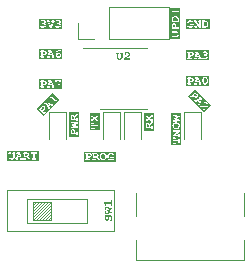
<source format=gbr>
%TF.GenerationSoftware,KiCad,Pcbnew,7.0.7*%
%TF.CreationDate,2024-07-11T11:51:31-04:00*%
%TF.ProjectId,attiny412_breakout,61747469-6e79-4343-9132-5f627265616b,1.0*%
%TF.SameCoordinates,Original*%
%TF.FileFunction,Legend,Top*%
%TF.FilePolarity,Positive*%
%FSLAX46Y46*%
G04 Gerber Fmt 4.6, Leading zero omitted, Abs format (unit mm)*
G04 Created by KiCad (PCBNEW 7.0.7) date 2024-07-11 11:51:31*
%MOMM*%
%LPD*%
G01*
G04 APERTURE LIST*
%ADD10C,0.150000*%
%ADD11C,0.187500*%
%ADD12C,0.100000*%
%ADD13C,0.120000*%
G04 APERTURE END LIST*
D10*
G36*
X139843048Y-103096132D02*
G01*
X139672505Y-103096132D01*
X139758051Y-102914598D01*
X139843048Y-103096132D01*
G37*
G36*
X140407477Y-102885200D02*
G01*
X140418378Y-102885692D01*
X140428761Y-102886606D01*
X140438626Y-102887941D01*
X140447972Y-102889699D01*
X140456799Y-102891878D01*
X140465108Y-102894480D01*
X140472899Y-102897503D01*
X140480172Y-102900948D01*
X140486926Y-102904814D01*
X140493161Y-102909103D01*
X140495133Y-102910607D01*
X140502396Y-102916700D01*
X140508657Y-102922920D01*
X140513917Y-102929265D01*
X140518174Y-102935737D01*
X140522087Y-102944003D01*
X140524435Y-102952466D01*
X140525218Y-102961127D01*
X140525152Y-102963487D01*
X140523885Y-102971783D01*
X140521515Y-102978936D01*
X140517960Y-102986127D01*
X140513220Y-102993357D01*
X140508365Y-102999412D01*
X140502382Y-103005382D01*
X140496482Y-103010100D01*
X140489591Y-103014767D01*
X140481710Y-103019383D01*
X140475149Y-103022810D01*
X140468031Y-103026209D01*
X140460356Y-103029579D01*
X140452124Y-103032919D01*
X140443336Y-103036231D01*
X140441070Y-103037031D01*
X140431817Y-103039978D01*
X140424674Y-103041921D01*
X140417357Y-103043636D01*
X140409866Y-103045122D01*
X140402201Y-103046379D01*
X140394363Y-103047408D01*
X140386350Y-103048208D01*
X140378164Y-103048780D01*
X140369804Y-103049123D01*
X140361270Y-103049237D01*
X140278838Y-103049237D01*
X140278838Y-102885106D01*
X140399921Y-102885106D01*
X140407477Y-102885200D01*
G37*
G36*
X141398062Y-103496366D02*
G01*
X138715214Y-103496366D01*
X138715214Y-102832349D01*
X138822357Y-102832349D01*
X138822419Y-102835268D01*
X138823353Y-102843604D01*
X138825407Y-102851308D01*
X138828582Y-102858381D01*
X138832878Y-102864824D01*
X138838294Y-102870635D01*
X138841436Y-102873221D01*
X138848649Y-102877630D01*
X138855604Y-102880527D01*
X138863418Y-102882718D01*
X138872091Y-102884201D01*
X138879647Y-102884880D01*
X138887753Y-102885106D01*
X138887753Y-103167573D01*
X138887827Y-103174650D01*
X138888218Y-103184927D01*
X138888943Y-103194798D01*
X138890004Y-103204264D01*
X138891399Y-103213324D01*
X138893129Y-103221978D01*
X138895195Y-103230227D01*
X138897595Y-103238070D01*
X138900329Y-103245507D01*
X138903399Y-103252538D01*
X138906804Y-103259164D01*
X138909245Y-103263436D01*
X138913128Y-103269806D01*
X138917279Y-103276131D01*
X138921698Y-103282411D01*
X138926383Y-103288646D01*
X138931336Y-103294836D01*
X138936557Y-103300981D01*
X138942044Y-103307081D01*
X138947799Y-103313135D01*
X138953821Y-103319145D01*
X138960110Y-103325109D01*
X138964426Y-103328988D01*
X138971029Y-103334584D01*
X138977787Y-103339913D01*
X138984699Y-103344974D01*
X138991766Y-103349768D01*
X138998987Y-103354295D01*
X139006363Y-103358554D01*
X139013894Y-103362547D01*
X139021579Y-103366272D01*
X139029418Y-103369729D01*
X139037413Y-103372920D01*
X139042816Y-103374894D01*
X139051008Y-103377617D01*
X139059303Y-103380053D01*
X139067701Y-103382202D01*
X139076201Y-103384065D01*
X139084805Y-103385641D01*
X139093512Y-103386931D01*
X139102322Y-103387934D01*
X139111235Y-103388650D01*
X139120251Y-103389080D01*
X139129370Y-103389223D01*
X139141623Y-103388971D01*
X139153653Y-103388213D01*
X139165460Y-103386950D01*
X139177043Y-103385182D01*
X139188403Y-103382908D01*
X139199540Y-103380130D01*
X139210454Y-103376846D01*
X139221144Y-103373057D01*
X139231611Y-103368763D01*
X139241855Y-103363964D01*
X139251876Y-103358660D01*
X139261673Y-103352850D01*
X139271247Y-103346535D01*
X139280598Y-103339715D01*
X139289726Y-103332390D01*
X139298422Y-103324743D01*
X139417516Y-103324743D01*
X139417579Y-103327662D01*
X139418535Y-103335997D01*
X139420636Y-103343702D01*
X139423884Y-103350775D01*
X139428278Y-103357217D01*
X139433819Y-103363028D01*
X139439393Y-103367197D01*
X139446040Y-103370660D01*
X139453761Y-103373415D01*
X139462555Y-103375464D01*
X139470364Y-103376595D01*
X139478859Y-103377273D01*
X139488041Y-103377500D01*
X139630190Y-103377500D01*
X139637143Y-103377372D01*
X139645816Y-103376807D01*
X139653809Y-103375790D01*
X139662842Y-103373882D01*
X139670811Y-103371267D01*
X139677715Y-103367946D01*
X139684595Y-103363028D01*
X139686569Y-103361161D01*
X139691728Y-103355140D01*
X139695740Y-103348487D01*
X139698606Y-103341204D01*
X139700325Y-103333289D01*
X139700898Y-103324743D01*
X139700835Y-103321825D01*
X139699879Y-103313500D01*
X139697778Y-103305819D01*
X139694530Y-103298783D01*
X139690136Y-103292390D01*
X139684595Y-103286641D01*
X139678968Y-103282419D01*
X139672277Y-103278913D01*
X139664521Y-103276122D01*
X139655701Y-103274047D01*
X139647879Y-103272903D01*
X139639375Y-103272216D01*
X139630190Y-103271987D01*
X139604545Y-103271987D01*
X139630190Y-103201645D01*
X139886828Y-103201645D01*
X139912107Y-103271987D01*
X139886279Y-103271987D01*
X139879326Y-103272115D01*
X139870652Y-103272688D01*
X139862659Y-103273718D01*
X139853626Y-103275650D01*
X139845658Y-103278298D01*
X139838754Y-103281661D01*
X139831874Y-103286641D01*
X139829922Y-103288486D01*
X139824821Y-103294449D01*
X139820854Y-103301057D01*
X139818020Y-103308308D01*
X139816320Y-103316204D01*
X139815754Y-103324743D01*
X139815816Y-103327662D01*
X139816761Y-103335997D01*
X139818839Y-103343702D01*
X139822050Y-103350775D01*
X139826395Y-103357217D01*
X139831874Y-103363028D01*
X139837500Y-103367197D01*
X139844192Y-103370660D01*
X139851948Y-103373415D01*
X139860768Y-103375464D01*
X139868590Y-103376595D01*
X139877094Y-103377273D01*
X139886279Y-103377500D01*
X140028428Y-103377500D01*
X140035377Y-103377372D01*
X140044037Y-103376807D01*
X140052004Y-103375790D01*
X140060989Y-103373882D01*
X140068891Y-103371267D01*
X140075711Y-103367946D01*
X140082467Y-103363028D01*
X140084419Y-103361161D01*
X140089519Y-103355140D01*
X140092398Y-103350310D01*
X140092610Y-103350775D01*
X140096955Y-103357217D01*
X140102434Y-103363028D01*
X140108061Y-103367197D01*
X140114752Y-103370660D01*
X140122508Y-103373415D01*
X140131328Y-103375464D01*
X140139150Y-103376595D01*
X140147654Y-103377273D01*
X140156839Y-103377500D01*
X140317123Y-103377500D01*
X140324074Y-103377372D01*
X140332741Y-103376807D01*
X140340721Y-103375790D01*
X140349729Y-103373882D01*
X140357665Y-103371267D01*
X140364527Y-103367946D01*
X140371345Y-103363028D01*
X140373319Y-103361161D01*
X140378478Y-103355140D01*
X140382490Y-103348487D01*
X140385356Y-103341204D01*
X140387075Y-103333289D01*
X140387648Y-103324743D01*
X140387584Y-103321825D01*
X140386629Y-103313500D01*
X140384528Y-103305819D01*
X140381280Y-103298783D01*
X140376885Y-103292390D01*
X140371345Y-103286641D01*
X140365771Y-103282419D01*
X140359123Y-103278913D01*
X140351402Y-103276122D01*
X140342608Y-103274047D01*
X140334800Y-103272903D01*
X140326305Y-103272216D01*
X140317123Y-103271987D01*
X140278838Y-103271987D01*
X140278838Y-103154750D01*
X140383435Y-103154750D01*
X140388756Y-103157241D01*
X140399655Y-103163089D01*
X140410898Y-103170090D01*
X140422484Y-103178244D01*
X140428406Y-103182754D01*
X140434414Y-103187552D01*
X140440508Y-103192639D01*
X140446687Y-103198014D01*
X140452953Y-103203677D01*
X140459304Y-103209628D01*
X140465741Y-103215868D01*
X140472264Y-103222397D01*
X140478873Y-103229214D01*
X140485568Y-103236319D01*
X140492348Y-103243712D01*
X140499215Y-103251394D01*
X140506167Y-103259364D01*
X140513205Y-103267623D01*
X140520329Y-103276170D01*
X140527539Y-103285005D01*
X140534835Y-103294129D01*
X140542217Y-103303541D01*
X140549684Y-103313241D01*
X140557238Y-103323230D01*
X140564877Y-103333507D01*
X140572602Y-103344073D01*
X140580413Y-103354927D01*
X140588310Y-103366069D01*
X140596293Y-103377500D01*
X140656560Y-103377500D01*
X140663509Y-103377372D01*
X140672168Y-103376807D01*
X140680135Y-103375790D01*
X140689120Y-103373882D01*
X140697023Y-103371267D01*
X140703843Y-103367946D01*
X140710598Y-103363028D01*
X140712550Y-103361161D01*
X140717651Y-103355140D01*
X140721618Y-103348487D01*
X140724451Y-103341204D01*
X140726152Y-103333289D01*
X140726718Y-103324743D01*
X140725900Y-103316036D01*
X140723447Y-103307638D01*
X140720153Y-103300876D01*
X140715722Y-103294329D01*
X140710156Y-103287996D01*
X140703454Y-103281878D01*
X140699819Y-103279560D01*
X140692757Y-103276662D01*
X140685395Y-103274778D01*
X140676692Y-103273378D01*
X140668764Y-103272605D01*
X140659977Y-103272141D01*
X140650331Y-103271987D01*
X140645381Y-103265051D01*
X140640560Y-103258348D01*
X140635867Y-103251879D01*
X140631303Y-103245643D01*
X140626868Y-103239640D01*
X140620457Y-103231073D01*
X140614336Y-103223031D01*
X140608505Y-103215514D01*
X140602963Y-103208522D01*
X140597711Y-103202054D01*
X140592749Y-103196112D01*
X140586584Y-103189005D01*
X140581839Y-103183866D01*
X140574789Y-103176377D01*
X140567819Y-103169153D01*
X140560930Y-103162192D01*
X140554121Y-103155496D01*
X140547393Y-103149063D01*
X140540745Y-103142895D01*
X140534178Y-103136990D01*
X140527692Y-103131350D01*
X140521285Y-103125974D01*
X140514960Y-103120861D01*
X140518560Y-103118952D01*
X140525590Y-103115083D01*
X140532391Y-103111144D01*
X140538962Y-103107137D01*
X140545305Y-103103061D01*
X140551419Y-103098917D01*
X140560160Y-103092571D01*
X140568386Y-103086071D01*
X140576097Y-103079416D01*
X140583292Y-103072607D01*
X140589973Y-103065643D01*
X140596138Y-103058525D01*
X140601788Y-103051252D01*
X140605293Y-103046296D01*
X140610126Y-103038739D01*
X140614451Y-103031033D01*
X140618266Y-103023180D01*
X140621573Y-103015178D01*
X140624371Y-103007028D01*
X140626661Y-102998730D01*
X140628441Y-102990284D01*
X140629713Y-102981690D01*
X140630476Y-102972948D01*
X140630731Y-102964057D01*
X140630490Y-102954509D01*
X140629769Y-102945144D01*
X140628567Y-102935962D01*
X140626884Y-102926963D01*
X140624720Y-102918147D01*
X140622075Y-102909515D01*
X140618950Y-102901066D01*
X140615344Y-102892800D01*
X140611256Y-102884717D01*
X140606688Y-102876817D01*
X140601639Y-102869100D01*
X140596109Y-102861567D01*
X140590099Y-102854217D01*
X140583607Y-102847050D01*
X140576635Y-102840066D01*
X140569182Y-102833265D01*
X140561292Y-102826766D01*
X140553010Y-102820686D01*
X140544336Y-102815025D01*
X140535270Y-102809784D01*
X140525812Y-102804962D01*
X140515962Y-102800559D01*
X140505719Y-102796575D01*
X140495084Y-102793011D01*
X140484058Y-102789866D01*
X140472639Y-102787141D01*
X140460828Y-102784834D01*
X140448625Y-102782948D01*
X140436030Y-102781480D01*
X140423042Y-102780432D01*
X140409663Y-102779803D01*
X140395891Y-102779593D01*
X140743754Y-102779593D01*
X140743754Y-102990619D01*
X140743883Y-102997539D01*
X140744455Y-103006174D01*
X140745486Y-103014134D01*
X140747418Y-103023134D01*
X140750065Y-103031078D01*
X140753429Y-103037967D01*
X140758409Y-103044841D01*
X140760274Y-103046793D01*
X140766274Y-103051893D01*
X140772879Y-103055860D01*
X140780090Y-103058694D01*
X140787906Y-103060394D01*
X140796327Y-103060961D01*
X140799246Y-103060898D01*
X140807582Y-103059953D01*
X140815286Y-103057875D01*
X140822359Y-103054664D01*
X140828802Y-103050319D01*
X140834613Y-103044841D01*
X140838834Y-103039218D01*
X140842341Y-103032540D01*
X140845131Y-103024807D01*
X140847206Y-103016018D01*
X140848351Y-103008227D01*
X140849038Y-102999761D01*
X140849267Y-102990619D01*
X140849267Y-102885106D01*
X140963756Y-102885106D01*
X140963756Y-103271987D01*
X140893048Y-103271987D01*
X140886095Y-103272115D01*
X140877421Y-103272688D01*
X140869428Y-103273718D01*
X140860395Y-103275650D01*
X140852427Y-103278298D01*
X140845523Y-103281661D01*
X140838643Y-103286641D01*
X140836691Y-103288486D01*
X140831590Y-103294449D01*
X140827623Y-103301057D01*
X140824789Y-103308308D01*
X140823089Y-103316204D01*
X140822523Y-103324743D01*
X140822585Y-103327662D01*
X140823530Y-103335997D01*
X140825608Y-103343702D01*
X140828819Y-103350775D01*
X140833164Y-103357217D01*
X140838643Y-103363028D01*
X140844270Y-103367197D01*
X140850961Y-103370660D01*
X140858717Y-103373415D01*
X140867537Y-103375464D01*
X140875359Y-103376595D01*
X140883863Y-103377273D01*
X140893048Y-103377500D01*
X141140344Y-103377500D01*
X141147296Y-103377372D01*
X141155970Y-103376807D01*
X141163963Y-103375790D01*
X141172996Y-103373882D01*
X141180964Y-103371267D01*
X141187869Y-103367946D01*
X141194749Y-103363028D01*
X141196723Y-103361161D01*
X141201881Y-103355140D01*
X141205893Y-103348487D01*
X141208759Y-103341204D01*
X141210479Y-103333289D01*
X141211052Y-103324743D01*
X141210988Y-103321825D01*
X141210033Y-103313500D01*
X141207931Y-103305819D01*
X141204683Y-103298783D01*
X141200289Y-103292390D01*
X141194749Y-103286641D01*
X141189122Y-103282419D01*
X141182430Y-103278913D01*
X141174675Y-103276122D01*
X141165855Y-103274047D01*
X141158032Y-103272903D01*
X141149528Y-103272216D01*
X141140344Y-103271987D01*
X141069269Y-103271987D01*
X141069269Y-102885106D01*
X141185223Y-102885106D01*
X141185223Y-102990619D01*
X141185352Y-102997539D01*
X141185924Y-103006174D01*
X141186955Y-103014134D01*
X141188887Y-103023134D01*
X141191534Y-103031078D01*
X141194897Y-103037967D01*
X141199878Y-103044841D01*
X141201743Y-103046793D01*
X141207743Y-103051893D01*
X141214348Y-103055860D01*
X141221559Y-103058694D01*
X141229375Y-103060394D01*
X141237796Y-103060961D01*
X141240715Y-103060898D01*
X141249051Y-103059953D01*
X141256755Y-103057875D01*
X141263828Y-103054664D01*
X141270270Y-103050319D01*
X141276081Y-103044841D01*
X141280356Y-103039218D01*
X141283906Y-103032540D01*
X141286732Y-103024807D01*
X141288833Y-103016018D01*
X141289992Y-103008227D01*
X141290687Y-102999761D01*
X141290919Y-102990619D01*
X141290919Y-102779593D01*
X140743754Y-102779593D01*
X140395891Y-102779593D01*
X140156839Y-102779593D01*
X140149886Y-102779722D01*
X140141212Y-102780294D01*
X140133219Y-102781325D01*
X140124186Y-102783257D01*
X140116218Y-102785904D01*
X140109314Y-102789267D01*
X140102434Y-102794248D01*
X140100482Y-102796092D01*
X140095381Y-102802056D01*
X140091414Y-102808663D01*
X140088580Y-102815915D01*
X140086880Y-102823810D01*
X140086314Y-102832349D01*
X140086376Y-102835268D01*
X140087321Y-102843604D01*
X140089399Y-102851308D01*
X140092610Y-102858381D01*
X140096955Y-102864824D01*
X140102434Y-102870635D01*
X140108061Y-102874804D01*
X140114752Y-102878266D01*
X140122508Y-102881022D01*
X140131328Y-102883071D01*
X140139150Y-102884201D01*
X140147654Y-102884880D01*
X140156839Y-102885106D01*
X140173325Y-102885106D01*
X140173325Y-103271987D01*
X140156839Y-103271987D01*
X140149983Y-103272115D01*
X140141418Y-103272688D01*
X140133511Y-103273718D01*
X140124553Y-103275650D01*
X140116624Y-103278298D01*
X140109723Y-103281661D01*
X140102800Y-103286641D01*
X140100804Y-103288486D01*
X140095587Y-103294449D01*
X140091764Y-103300674D01*
X140091110Y-103299434D01*
X140086379Y-103292856D01*
X140080495Y-103286475D01*
X140074956Y-103281512D01*
X140073369Y-103280359D01*
X140066259Y-103276907D01*
X140058239Y-103274675D01*
X140050198Y-103273326D01*
X140042876Y-103272582D01*
X140034765Y-103272135D01*
X140025863Y-103271987D01*
X139815754Y-102779593D01*
X139587509Y-102779593D01*
X139580556Y-102779722D01*
X139571882Y-102780294D01*
X139563889Y-102781325D01*
X139554856Y-102783257D01*
X139546888Y-102785904D01*
X139539984Y-102789267D01*
X139533103Y-102794248D01*
X139531129Y-102796092D01*
X139525971Y-102802056D01*
X139521959Y-102808663D01*
X139519093Y-102815915D01*
X139517373Y-102823810D01*
X139516800Y-102832349D01*
X139516864Y-102835268D01*
X139517819Y-102843604D01*
X139519921Y-102851308D01*
X139523169Y-102858381D01*
X139527563Y-102864824D01*
X139533103Y-102870635D01*
X139538730Y-102874804D01*
X139545422Y-102878266D01*
X139553177Y-102881022D01*
X139561998Y-102883071D01*
X139569820Y-102884201D01*
X139578324Y-102884880D01*
X139587509Y-102885106D01*
X139656568Y-102885106D01*
X139566043Y-103096132D01*
X139490605Y-103271987D01*
X139481154Y-103272216D01*
X139472401Y-103272903D01*
X139464347Y-103274047D01*
X139456991Y-103275650D01*
X139448779Y-103278298D01*
X139441657Y-103281661D01*
X139434551Y-103286641D01*
X139432489Y-103288486D01*
X139427098Y-103294449D01*
X139422906Y-103301057D01*
X139419911Y-103308308D01*
X139418114Y-103316204D01*
X139417516Y-103324743D01*
X139298422Y-103324743D01*
X139298630Y-103324560D01*
X139307148Y-103316369D01*
X139315117Y-103307962D01*
X139322536Y-103299339D01*
X139329405Y-103290499D01*
X139335725Y-103281444D01*
X139341495Y-103272173D01*
X139346716Y-103262685D01*
X139351387Y-103252981D01*
X139355508Y-103243062D01*
X139359080Y-103232926D01*
X139362103Y-103222574D01*
X139364576Y-103212006D01*
X139366499Y-103201222D01*
X139367873Y-103190222D01*
X139368698Y-103179005D01*
X139368972Y-103167573D01*
X139368972Y-102885106D01*
X139373094Y-102885049D01*
X139380925Y-102884597D01*
X139388206Y-102883693D01*
X139396535Y-102881926D01*
X139404006Y-102879453D01*
X139411837Y-102875553D01*
X139418431Y-102870635D01*
X139420361Y-102868768D01*
X139425404Y-102862746D01*
X139429326Y-102856094D01*
X139432127Y-102848810D01*
X139433808Y-102840895D01*
X139434368Y-102832349D01*
X139434305Y-102829431D01*
X139433349Y-102821107D01*
X139431248Y-102813426D01*
X139428000Y-102806389D01*
X139423606Y-102799996D01*
X139418065Y-102794248D01*
X139412491Y-102790026D01*
X139405843Y-102786520D01*
X139398123Y-102783729D01*
X139389328Y-102781654D01*
X139381520Y-102780509D01*
X139373025Y-102779822D01*
X139363843Y-102779593D01*
X139225174Y-102779593D01*
X139218222Y-102779722D01*
X139209548Y-102780294D01*
X139201555Y-102781325D01*
X139192522Y-102783257D01*
X139184553Y-102785904D01*
X139177649Y-102789267D01*
X139170769Y-102794248D01*
X139168817Y-102796092D01*
X139163717Y-102802056D01*
X139159750Y-102808663D01*
X139156916Y-102815915D01*
X139155216Y-102823810D01*
X139154649Y-102832349D01*
X139154712Y-102835268D01*
X139155657Y-102843604D01*
X139157735Y-102851308D01*
X139160946Y-102858381D01*
X139165291Y-102864824D01*
X139170769Y-102870635D01*
X139176396Y-102874804D01*
X139183087Y-102878266D01*
X139190843Y-102881022D01*
X139199663Y-102883071D01*
X139207486Y-102884201D01*
X139215989Y-102884880D01*
X139225174Y-102885106D01*
X139263276Y-102885106D01*
X139263276Y-103172152D01*
X139263226Y-103175645D01*
X139262663Y-103184082D01*
X139261473Y-103192099D01*
X139259657Y-103199696D01*
X139257215Y-103206872D01*
X139254147Y-103213628D01*
X139250453Y-103219963D01*
X139245095Y-103227516D01*
X139239371Y-103234606D01*
X139233280Y-103241232D01*
X139226823Y-103247394D01*
X139219999Y-103253093D01*
X139212810Y-103258328D01*
X139205253Y-103263099D01*
X139197331Y-103267407D01*
X139189153Y-103271228D01*
X139180833Y-103274540D01*
X139172369Y-103277342D01*
X139163762Y-103279634D01*
X139155013Y-103281418D01*
X139146120Y-103282691D01*
X139137084Y-103283456D01*
X139127905Y-103283710D01*
X139121007Y-103283579D01*
X139110900Y-103282887D01*
X139101080Y-103281604D01*
X139091546Y-103279727D01*
X139082299Y-103277259D01*
X139073338Y-103274198D01*
X139064664Y-103270544D01*
X139056276Y-103266298D01*
X139048175Y-103261459D01*
X139040361Y-103256028D01*
X139032833Y-103250005D01*
X139028064Y-103245729D01*
X139021487Y-103239169D01*
X139015602Y-103232431D01*
X139010410Y-103225516D01*
X139005910Y-103218424D01*
X139002103Y-103211155D01*
X138998987Y-103203708D01*
X138996564Y-103196085D01*
X138994834Y-103188285D01*
X138993795Y-103180307D01*
X138993449Y-103172152D01*
X138993449Y-102885106D01*
X139031551Y-102885106D01*
X139038502Y-102884979D01*
X139047168Y-102884413D01*
X139055148Y-102883396D01*
X139064157Y-102881488D01*
X139072093Y-102878874D01*
X139078955Y-102875553D01*
X139085773Y-102870635D01*
X139087747Y-102868768D01*
X139092905Y-102862746D01*
X139096917Y-102856094D01*
X139099783Y-102848810D01*
X139101503Y-102840895D01*
X139102076Y-102832349D01*
X139102012Y-102829431D01*
X139101057Y-102821107D01*
X139098955Y-102813426D01*
X139095707Y-102806389D01*
X139091313Y-102799996D01*
X139085773Y-102794248D01*
X139080199Y-102790026D01*
X139073551Y-102786520D01*
X139065830Y-102783729D01*
X139057036Y-102781654D01*
X139049228Y-102780509D01*
X139040733Y-102779822D01*
X139031551Y-102779593D01*
X138892882Y-102779593D01*
X138883574Y-102779822D01*
X138874976Y-102780509D01*
X138867088Y-102781654D01*
X138859909Y-102783257D01*
X138851934Y-102785904D01*
X138845069Y-102789267D01*
X138838294Y-102794248D01*
X138836364Y-102796092D01*
X138831321Y-102802056D01*
X138827399Y-102808663D01*
X138824598Y-102815915D01*
X138822917Y-102823810D01*
X138822357Y-102832349D01*
X138715214Y-102832349D01*
X138715214Y-102672450D01*
X141398062Y-102672450D01*
X141398062Y-103496366D01*
G37*
G36*
X141798882Y-98941103D02*
G01*
X141807119Y-98942819D01*
X141814814Y-98945442D01*
X141821967Y-98948972D01*
X141828577Y-98953408D01*
X141834644Y-98958751D01*
X141836317Y-98960480D01*
X141842297Y-98967801D01*
X141847139Y-98975774D01*
X141850843Y-98984399D01*
X141853411Y-98993676D01*
X141854590Y-99001061D01*
X141855129Y-99008812D01*
X141855028Y-99016931D01*
X141854288Y-99025415D01*
X141852908Y-99034267D01*
X141851604Y-99040277D01*
X141849066Y-99049303D01*
X141845832Y-99058343D01*
X141841902Y-99067397D01*
X141837274Y-99076464D01*
X141831950Y-99085545D01*
X141825929Y-99094639D01*
X141821528Y-99100710D01*
X141816818Y-99106787D01*
X141811798Y-99112870D01*
X141806468Y-99118959D01*
X141800828Y-99125054D01*
X141794879Y-99131155D01*
X141725710Y-99200323D01*
X141601362Y-99075975D01*
X141687369Y-98989968D01*
X141692735Y-98984738D01*
X141700748Y-98977443D01*
X141708717Y-98970805D01*
X141716644Y-98964826D01*
X141724527Y-98959504D01*
X141732366Y-98954841D01*
X141740163Y-98950836D01*
X141747916Y-98947488D01*
X141755626Y-98944799D01*
X141763292Y-98942767D01*
X141770916Y-98941394D01*
X141773433Y-98941058D01*
X141780780Y-98940390D01*
X141790102Y-98940293D01*
X141798882Y-98941103D01*
G37*
G36*
X142299655Y-98676118D02*
G01*
X142179063Y-98796710D01*
X142111189Y-98607856D01*
X142299655Y-98676118D01*
G37*
G36*
X143198821Y-98326388D02*
G01*
X141813271Y-99711938D01*
X141240613Y-99139280D01*
X141412173Y-99139280D01*
X141412783Y-99147103D01*
X141414650Y-99154580D01*
X141417774Y-99161711D01*
X141422155Y-99168497D01*
X141427793Y-99174936D01*
X141429901Y-99176955D01*
X141436463Y-99182181D01*
X141443380Y-99186160D01*
X141450653Y-99188890D01*
X141458280Y-99190373D01*
X141466263Y-99190609D01*
X141473190Y-99189578D01*
X141480369Y-99187294D01*
X141487802Y-99183759D01*
X141495488Y-99178971D01*
X141501819Y-99174239D01*
X141508311Y-99168706D01*
X141514966Y-99162371D01*
X141526624Y-99150714D01*
X141800189Y-99424279D01*
X141788532Y-99435937D01*
X141783775Y-99440876D01*
X141778123Y-99447337D01*
X141773261Y-99453657D01*
X141768293Y-99461357D01*
X141764558Y-99468836D01*
X141762057Y-99476094D01*
X141760683Y-99484511D01*
X141760576Y-99487227D01*
X141761104Y-99495132D01*
X141762907Y-99502673D01*
X141765986Y-99509850D01*
X141770339Y-99516662D01*
X141775967Y-99523110D01*
X141778076Y-99525130D01*
X141784638Y-99530356D01*
X141791555Y-99534334D01*
X141798827Y-99537065D01*
X141806455Y-99538548D01*
X141814438Y-99538783D01*
X141821364Y-99537753D01*
X141828544Y-99535469D01*
X141835977Y-99531934D01*
X141843663Y-99527146D01*
X141849994Y-99522414D01*
X141856486Y-99516881D01*
X141863141Y-99510546D01*
X142024923Y-99348764D01*
X142029749Y-99343758D01*
X142035483Y-99337225D01*
X142040415Y-99330853D01*
X142045453Y-99323117D01*
X142049239Y-99315634D01*
X142051773Y-99308403D01*
X142053160Y-99300061D01*
X142053236Y-99297345D01*
X142052626Y-99289439D01*
X142050759Y-99281898D01*
X142047635Y-99274722D01*
X142043254Y-99267909D01*
X142037617Y-99261461D01*
X142035508Y-99259443D01*
X142028946Y-99254232D01*
X142022029Y-99250287D01*
X142014757Y-99247608D01*
X142007129Y-99246194D01*
X141999147Y-99246047D01*
X141992182Y-99247041D01*
X141984972Y-99249293D01*
X141977514Y-99252804D01*
X141969810Y-99257573D01*
X141963469Y-99262295D01*
X141956971Y-99267822D01*
X141950314Y-99274155D01*
X141874928Y-99349541D01*
X141800319Y-99274932D01*
X141871042Y-99204209D01*
X141873832Y-99201399D01*
X141879252Y-99195826D01*
X141884458Y-99190313D01*
X141891864Y-99182157D01*
X141898787Y-99174138D01*
X141905228Y-99166255D01*
X141911185Y-99158509D01*
X141916661Y-99150900D01*
X141921653Y-99143427D01*
X141926163Y-99136091D01*
X141930190Y-99128891D01*
X141933734Y-99121829D01*
X141935892Y-99117098D01*
X141938964Y-99109872D01*
X141941838Y-99102488D01*
X141944514Y-99094948D01*
X141946991Y-99087250D01*
X141949271Y-99079395D01*
X141951352Y-99071383D01*
X141953236Y-99063214D01*
X141954921Y-99054888D01*
X141956408Y-99046404D01*
X141957697Y-99037764D01*
X141958071Y-99034864D01*
X141959009Y-99026337D01*
X141959673Y-99018070D01*
X141960065Y-99010062D01*
X141960184Y-99002314D01*
X141960029Y-98994825D01*
X141959397Y-98985244D01*
X141958280Y-98976124D01*
X141956677Y-98967466D01*
X141954588Y-98959269D01*
X141952930Y-98954004D01*
X141950176Y-98946274D01*
X141947100Y-98938747D01*
X141943703Y-98931423D01*
X141939986Y-98924301D01*
X141935947Y-98917382D01*
X141931587Y-98910665D01*
X141926906Y-98904152D01*
X141921904Y-98897840D01*
X141916581Y-98891732D01*
X141910937Y-98885826D01*
X141903804Y-98879039D01*
X141896460Y-98872733D01*
X141888904Y-98866908D01*
X141881137Y-98861564D01*
X141873159Y-98856700D01*
X141864968Y-98852316D01*
X141856567Y-98848414D01*
X141847953Y-98844992D01*
X141839129Y-98842051D01*
X141830093Y-98839590D01*
X141820845Y-98837610D01*
X141811386Y-98836111D01*
X141801715Y-98835093D01*
X141791833Y-98834555D01*
X141781739Y-98834498D01*
X141771434Y-98834921D01*
X141761052Y-98835829D01*
X141750730Y-98837289D01*
X141740465Y-98839302D01*
X141730260Y-98841867D01*
X141720113Y-98844985D01*
X141710025Y-98848655D01*
X141699996Y-98852878D01*
X141690025Y-98857653D01*
X141680113Y-98862981D01*
X141670259Y-98868862D01*
X141660465Y-98875295D01*
X141650729Y-98882280D01*
X141641052Y-98889818D01*
X141631433Y-98897909D01*
X141621873Y-98906552D01*
X141612372Y-98915747D01*
X141452144Y-99075975D01*
X141440357Y-99087762D01*
X141435532Y-99092770D01*
X141429803Y-99099308D01*
X141424880Y-99105688D01*
X141419859Y-99113441D01*
X141416096Y-99120948D01*
X141413593Y-99128208D01*
X141412249Y-99136595D01*
X141412173Y-99139280D01*
X141240613Y-99139280D01*
X141197515Y-99096182D01*
X141609179Y-98684518D01*
X141866935Y-98684518D01*
X141867504Y-98692382D01*
X141869339Y-98699891D01*
X141872441Y-98707045D01*
X141876808Y-98713844D01*
X141882441Y-98720288D01*
X141884550Y-98722306D01*
X141891119Y-98727525D01*
X141898053Y-98731487D01*
X141905351Y-98734192D01*
X141913014Y-98735640D01*
X141921040Y-98735831D01*
X141927967Y-98734800D01*
X141935147Y-98732517D01*
X141942580Y-98728981D01*
X141950265Y-98724194D01*
X141956596Y-98719462D01*
X141963089Y-98713929D01*
X141969743Y-98707594D01*
X142018576Y-98658761D01*
X142174788Y-99049681D01*
X142168267Y-99056525D01*
X142162564Y-99063200D01*
X142157678Y-99069705D01*
X142153610Y-99076040D01*
X142149675Y-99083719D01*
X142147017Y-99091133D01*
X142145515Y-99099679D01*
X142145360Y-99102442D01*
X142145766Y-99110470D01*
X142147473Y-99118107D01*
X142150483Y-99125352D01*
X142154796Y-99132206D01*
X142160411Y-99138667D01*
X142162519Y-99140686D01*
X142169089Y-99145905D01*
X142176023Y-99149867D01*
X142183321Y-99152571D01*
X142190984Y-99154020D01*
X142199010Y-99154211D01*
X142205900Y-99153217D01*
X142213049Y-99150965D01*
X142220457Y-99147454D01*
X142228124Y-99142685D01*
X142234445Y-99137963D01*
X142240931Y-99132436D01*
X142247584Y-99126103D01*
X142348099Y-99025588D01*
X142352925Y-99020582D01*
X142358658Y-99014049D01*
X142363591Y-99007678D01*
X142368629Y-98999941D01*
X142372415Y-98992458D01*
X142374949Y-98985228D01*
X142376336Y-98976885D01*
X142376412Y-98974169D01*
X142375802Y-98966264D01*
X142373935Y-98958723D01*
X142370811Y-98951546D01*
X142366430Y-98944734D01*
X142360792Y-98938285D01*
X142358684Y-98936267D01*
X142352122Y-98931056D01*
X142345205Y-98927111D01*
X142337933Y-98924432D01*
X142330305Y-98923019D01*
X142322322Y-98922871D01*
X142315358Y-98923865D01*
X142308147Y-98926117D01*
X142300690Y-98929628D01*
X142292986Y-98934398D01*
X142286645Y-98939119D01*
X142280146Y-98944647D01*
X142273490Y-98950979D01*
X142255356Y-98969113D01*
X142223750Y-98901240D01*
X142405221Y-98719769D01*
X142472835Y-98751634D01*
X142454572Y-98769897D01*
X142449747Y-98774905D01*
X142444018Y-98781443D01*
X142439095Y-98787823D01*
X142434074Y-98795577D01*
X142430311Y-98803083D01*
X142427807Y-98810343D01*
X142426464Y-98818730D01*
X142426388Y-98821415D01*
X142426998Y-98829238D01*
X142428865Y-98836715D01*
X142431989Y-98843846D01*
X142436370Y-98850632D01*
X142442007Y-98857071D01*
X142444116Y-98859090D01*
X142450678Y-98864316D01*
X142457595Y-98868295D01*
X142464867Y-98871025D01*
X142472495Y-98872508D01*
X142480478Y-98872744D01*
X142487404Y-98871713D01*
X142494584Y-98869429D01*
X142502017Y-98865894D01*
X142509703Y-98861106D01*
X142516033Y-98856374D01*
X142522526Y-98850841D01*
X142529181Y-98844506D01*
X142629695Y-98743991D01*
X142634519Y-98738988D01*
X142640243Y-98732465D01*
X142645157Y-98726112D01*
X142650161Y-98718409D01*
X142653900Y-98710973D01*
X142656374Y-98703802D01*
X142657674Y-98695547D01*
X142657734Y-98692847D01*
X142657083Y-98684983D01*
X142655184Y-98677474D01*
X142652037Y-98670320D01*
X142647643Y-98663521D01*
X142642001Y-98657077D01*
X142639858Y-98655065D01*
X142632780Y-98649945D01*
X142626137Y-98646729D01*
X142618817Y-98644468D01*
X142610821Y-98643162D01*
X142602148Y-98642811D01*
X142594722Y-98643218D01*
X142592785Y-98643524D01*
X142585317Y-98646112D01*
X142578067Y-98650204D01*
X142571427Y-98654936D01*
X142565724Y-98659587D01*
X142559673Y-98665007D01*
X142553273Y-98671196D01*
X142056528Y-98471591D01*
X141920263Y-98607856D01*
X141895134Y-98632985D01*
X141890309Y-98637992D01*
X141884581Y-98644530D01*
X141879658Y-98650911D01*
X141874636Y-98658664D01*
X141870874Y-98666171D01*
X141868370Y-98673431D01*
X141867027Y-98681817D01*
X141866935Y-98684518D01*
X141609179Y-98684518D01*
X142054222Y-98239475D01*
X142324136Y-98239475D01*
X142325122Y-98245656D01*
X142327540Y-98252775D01*
X142331320Y-98259795D01*
X142335647Y-98265733D01*
X142340974Y-98271598D01*
X142343131Y-98273674D01*
X142349839Y-98279167D01*
X142356902Y-98283559D01*
X142364320Y-98286848D01*
X142372093Y-98289035D01*
X142380222Y-98290121D01*
X142388250Y-98290104D01*
X142395723Y-98288985D01*
X142403739Y-98286287D01*
X142410999Y-98282089D01*
X142416620Y-98277297D01*
X142419215Y-98274481D01*
X142423722Y-98268699D01*
X142428024Y-98262351D01*
X142431978Y-98255953D01*
X142436178Y-98248671D01*
X142484622Y-98163700D01*
X142772696Y-98451773D01*
X142697180Y-98527289D01*
X142692355Y-98532296D01*
X142686626Y-98538834D01*
X142681703Y-98545215D01*
X142676682Y-98552968D01*
X142672920Y-98560475D01*
X142670416Y-98567735D01*
X142669072Y-98576121D01*
X142668996Y-98578806D01*
X142669607Y-98586630D01*
X142671474Y-98594107D01*
X142674597Y-98601238D01*
X142678978Y-98608023D01*
X142684616Y-98614462D01*
X142686724Y-98616481D01*
X142693286Y-98621708D01*
X142700203Y-98625686D01*
X142707476Y-98628417D01*
X142715103Y-98629900D01*
X142723086Y-98630135D01*
X142730013Y-98629104D01*
X142737193Y-98626821D01*
X142744625Y-98623286D01*
X142752311Y-98618498D01*
X142758642Y-98613766D01*
X142765134Y-98608233D01*
X142771789Y-98601898D01*
X142997300Y-98376387D01*
X143002148Y-98371359D01*
X143007904Y-98364804D01*
X143012850Y-98358418D01*
X143017895Y-98350676D01*
X143021674Y-98343199D01*
X143024189Y-98335987D01*
X143025537Y-98327684D01*
X143025613Y-98324968D01*
X143025003Y-98317063D01*
X143023136Y-98309522D01*
X143020012Y-98302345D01*
X143015631Y-98295533D01*
X143009993Y-98289084D01*
X143007885Y-98287066D01*
X143001323Y-98281855D01*
X142994406Y-98277910D01*
X142987134Y-98275231D01*
X142979506Y-98273818D01*
X142971523Y-98273670D01*
X142964593Y-98274630D01*
X142957404Y-98276861D01*
X142949955Y-98280363D01*
X142942248Y-98285136D01*
X142935895Y-98289870D01*
X142929376Y-98295417D01*
X142922691Y-98301778D01*
X142847305Y-98377164D01*
X142457680Y-97987540D01*
X142340456Y-98191549D01*
X142339374Y-98193494D01*
X142335413Y-98200984D01*
X142332043Y-98208013D01*
X142328662Y-98216150D01*
X142326204Y-98223567D01*
X142324474Y-98231514D01*
X142324136Y-98239475D01*
X142054222Y-98239475D01*
X142583065Y-97710632D01*
X143198821Y-98326388D01*
G37*
G36*
X141862663Y-96789203D02*
G01*
X141873488Y-96789710D01*
X141883817Y-96790652D01*
X141893649Y-96792028D01*
X141902986Y-96793839D01*
X141911827Y-96796085D01*
X141920173Y-96798766D01*
X141928022Y-96801881D01*
X141935375Y-96805431D01*
X141942233Y-96809416D01*
X141948594Y-96813836D01*
X141950612Y-96815378D01*
X141956279Y-96820101D01*
X141962940Y-96826624D01*
X141968576Y-96833405D01*
X141973187Y-96840443D01*
X141976773Y-96847739D01*
X141979335Y-96855292D01*
X141980872Y-96863103D01*
X141981384Y-96871172D01*
X141981344Y-96873576D01*
X141980396Y-96882982D01*
X141978182Y-96892044D01*
X141974703Y-96900762D01*
X141969959Y-96909137D01*
X141965570Y-96915192D01*
X141960470Y-96921055D01*
X141954659Y-96926724D01*
X141948136Y-96932201D01*
X141940901Y-96937483D01*
X141935729Y-96940811D01*
X141927552Y-96945399D01*
X141918873Y-96949505D01*
X141909692Y-96953127D01*
X141900008Y-96956267D01*
X141889822Y-96958923D01*
X141879134Y-96961097D01*
X141871729Y-96962277D01*
X141864102Y-96963243D01*
X141856251Y-96963995D01*
X141848176Y-96964531D01*
X141839879Y-96964853D01*
X141831358Y-96964961D01*
X141733539Y-96964961D01*
X141733539Y-96789106D01*
X141855172Y-96789106D01*
X141862663Y-96789203D01*
G37*
G36*
X142510048Y-97000132D02*
G01*
X142339505Y-97000132D01*
X142425051Y-96818598D01*
X142510048Y-97000132D01*
G37*
G36*
X143382342Y-97388643D02*
G01*
X141433688Y-97388643D01*
X141433688Y-97228743D01*
X141540831Y-97228743D01*
X141540894Y-97231662D01*
X141541838Y-97239997D01*
X141543916Y-97247702D01*
X141547128Y-97254775D01*
X141551473Y-97261217D01*
X141556951Y-97267028D01*
X141562578Y-97271197D01*
X141569269Y-97274660D01*
X141577025Y-97277415D01*
X141585845Y-97279464D01*
X141593668Y-97280595D01*
X141602171Y-97281273D01*
X141611356Y-97281500D01*
X141840151Y-97281500D01*
X141847103Y-97281372D01*
X141855777Y-97280807D01*
X141863770Y-97279790D01*
X141872803Y-97277882D01*
X141880771Y-97275267D01*
X141887676Y-97271946D01*
X141894556Y-97267028D01*
X141896530Y-97265161D01*
X141901688Y-97259140D01*
X141905700Y-97252487D01*
X141908566Y-97245204D01*
X141910286Y-97237289D01*
X141910859Y-97228743D01*
X142084516Y-97228743D01*
X142084579Y-97231662D01*
X142085535Y-97239997D01*
X142087636Y-97247702D01*
X142090884Y-97254775D01*
X142095278Y-97261217D01*
X142100819Y-97267028D01*
X142106393Y-97271197D01*
X142113040Y-97274660D01*
X142120761Y-97277415D01*
X142129555Y-97279464D01*
X142137364Y-97280595D01*
X142145859Y-97281273D01*
X142155041Y-97281500D01*
X142297190Y-97281500D01*
X142304143Y-97281372D01*
X142312816Y-97280807D01*
X142320809Y-97279790D01*
X142329842Y-97277882D01*
X142337811Y-97275267D01*
X142344715Y-97271946D01*
X142351595Y-97267028D01*
X142353569Y-97265161D01*
X142358728Y-97259140D01*
X142362740Y-97252487D01*
X142365606Y-97245204D01*
X142367325Y-97237289D01*
X142367898Y-97228743D01*
X142367835Y-97225825D01*
X142366879Y-97217500D01*
X142364778Y-97209819D01*
X142361530Y-97202783D01*
X142357136Y-97196390D01*
X142351595Y-97190641D01*
X142345968Y-97186419D01*
X142339277Y-97182913D01*
X142331521Y-97180122D01*
X142322701Y-97178047D01*
X142314879Y-97176903D01*
X142306375Y-97176216D01*
X142297190Y-97175987D01*
X142271545Y-97175987D01*
X142297190Y-97105645D01*
X142553828Y-97105645D01*
X142579107Y-97175987D01*
X142553279Y-97175987D01*
X142546326Y-97176115D01*
X142537652Y-97176688D01*
X142529659Y-97177718D01*
X142520626Y-97179650D01*
X142512658Y-97182298D01*
X142505754Y-97185661D01*
X142498874Y-97190641D01*
X142496922Y-97192486D01*
X142491821Y-97198449D01*
X142487854Y-97205057D01*
X142485020Y-97212308D01*
X142483320Y-97220204D01*
X142482754Y-97228743D01*
X142482816Y-97231662D01*
X142483761Y-97239997D01*
X142485839Y-97247702D01*
X142489050Y-97254775D01*
X142493395Y-97261217D01*
X142498874Y-97267028D01*
X142504500Y-97271197D01*
X142511192Y-97274660D01*
X142518948Y-97277415D01*
X142527768Y-97279464D01*
X142535590Y-97280595D01*
X142544094Y-97281273D01*
X142553279Y-97281500D01*
X142695428Y-97281500D01*
X142702377Y-97281372D01*
X142711037Y-97280807D01*
X142719004Y-97279790D01*
X142727989Y-97277882D01*
X142735891Y-97275267D01*
X142742711Y-97271946D01*
X142749467Y-97267028D01*
X142751419Y-97265161D01*
X142756519Y-97259140D01*
X142760486Y-97252487D01*
X142763320Y-97245204D01*
X142765020Y-97237289D01*
X142765587Y-97228743D01*
X142765494Y-97225805D01*
X142764110Y-97217180D01*
X142761687Y-97210208D01*
X142758110Y-97203434D01*
X142753379Y-97196856D01*
X142747495Y-97190475D01*
X142741956Y-97185512D01*
X142740369Y-97184359D01*
X142733259Y-97180907D01*
X142725239Y-97178675D01*
X142717198Y-97177326D01*
X142709876Y-97176582D01*
X142701765Y-97176135D01*
X142692863Y-97175987D01*
X142482754Y-96683593D01*
X142254509Y-96683593D01*
X142247556Y-96683722D01*
X142238882Y-96684294D01*
X142230889Y-96685325D01*
X142221856Y-96687257D01*
X142213888Y-96689904D01*
X142206984Y-96693267D01*
X142200103Y-96698248D01*
X142198129Y-96700092D01*
X142192971Y-96706056D01*
X142188959Y-96712663D01*
X142186093Y-96719915D01*
X142184373Y-96727810D01*
X142183800Y-96736349D01*
X142183864Y-96739268D01*
X142184819Y-96747604D01*
X142186921Y-96755308D01*
X142190169Y-96762381D01*
X142194563Y-96768824D01*
X142200103Y-96774635D01*
X142205730Y-96778804D01*
X142212422Y-96782266D01*
X142220177Y-96785022D01*
X142228998Y-96787071D01*
X142236820Y-96788201D01*
X142245324Y-96788880D01*
X142254509Y-96789106D01*
X142323568Y-96789106D01*
X142233043Y-97000132D01*
X142157605Y-97175987D01*
X142148154Y-97176216D01*
X142139401Y-97176903D01*
X142131347Y-97178047D01*
X142123991Y-97179650D01*
X142115779Y-97182298D01*
X142108657Y-97185661D01*
X142101551Y-97190641D01*
X142099489Y-97192486D01*
X142094098Y-97198449D01*
X142089906Y-97205057D01*
X142086911Y-97212308D01*
X142085114Y-97220204D01*
X142084516Y-97228743D01*
X141910859Y-97228743D01*
X141910795Y-97225825D01*
X141909840Y-97217500D01*
X141907738Y-97209819D01*
X141904490Y-97202783D01*
X141900096Y-97196390D01*
X141894556Y-97190641D01*
X141888929Y-97186419D01*
X141882237Y-97182913D01*
X141874482Y-97180122D01*
X141865662Y-97178047D01*
X141857839Y-97176903D01*
X141849335Y-97176216D01*
X141840151Y-97175987D01*
X141733539Y-97175987D01*
X141733539Y-97070474D01*
X141833556Y-97070474D01*
X141837516Y-97070460D01*
X141845290Y-97070351D01*
X141852869Y-97070134D01*
X141863873Y-97069604D01*
X141874439Y-97068829D01*
X141884567Y-97067809D01*
X141894257Y-97066545D01*
X141903509Y-97065035D01*
X141912323Y-97063282D01*
X141920699Y-97061283D01*
X141928638Y-97059040D01*
X141936138Y-97056552D01*
X141941009Y-97054733D01*
X141948291Y-97051795D01*
X141955544Y-97048606D01*
X141962768Y-97045166D01*
X141969963Y-97041475D01*
X141977129Y-97037533D01*
X141984266Y-97033339D01*
X141991374Y-97028895D01*
X141998454Y-97024199D01*
X142005504Y-97019252D01*
X142012525Y-97014054D01*
X142014840Y-97012267D01*
X142021532Y-97006901D01*
X142027848Y-97001525D01*
X142033788Y-96996140D01*
X142039350Y-96990745D01*
X142044536Y-96985340D01*
X142050864Y-96978118D01*
X142056523Y-96970880D01*
X142061512Y-96963624D01*
X142065831Y-96956351D01*
X142068382Y-96951455D01*
X142071900Y-96944042D01*
X142075047Y-96936545D01*
X142077825Y-96928964D01*
X142080232Y-96921299D01*
X142082268Y-96913551D01*
X142083935Y-96905719D01*
X142085231Y-96897803D01*
X142086156Y-96889803D01*
X142086712Y-96881720D01*
X142086897Y-96873553D01*
X142086652Y-96863710D01*
X142085918Y-96854058D01*
X142084694Y-96844597D01*
X142082981Y-96835325D01*
X142080779Y-96826244D01*
X142078087Y-96817353D01*
X142074906Y-96808653D01*
X142071235Y-96800143D01*
X142067075Y-96791823D01*
X142062425Y-96783693D01*
X142057286Y-96775754D01*
X142051657Y-96768006D01*
X142045539Y-96760447D01*
X142038932Y-96753079D01*
X142031835Y-96745901D01*
X142024249Y-96738914D01*
X142016266Y-96732215D01*
X142007934Y-96725948D01*
X141999253Y-96720114D01*
X141990223Y-96714711D01*
X141980843Y-96709741D01*
X141971114Y-96705203D01*
X141961036Y-96701097D01*
X141950609Y-96697423D01*
X141939833Y-96694182D01*
X141928708Y-96691373D01*
X141917233Y-96688995D01*
X141905409Y-96687051D01*
X141893236Y-96685538D01*
X141880714Y-96684457D01*
X141867843Y-96683809D01*
X141854622Y-96683593D01*
X141611356Y-96683593D01*
X141604404Y-96683722D01*
X141595730Y-96684294D01*
X141587737Y-96685325D01*
X141578704Y-96687257D01*
X141570735Y-96689904D01*
X141563831Y-96693267D01*
X141556951Y-96698248D01*
X141554999Y-96700092D01*
X141549898Y-96706056D01*
X141545931Y-96712663D01*
X141543098Y-96719915D01*
X141541398Y-96727810D01*
X141540831Y-96736349D01*
X141540894Y-96739268D01*
X141541838Y-96747604D01*
X141543916Y-96755308D01*
X141547128Y-96762381D01*
X141551473Y-96768824D01*
X141556951Y-96774635D01*
X141562578Y-96778804D01*
X141569269Y-96782266D01*
X141577025Y-96785022D01*
X141585845Y-96787071D01*
X141593668Y-96788201D01*
X141602171Y-96788880D01*
X141611356Y-96789106D01*
X141627842Y-96789106D01*
X141627842Y-97175987D01*
X141611356Y-97175987D01*
X141604500Y-97176115D01*
X141595935Y-97176688D01*
X141588028Y-97177718D01*
X141579070Y-97179650D01*
X141571141Y-97182298D01*
X141564240Y-97185661D01*
X141557317Y-97190641D01*
X141555321Y-97192486D01*
X141550105Y-97198449D01*
X141546047Y-97205057D01*
X141543149Y-97212308D01*
X141541411Y-97220204D01*
X141540831Y-97228743D01*
X141433688Y-97228743D01*
X141433688Y-96636698D01*
X142816695Y-96636698D01*
X142816695Y-96742211D01*
X142816823Y-96749131D01*
X142817396Y-96757766D01*
X142818426Y-96765726D01*
X142820358Y-96774726D01*
X142823006Y-96782671D01*
X142826369Y-96789560D01*
X142831349Y-96796433D01*
X142833216Y-96798385D01*
X142839237Y-96803486D01*
X142845890Y-96807453D01*
X142853174Y-96810286D01*
X142861088Y-96811987D01*
X142869634Y-96812553D01*
X142872439Y-96812490D01*
X142880442Y-96811546D01*
X142887826Y-96809468D01*
X142894593Y-96806256D01*
X142900741Y-96801911D01*
X142906271Y-96796433D01*
X142911073Y-96789560D01*
X142914435Y-96782671D01*
X142917216Y-96774726D01*
X142919022Y-96767611D01*
X142920456Y-96759820D01*
X142921518Y-96751353D01*
X142922207Y-96742211D01*
X143163825Y-96742211D01*
X143003174Y-97197968D01*
X143002667Y-97199388D01*
X142999962Y-97207399D01*
X142997539Y-97215655D01*
X142995736Y-97223652D01*
X142994931Y-97231491D01*
X142995478Y-97238749D01*
X142997501Y-97246809D01*
X143001013Y-97254431D01*
X143005210Y-97260616D01*
X143010501Y-97266479D01*
X143012495Y-97268298D01*
X143018779Y-97273050D01*
X143025513Y-97276747D01*
X143032698Y-97279387D01*
X143040333Y-97280971D01*
X143048420Y-97281500D01*
X143050733Y-97281461D01*
X143058481Y-97280717D01*
X143065685Y-97279027D01*
X143073253Y-97275935D01*
X143080110Y-97271608D01*
X143084973Y-97267115D01*
X143089667Y-97261192D01*
X143094195Y-97253840D01*
X143097840Y-97246621D01*
X143101368Y-97238409D01*
X143104107Y-97231124D01*
X143275199Y-96742211D01*
X143275199Y-96636698D01*
X142816695Y-96636698D01*
X141433688Y-96636698D01*
X141433688Y-96529555D01*
X143382342Y-96529555D01*
X143382342Y-97388643D01*
G37*
G36*
X143102027Y-94436717D02*
G01*
X143109434Y-94437202D01*
X143116702Y-94438271D01*
X143126177Y-94440602D01*
X143133122Y-94443031D01*
X143139929Y-94446042D01*
X143146597Y-94449636D01*
X143153127Y-94453813D01*
X143159518Y-94458573D01*
X143165770Y-94463915D01*
X143171885Y-94469840D01*
X143175789Y-94474051D01*
X143181173Y-94480613D01*
X143185990Y-94487472D01*
X143190240Y-94494627D01*
X143193924Y-94502078D01*
X143197041Y-94509825D01*
X143199591Y-94517868D01*
X143201575Y-94526208D01*
X143202991Y-94534844D01*
X143203841Y-94543777D01*
X143204125Y-94553005D01*
X143204015Y-94558406D01*
X143203436Y-94566239D01*
X143202362Y-94573750D01*
X143200158Y-94583264D01*
X143197072Y-94592206D01*
X143193105Y-94600575D01*
X143188257Y-94608372D01*
X143182526Y-94615596D01*
X143175915Y-94622248D01*
X143168533Y-94628216D01*
X143160401Y-94633388D01*
X143153811Y-94636745D01*
X143146798Y-94639654D01*
X143139364Y-94642115D01*
X143131507Y-94644130D01*
X143123229Y-94645696D01*
X143114529Y-94646815D01*
X143105408Y-94647486D01*
X143095864Y-94647710D01*
X143089454Y-94647628D01*
X143080188Y-94647196D01*
X143071341Y-94646394D01*
X143062912Y-94645221D01*
X143054901Y-94643678D01*
X143047310Y-94641765D01*
X143040137Y-94639481D01*
X143031224Y-94635861D01*
X143023055Y-94631582D01*
X143015630Y-94626644D01*
X143012172Y-94623846D01*
X143005526Y-94617394D01*
X143000778Y-94611808D01*
X142996233Y-94605581D01*
X142991891Y-94598713D01*
X142987752Y-94591205D01*
X142983815Y-94583056D01*
X142980082Y-94574266D01*
X142976551Y-94564835D01*
X142973223Y-94554763D01*
X142971117Y-94547693D01*
X142974120Y-94541234D01*
X142978810Y-94531884D01*
X142983722Y-94522940D01*
X142988857Y-94514402D01*
X142994213Y-94506269D01*
X142999792Y-94498542D01*
X143005593Y-94491221D01*
X143011616Y-94484306D01*
X143017861Y-94477796D01*
X143024328Y-94471692D01*
X143031018Y-94465994D01*
X143037814Y-94460756D01*
X143044533Y-94456033D01*
X143051175Y-94451826D01*
X143057739Y-94448133D01*
X143066372Y-94444012D01*
X143074867Y-94440806D01*
X143083225Y-94438516D01*
X143091445Y-94437142D01*
X143099528Y-94436684D01*
X143102027Y-94436717D01*
G37*
G36*
X141862663Y-94249203D02*
G01*
X141873488Y-94249710D01*
X141883817Y-94250652D01*
X141893649Y-94252028D01*
X141902986Y-94253839D01*
X141911827Y-94256085D01*
X141920173Y-94258766D01*
X141928022Y-94261881D01*
X141935375Y-94265431D01*
X141942233Y-94269416D01*
X141948594Y-94273836D01*
X141950612Y-94275378D01*
X141956279Y-94280101D01*
X141962940Y-94286624D01*
X141968576Y-94293405D01*
X141973187Y-94300443D01*
X141976773Y-94307739D01*
X141979335Y-94315292D01*
X141980872Y-94323103D01*
X141981384Y-94331172D01*
X141981344Y-94333576D01*
X141980396Y-94342982D01*
X141978182Y-94352044D01*
X141974703Y-94360762D01*
X141969959Y-94369137D01*
X141965570Y-94375192D01*
X141960470Y-94381055D01*
X141954659Y-94386724D01*
X141948136Y-94392201D01*
X141940901Y-94397483D01*
X141935729Y-94400811D01*
X141927552Y-94405399D01*
X141918873Y-94409505D01*
X141909692Y-94413127D01*
X141900008Y-94416267D01*
X141889822Y-94418923D01*
X141879134Y-94421097D01*
X141871729Y-94422277D01*
X141864102Y-94423243D01*
X141856251Y-94423995D01*
X141848176Y-94424531D01*
X141839879Y-94424853D01*
X141831358Y-94424961D01*
X141733539Y-94424961D01*
X141733539Y-94249106D01*
X141855172Y-94249106D01*
X141862663Y-94249203D01*
G37*
G36*
X142510048Y-94460132D02*
G01*
X142339505Y-94460132D01*
X142425051Y-94278598D01*
X142510048Y-94460132D01*
G37*
G36*
X143416781Y-94860366D02*
G01*
X141433688Y-94860366D01*
X141433688Y-94688743D01*
X141540831Y-94688743D01*
X141540894Y-94691662D01*
X141541838Y-94699997D01*
X141543916Y-94707702D01*
X141547128Y-94714775D01*
X141551473Y-94721217D01*
X141556951Y-94727028D01*
X141562578Y-94731197D01*
X141569269Y-94734660D01*
X141577025Y-94737415D01*
X141585845Y-94739464D01*
X141593668Y-94740595D01*
X141602171Y-94741273D01*
X141611356Y-94741500D01*
X141840151Y-94741500D01*
X141847103Y-94741372D01*
X141855777Y-94740807D01*
X141863770Y-94739790D01*
X141872803Y-94737882D01*
X141880771Y-94735267D01*
X141887676Y-94731946D01*
X141894556Y-94727028D01*
X141896530Y-94725161D01*
X141901688Y-94719140D01*
X141905700Y-94712487D01*
X141908566Y-94705204D01*
X141910286Y-94697289D01*
X141910859Y-94688743D01*
X142084516Y-94688743D01*
X142084579Y-94691662D01*
X142085535Y-94699997D01*
X142087636Y-94707702D01*
X142090884Y-94714775D01*
X142095278Y-94721217D01*
X142100819Y-94727028D01*
X142106393Y-94731197D01*
X142113040Y-94734660D01*
X142120761Y-94737415D01*
X142129555Y-94739464D01*
X142137364Y-94740595D01*
X142145859Y-94741273D01*
X142155041Y-94741500D01*
X142297190Y-94741500D01*
X142304143Y-94741372D01*
X142312816Y-94740807D01*
X142320809Y-94739790D01*
X142329842Y-94737882D01*
X142337811Y-94735267D01*
X142344715Y-94731946D01*
X142351595Y-94727028D01*
X142353569Y-94725161D01*
X142358728Y-94719140D01*
X142362740Y-94712487D01*
X142365606Y-94705204D01*
X142367325Y-94697289D01*
X142367898Y-94688743D01*
X142367835Y-94685825D01*
X142366879Y-94677500D01*
X142364778Y-94669819D01*
X142361530Y-94662783D01*
X142357136Y-94656390D01*
X142351595Y-94650641D01*
X142345968Y-94646419D01*
X142339277Y-94642913D01*
X142331521Y-94640122D01*
X142322701Y-94638047D01*
X142314879Y-94636903D01*
X142306375Y-94636216D01*
X142297190Y-94635987D01*
X142271545Y-94635987D01*
X142297190Y-94565645D01*
X142553828Y-94565645D01*
X142579107Y-94635987D01*
X142553279Y-94635987D01*
X142546326Y-94636115D01*
X142537652Y-94636688D01*
X142529659Y-94637718D01*
X142520626Y-94639650D01*
X142512658Y-94642298D01*
X142505754Y-94645661D01*
X142498874Y-94650641D01*
X142496922Y-94652486D01*
X142491821Y-94658449D01*
X142487854Y-94665057D01*
X142485020Y-94672308D01*
X142483320Y-94680204D01*
X142482754Y-94688743D01*
X142482816Y-94691662D01*
X142483761Y-94699997D01*
X142485839Y-94707702D01*
X142489050Y-94714775D01*
X142493395Y-94721217D01*
X142498874Y-94727028D01*
X142504500Y-94731197D01*
X142511192Y-94734660D01*
X142518948Y-94737415D01*
X142527768Y-94739464D01*
X142535590Y-94740595D01*
X142544094Y-94741273D01*
X142553279Y-94741500D01*
X142695428Y-94741500D01*
X142702377Y-94741372D01*
X142711037Y-94740807D01*
X142719004Y-94739790D01*
X142727989Y-94737882D01*
X142735891Y-94735267D01*
X142742711Y-94731946D01*
X142749467Y-94727028D01*
X142751419Y-94725161D01*
X142756519Y-94719140D01*
X142760486Y-94712487D01*
X142763320Y-94705204D01*
X142765020Y-94697289D01*
X142765587Y-94688743D01*
X142765494Y-94685805D01*
X142764110Y-94677180D01*
X142761687Y-94670208D01*
X142758110Y-94663434D01*
X142753379Y-94656856D01*
X142747495Y-94650475D01*
X142741956Y-94645512D01*
X142740369Y-94644359D01*
X142733259Y-94640907D01*
X142725239Y-94638675D01*
X142717198Y-94637326D01*
X142709876Y-94636582D01*
X142701765Y-94636135D01*
X142692863Y-94635987D01*
X142605474Y-94431189D01*
X142849667Y-94431189D01*
X142849774Y-94442936D01*
X142850094Y-94454545D01*
X142850627Y-94466016D01*
X142851373Y-94477351D01*
X142852333Y-94488548D01*
X142853506Y-94499607D01*
X142854892Y-94510530D01*
X142856491Y-94521315D01*
X142858303Y-94531962D01*
X142860329Y-94542472D01*
X142861456Y-94547693D01*
X142862568Y-94552845D01*
X142865020Y-94563080D01*
X142867686Y-94573178D01*
X142870564Y-94583139D01*
X142873656Y-94592962D01*
X142876961Y-94602647D01*
X142880476Y-94612086D01*
X142884194Y-94621215D01*
X142888118Y-94630032D01*
X142892246Y-94638540D01*
X142896578Y-94646736D01*
X142901116Y-94654623D01*
X142905858Y-94662198D01*
X142910804Y-94669463D01*
X142915956Y-94676418D01*
X142921312Y-94683062D01*
X142926872Y-94689395D01*
X142932637Y-94695418D01*
X142938607Y-94701130D01*
X142944782Y-94706532D01*
X142951161Y-94711623D01*
X142957745Y-94716404D01*
X142964568Y-94720862D01*
X142971621Y-94725033D01*
X142978902Y-94728916D01*
X142986413Y-94732512D01*
X142994152Y-94735820D01*
X143002121Y-94738840D01*
X143010318Y-94741573D01*
X143018744Y-94744018D01*
X143027400Y-94746176D01*
X143036284Y-94748045D01*
X143045397Y-94749627D01*
X143054740Y-94750922D01*
X143064311Y-94751929D01*
X143074111Y-94752648D01*
X143084140Y-94753079D01*
X143094399Y-94753223D01*
X143106648Y-94753008D01*
X143118573Y-94752364D01*
X143130175Y-94751291D01*
X143141454Y-94749788D01*
X143152409Y-94747856D01*
X143163040Y-94745495D01*
X143173349Y-94742704D01*
X143183334Y-94739484D01*
X143192995Y-94735835D01*
X143202333Y-94731757D01*
X143211348Y-94727249D01*
X143220039Y-94722311D01*
X143228406Y-94716945D01*
X143236451Y-94711149D01*
X143244172Y-94704923D01*
X143251569Y-94698269D01*
X143258601Y-94691266D01*
X143265179Y-94683997D01*
X143271303Y-94676463D01*
X143276974Y-94668662D01*
X143282191Y-94660595D01*
X143286955Y-94652261D01*
X143291264Y-94643662D01*
X143295120Y-94634796D01*
X143298523Y-94625664D01*
X143301472Y-94616266D01*
X143303967Y-94606602D01*
X143306008Y-94596671D01*
X143307596Y-94586474D01*
X143308730Y-94576012D01*
X143309411Y-94565283D01*
X143309638Y-94554287D01*
X143309394Y-94542438D01*
X143308662Y-94530840D01*
X143307442Y-94519494D01*
X143305734Y-94508400D01*
X143303538Y-94497558D01*
X143300854Y-94486968D01*
X143297681Y-94476630D01*
X143294021Y-94466543D01*
X143289873Y-94456709D01*
X143285237Y-94447126D01*
X143280113Y-94437795D01*
X143274501Y-94428716D01*
X143268401Y-94419889D01*
X143261813Y-94411314D01*
X143254737Y-94402990D01*
X143247173Y-94394919D01*
X143239307Y-94387199D01*
X143231282Y-94379978D01*
X143223096Y-94373255D01*
X143214749Y-94367029D01*
X143206243Y-94361302D01*
X143197576Y-94356073D01*
X143188749Y-94351342D01*
X143179762Y-94347108D01*
X143170614Y-94343373D01*
X143161306Y-94340136D01*
X143151838Y-94337397D01*
X143142209Y-94335156D01*
X143132420Y-94333413D01*
X143122471Y-94332168D01*
X143112362Y-94331421D01*
X143102092Y-94331172D01*
X143092364Y-94331392D01*
X143082778Y-94332053D01*
X143073336Y-94333155D01*
X143064036Y-94334698D01*
X143054880Y-94336681D01*
X143045867Y-94339106D01*
X143036997Y-94341971D01*
X143028270Y-94345277D01*
X143026114Y-94346163D01*
X143017419Y-94350034D01*
X143010822Y-94353279D01*
X143004161Y-94356818D01*
X142997435Y-94360649D01*
X142990645Y-94364773D01*
X142983791Y-94369190D01*
X142976872Y-94373901D01*
X142969889Y-94378904D01*
X142962842Y-94384200D01*
X142955730Y-94389790D01*
X142957323Y-94382855D01*
X142959932Y-94372725D01*
X142962805Y-94362919D01*
X142965943Y-94353439D01*
X142969344Y-94344284D01*
X142973009Y-94335454D01*
X142976939Y-94326950D01*
X142981132Y-94318770D01*
X142985590Y-94310916D01*
X142990311Y-94303387D01*
X142995297Y-94296184D01*
X143000322Y-94289561D01*
X143005458Y-94283158D01*
X143010706Y-94276973D01*
X143016065Y-94271008D01*
X143021537Y-94265261D01*
X143027119Y-94259733D01*
X143032814Y-94254425D01*
X143038620Y-94249335D01*
X143044537Y-94244464D01*
X143050567Y-94239812D01*
X143056708Y-94235379D01*
X143062960Y-94231166D01*
X143069324Y-94227171D01*
X143075800Y-94223395D01*
X143082387Y-94219838D01*
X143089086Y-94216500D01*
X143095828Y-94213350D01*
X143105889Y-94209006D01*
X143115888Y-94205119D01*
X143125827Y-94201690D01*
X143135704Y-94198718D01*
X143145520Y-94196203D01*
X143155275Y-94194146D01*
X143164969Y-94192545D01*
X143174602Y-94191402D01*
X143184173Y-94190716D01*
X143193683Y-94190488D01*
X143198531Y-94190790D01*
X143205946Y-94192379D01*
X143213536Y-94195331D01*
X143220428Y-94199097D01*
X143227430Y-94203372D01*
X143233895Y-94206922D01*
X143240944Y-94210226D01*
X143248192Y-94212761D01*
X143255965Y-94213935D01*
X143258643Y-94213871D01*
X143266384Y-94212905D01*
X143273687Y-94210779D01*
X143280552Y-94207495D01*
X143286979Y-94203051D01*
X143292968Y-94197449D01*
X143295751Y-94194290D01*
X143300495Y-94187566D01*
X143304144Y-94180302D01*
X143306699Y-94172497D01*
X143308158Y-94164151D01*
X143308539Y-94156782D01*
X143308448Y-94153385D01*
X143307425Y-94145217D01*
X143305267Y-94137514D01*
X143301973Y-94130276D01*
X143297543Y-94123503D01*
X143291977Y-94117195D01*
X143285274Y-94111353D01*
X143280720Y-94108159D01*
X143273467Y-94103754D01*
X143265708Y-94099812D01*
X143257444Y-94096335D01*
X143248675Y-94093321D01*
X143239399Y-94090771D01*
X143229619Y-94088684D01*
X143219332Y-94087061D01*
X143208540Y-94085902D01*
X143201065Y-94085387D01*
X143193365Y-94085078D01*
X143185440Y-94084975D01*
X143175305Y-94085136D01*
X143165233Y-94085622D01*
X143155224Y-94086430D01*
X143145278Y-94087562D01*
X143135394Y-94089018D01*
X143125574Y-94090796D01*
X143115817Y-94092899D01*
X143106122Y-94095325D01*
X143096491Y-94098074D01*
X143086923Y-94101146D01*
X143077417Y-94104542D01*
X143067975Y-94108262D01*
X143058595Y-94112305D01*
X143049279Y-94116671D01*
X143040025Y-94121361D01*
X143030834Y-94126374D01*
X143021773Y-94131680D01*
X143012860Y-94137250D01*
X143004096Y-94143084D01*
X142995480Y-94149180D01*
X142987014Y-94155540D01*
X142978696Y-94162163D01*
X142970527Y-94169050D01*
X142962508Y-94176199D01*
X142954636Y-94183613D01*
X142946914Y-94191289D01*
X142939341Y-94199229D01*
X142931916Y-94207432D01*
X142924640Y-94215898D01*
X142917513Y-94224628D01*
X142910535Y-94233621D01*
X142903706Y-94242878D01*
X142897162Y-94252415D01*
X142891041Y-94262249D01*
X142885341Y-94272382D01*
X142880064Y-94282811D01*
X142875209Y-94293539D01*
X142870776Y-94304564D01*
X142866766Y-94315887D01*
X142863177Y-94327508D01*
X142860011Y-94339426D01*
X142857267Y-94351642D01*
X142854945Y-94364156D01*
X142853045Y-94376967D01*
X142851567Y-94390076D01*
X142850512Y-94403483D01*
X142849878Y-94417187D01*
X142849667Y-94431189D01*
X142605474Y-94431189D01*
X142482754Y-94143593D01*
X142254509Y-94143593D01*
X142247556Y-94143722D01*
X142238882Y-94144294D01*
X142230889Y-94145325D01*
X142221856Y-94147257D01*
X142213888Y-94149904D01*
X142206984Y-94153267D01*
X142200103Y-94158248D01*
X142198129Y-94160092D01*
X142192971Y-94166056D01*
X142188959Y-94172663D01*
X142186093Y-94179915D01*
X142184373Y-94187810D01*
X142183800Y-94196349D01*
X142183864Y-94199268D01*
X142184819Y-94207604D01*
X142186921Y-94215308D01*
X142190169Y-94222381D01*
X142194563Y-94228824D01*
X142200103Y-94234635D01*
X142205730Y-94238804D01*
X142212422Y-94242266D01*
X142220177Y-94245022D01*
X142228998Y-94247071D01*
X142236820Y-94248201D01*
X142245324Y-94248880D01*
X142254509Y-94249106D01*
X142323568Y-94249106D01*
X142233043Y-94460132D01*
X142157605Y-94635987D01*
X142148154Y-94636216D01*
X142139401Y-94636903D01*
X142131347Y-94638047D01*
X142123991Y-94639650D01*
X142115779Y-94642298D01*
X142108657Y-94645661D01*
X142101551Y-94650641D01*
X142099489Y-94652486D01*
X142094098Y-94658449D01*
X142089906Y-94665057D01*
X142086911Y-94672308D01*
X142085114Y-94680204D01*
X142084516Y-94688743D01*
X141910859Y-94688743D01*
X141910795Y-94685825D01*
X141909840Y-94677500D01*
X141907738Y-94669819D01*
X141904490Y-94662783D01*
X141900096Y-94656390D01*
X141894556Y-94650641D01*
X141888929Y-94646419D01*
X141882237Y-94642913D01*
X141874482Y-94640122D01*
X141865662Y-94638047D01*
X141857839Y-94636903D01*
X141849335Y-94636216D01*
X141840151Y-94635987D01*
X141733539Y-94635987D01*
X141733539Y-94530474D01*
X141833556Y-94530474D01*
X141837516Y-94530460D01*
X141845290Y-94530351D01*
X141852869Y-94530134D01*
X141863873Y-94529604D01*
X141874439Y-94528829D01*
X141884567Y-94527809D01*
X141894257Y-94526545D01*
X141903509Y-94525035D01*
X141912323Y-94523282D01*
X141920699Y-94521283D01*
X141928638Y-94519040D01*
X141936138Y-94516552D01*
X141941009Y-94514733D01*
X141948291Y-94511795D01*
X141955544Y-94508606D01*
X141962768Y-94505166D01*
X141969963Y-94501475D01*
X141977129Y-94497533D01*
X141984266Y-94493339D01*
X141991374Y-94488895D01*
X141998454Y-94484199D01*
X142005504Y-94479252D01*
X142012525Y-94474054D01*
X142014840Y-94472267D01*
X142021532Y-94466901D01*
X142027848Y-94461525D01*
X142033788Y-94456140D01*
X142039350Y-94450745D01*
X142044536Y-94445340D01*
X142050864Y-94438118D01*
X142056523Y-94430880D01*
X142061512Y-94423624D01*
X142065831Y-94416351D01*
X142068382Y-94411455D01*
X142071900Y-94404042D01*
X142075047Y-94396545D01*
X142077825Y-94388964D01*
X142080232Y-94381299D01*
X142082268Y-94373551D01*
X142083935Y-94365719D01*
X142085231Y-94357803D01*
X142086156Y-94349803D01*
X142086712Y-94341720D01*
X142086897Y-94333553D01*
X142086652Y-94323710D01*
X142085918Y-94314058D01*
X142084694Y-94304597D01*
X142082981Y-94295325D01*
X142080779Y-94286244D01*
X142078087Y-94277353D01*
X142074906Y-94268653D01*
X142071235Y-94260143D01*
X142067075Y-94251823D01*
X142062425Y-94243693D01*
X142057286Y-94235754D01*
X142051657Y-94228006D01*
X142045539Y-94220447D01*
X142038932Y-94213079D01*
X142031835Y-94205901D01*
X142024249Y-94198914D01*
X142016266Y-94192215D01*
X142007934Y-94185948D01*
X141999253Y-94180114D01*
X141990223Y-94174711D01*
X141980843Y-94169741D01*
X141971114Y-94165203D01*
X141961036Y-94161097D01*
X141950609Y-94157423D01*
X141939833Y-94154182D01*
X141928708Y-94151373D01*
X141917233Y-94148995D01*
X141905409Y-94147051D01*
X141893236Y-94145538D01*
X141880714Y-94144457D01*
X141867843Y-94143809D01*
X141854622Y-94143593D01*
X141611356Y-94143593D01*
X141604404Y-94143722D01*
X141595730Y-94144294D01*
X141587737Y-94145325D01*
X141578704Y-94147257D01*
X141570735Y-94149904D01*
X141563831Y-94153267D01*
X141556951Y-94158248D01*
X141554999Y-94160092D01*
X141549898Y-94166056D01*
X141545931Y-94172663D01*
X141543098Y-94179915D01*
X141541398Y-94187810D01*
X141540831Y-94196349D01*
X141540894Y-94199268D01*
X141541838Y-94207604D01*
X141543916Y-94215308D01*
X141547128Y-94222381D01*
X141551473Y-94228824D01*
X141556951Y-94234635D01*
X141562578Y-94238804D01*
X141569269Y-94242266D01*
X141577025Y-94245022D01*
X141585845Y-94247071D01*
X141593668Y-94248201D01*
X141602171Y-94248880D01*
X141611356Y-94249106D01*
X141627842Y-94249106D01*
X141627842Y-94635987D01*
X141611356Y-94635987D01*
X141604500Y-94636115D01*
X141595935Y-94636688D01*
X141588028Y-94637718D01*
X141579070Y-94639650D01*
X141571141Y-94642298D01*
X141564240Y-94645661D01*
X141557317Y-94650641D01*
X141555321Y-94652486D01*
X141550105Y-94658449D01*
X141546047Y-94665057D01*
X141543149Y-94672308D01*
X141541411Y-94680204D01*
X141540831Y-94688743D01*
X141433688Y-94688743D01*
X141433688Y-93977832D01*
X143416781Y-93977832D01*
X143416781Y-94860366D01*
G37*
G36*
X155506744Y-96476618D02*
G01*
X155515563Y-96477302D01*
X155523992Y-96478571D01*
X155532032Y-96480427D01*
X155539682Y-96482869D01*
X155546943Y-96485897D01*
X155553814Y-96489511D01*
X155560295Y-96493711D01*
X155566387Y-96498497D01*
X155572089Y-96503869D01*
X155577401Y-96509827D01*
X155583213Y-96517440D01*
X155588650Y-96525211D01*
X155593712Y-96533142D01*
X155598399Y-96541231D01*
X155602711Y-96549479D01*
X155606648Y-96557886D01*
X155610210Y-96566452D01*
X155613397Y-96575177D01*
X155616209Y-96584061D01*
X155618646Y-96593103D01*
X155620708Y-96602304D01*
X155622396Y-96611665D01*
X155623708Y-96621184D01*
X155624645Y-96630862D01*
X155625208Y-96640698D01*
X155625395Y-96650694D01*
X155625395Y-96759504D01*
X155625216Y-96769658D01*
X155624680Y-96779605D01*
X155623785Y-96789345D01*
X155622533Y-96798877D01*
X155620923Y-96808201D01*
X155618955Y-96817318D01*
X155616630Y-96826227D01*
X155613946Y-96834929D01*
X155610905Y-96843424D01*
X155607506Y-96851710D01*
X155603750Y-96859790D01*
X155599635Y-96867662D01*
X155595163Y-96875326D01*
X155590333Y-96882783D01*
X155585145Y-96890032D01*
X155579600Y-96897074D01*
X155575732Y-96901510D01*
X155569681Y-96907628D01*
X155563331Y-96913102D01*
X155556681Y-96917932D01*
X155549732Y-96922118D01*
X155542483Y-96925660D01*
X155534935Y-96928558D01*
X155527087Y-96930812D01*
X155518940Y-96932422D01*
X155510493Y-96933388D01*
X155501747Y-96933710D01*
X155495586Y-96933580D01*
X155486683Y-96932896D01*
X155478185Y-96931627D01*
X155470094Y-96929771D01*
X155462407Y-96927329D01*
X155455127Y-96924301D01*
X155448252Y-96920687D01*
X155441783Y-96916487D01*
X155435720Y-96911701D01*
X155430063Y-96906329D01*
X155424811Y-96900371D01*
X155418955Y-96892801D01*
X155413476Y-96885067D01*
X155408376Y-96877168D01*
X155403653Y-96869104D01*
X155399308Y-96860876D01*
X155395341Y-96852483D01*
X155391752Y-96843926D01*
X155388541Y-96835204D01*
X155385707Y-96826318D01*
X155383251Y-96817267D01*
X155381173Y-96808051D01*
X155379473Y-96798671D01*
X155378151Y-96789126D01*
X155377206Y-96779417D01*
X155376640Y-96769543D01*
X155376451Y-96759504D01*
X155376451Y-96650694D01*
X155376630Y-96640539D01*
X155377166Y-96630592D01*
X155378061Y-96620853D01*
X155379313Y-96611321D01*
X155380923Y-96601997D01*
X155382891Y-96592880D01*
X155385216Y-96583970D01*
X155387900Y-96575269D01*
X155390941Y-96566774D01*
X155394340Y-96558487D01*
X155398096Y-96550408D01*
X155402211Y-96542536D01*
X155406683Y-96534872D01*
X155411513Y-96527415D01*
X155416701Y-96520166D01*
X155422246Y-96513124D01*
X155426116Y-96508688D01*
X155432178Y-96502570D01*
X155438549Y-96497096D01*
X155445230Y-96492266D01*
X155452219Y-96488080D01*
X155459518Y-96484538D01*
X155467126Y-96481640D01*
X155475043Y-96479386D01*
X155483269Y-96477776D01*
X155491804Y-96476810D01*
X155500648Y-96476488D01*
X155506744Y-96476618D01*
G37*
G36*
X154308663Y-96535203D02*
G01*
X154319488Y-96535710D01*
X154329817Y-96536652D01*
X154339649Y-96538028D01*
X154348986Y-96539839D01*
X154357827Y-96542085D01*
X154366173Y-96544766D01*
X154374022Y-96547881D01*
X154381375Y-96551431D01*
X154388233Y-96555416D01*
X154394594Y-96559836D01*
X154396612Y-96561378D01*
X154402279Y-96566101D01*
X154408940Y-96572624D01*
X154414576Y-96579405D01*
X154419187Y-96586443D01*
X154422773Y-96593739D01*
X154425335Y-96601292D01*
X154426872Y-96609103D01*
X154427384Y-96617172D01*
X154427344Y-96619576D01*
X154426396Y-96628982D01*
X154424182Y-96638044D01*
X154420703Y-96646762D01*
X154415959Y-96655137D01*
X154411570Y-96661192D01*
X154406470Y-96667055D01*
X154400659Y-96672724D01*
X154394136Y-96678201D01*
X154386901Y-96683483D01*
X154381729Y-96686811D01*
X154373552Y-96691399D01*
X154364873Y-96695505D01*
X154355692Y-96699127D01*
X154346008Y-96702267D01*
X154335822Y-96704923D01*
X154325134Y-96707097D01*
X154317729Y-96708277D01*
X154310102Y-96709243D01*
X154302251Y-96709995D01*
X154294176Y-96710531D01*
X154285879Y-96710853D01*
X154277358Y-96710961D01*
X154179539Y-96710961D01*
X154179539Y-96535106D01*
X154301172Y-96535106D01*
X154308663Y-96535203D01*
G37*
G36*
X154956048Y-96746132D02*
G01*
X154785505Y-96746132D01*
X154871051Y-96564598D01*
X154956048Y-96746132D01*
G37*
G36*
X155838601Y-97146366D02*
G01*
X153879688Y-97146366D01*
X153879688Y-96974743D01*
X153986831Y-96974743D01*
X153986894Y-96977662D01*
X153987838Y-96985997D01*
X153989916Y-96993702D01*
X153993128Y-97000775D01*
X153997473Y-97007217D01*
X154002951Y-97013028D01*
X154008578Y-97017197D01*
X154015269Y-97020660D01*
X154023025Y-97023415D01*
X154031845Y-97025464D01*
X154039668Y-97026595D01*
X154048171Y-97027273D01*
X154057356Y-97027500D01*
X154286151Y-97027500D01*
X154293103Y-97027372D01*
X154301777Y-97026807D01*
X154309770Y-97025790D01*
X154318803Y-97023882D01*
X154326771Y-97021267D01*
X154333676Y-97017946D01*
X154340556Y-97013028D01*
X154342530Y-97011161D01*
X154347688Y-97005140D01*
X154351700Y-96998487D01*
X154354566Y-96991204D01*
X154356286Y-96983289D01*
X154356859Y-96974743D01*
X154530516Y-96974743D01*
X154530579Y-96977662D01*
X154531535Y-96985997D01*
X154533636Y-96993702D01*
X154536884Y-97000775D01*
X154541278Y-97007217D01*
X154546819Y-97013028D01*
X154552393Y-97017197D01*
X154559040Y-97020660D01*
X154566761Y-97023415D01*
X154575555Y-97025464D01*
X154583364Y-97026595D01*
X154591859Y-97027273D01*
X154601041Y-97027500D01*
X154743190Y-97027500D01*
X154750143Y-97027372D01*
X154758816Y-97026807D01*
X154766809Y-97025790D01*
X154775842Y-97023882D01*
X154783811Y-97021267D01*
X154790715Y-97017946D01*
X154797595Y-97013028D01*
X154799569Y-97011161D01*
X154804728Y-97005140D01*
X154808740Y-96998487D01*
X154811606Y-96991204D01*
X154813325Y-96983289D01*
X154813898Y-96974743D01*
X154813835Y-96971825D01*
X154812879Y-96963500D01*
X154810778Y-96955819D01*
X154807530Y-96948783D01*
X154803136Y-96942390D01*
X154797595Y-96936641D01*
X154791968Y-96932419D01*
X154785277Y-96928913D01*
X154777521Y-96926122D01*
X154768701Y-96924047D01*
X154760879Y-96922903D01*
X154752375Y-96922216D01*
X154743190Y-96921987D01*
X154717545Y-96921987D01*
X154743190Y-96851645D01*
X154999828Y-96851645D01*
X155025107Y-96921987D01*
X154999279Y-96921987D01*
X154992326Y-96922115D01*
X154983652Y-96922688D01*
X154975659Y-96923718D01*
X154966626Y-96925650D01*
X154958658Y-96928298D01*
X154951754Y-96931661D01*
X154944874Y-96936641D01*
X154942922Y-96938486D01*
X154937821Y-96944449D01*
X154933854Y-96951057D01*
X154931020Y-96958308D01*
X154929320Y-96966204D01*
X154928754Y-96974743D01*
X154928816Y-96977662D01*
X154929761Y-96985997D01*
X154931839Y-96993702D01*
X154935050Y-97000775D01*
X154939395Y-97007217D01*
X154944874Y-97013028D01*
X154950500Y-97017197D01*
X154957192Y-97020660D01*
X154964948Y-97023415D01*
X154973768Y-97025464D01*
X154981590Y-97026595D01*
X154990094Y-97027273D01*
X154999279Y-97027500D01*
X155141428Y-97027500D01*
X155148377Y-97027372D01*
X155157037Y-97026807D01*
X155165004Y-97025790D01*
X155173989Y-97023882D01*
X155181891Y-97021267D01*
X155188711Y-97017946D01*
X155195467Y-97013028D01*
X155197419Y-97011161D01*
X155202519Y-97005140D01*
X155206486Y-96998487D01*
X155209320Y-96991204D01*
X155211020Y-96983289D01*
X155211587Y-96974743D01*
X155211494Y-96971805D01*
X155210110Y-96963180D01*
X155207687Y-96956208D01*
X155204110Y-96949434D01*
X155199379Y-96942856D01*
X155193495Y-96936475D01*
X155187956Y-96931512D01*
X155186369Y-96930359D01*
X155179259Y-96926907D01*
X155171239Y-96924675D01*
X155163198Y-96923326D01*
X155155876Y-96922582D01*
X155147765Y-96922135D01*
X155138863Y-96921987D01*
X155069921Y-96760420D01*
X155270938Y-96760420D01*
X155271092Y-96770484D01*
X155271553Y-96780481D01*
X155272322Y-96790411D01*
X155273399Y-96800274D01*
X155274784Y-96810069D01*
X155276476Y-96819797D01*
X155278476Y-96829457D01*
X155280784Y-96839051D01*
X155283399Y-96848577D01*
X155286322Y-96858036D01*
X155289553Y-96867428D01*
X155293091Y-96876752D01*
X155296937Y-96886009D01*
X155301091Y-96895199D01*
X155305553Y-96904322D01*
X155310322Y-96913377D01*
X155312788Y-96917844D01*
X155317747Y-96926512D01*
X155322741Y-96934827D01*
X155327772Y-96942788D01*
X155332838Y-96950396D01*
X155337940Y-96957650D01*
X155343077Y-96964551D01*
X155348251Y-96971098D01*
X155353460Y-96977292D01*
X155358705Y-96983132D01*
X155363986Y-96988619D01*
X155369302Y-96993753D01*
X155377344Y-97000790D01*
X155385467Y-97007032D01*
X155393670Y-97012479D01*
X155396448Y-97014124D01*
X155405016Y-97018747D01*
X155413931Y-97022900D01*
X155423194Y-97026582D01*
X155432804Y-97029795D01*
X155442763Y-97032537D01*
X155453069Y-97034809D01*
X155463723Y-97036611D01*
X155471018Y-97037552D01*
X155478469Y-97038283D01*
X155486074Y-97038805D01*
X155493833Y-97039119D01*
X155501747Y-97039223D01*
X155515378Y-97038871D01*
X155528609Y-97037815D01*
X155541441Y-97036055D01*
X155553874Y-97033590D01*
X155565907Y-97030422D01*
X155577542Y-97026549D01*
X155588777Y-97021973D01*
X155599612Y-97016692D01*
X155610049Y-97010707D01*
X155620086Y-97004018D01*
X155629724Y-96996625D01*
X155638962Y-96988528D01*
X155647801Y-96979726D01*
X155656241Y-96970221D01*
X155664282Y-96960011D01*
X155671923Y-96949098D01*
X155679133Y-96937799D01*
X155685877Y-96926434D01*
X155692156Y-96915004D01*
X155697970Y-96903508D01*
X155703318Y-96891946D01*
X155708202Y-96880318D01*
X155712621Y-96868625D01*
X155716574Y-96856865D01*
X155720062Y-96845040D01*
X155723086Y-96833149D01*
X155725644Y-96821192D01*
X155727737Y-96809169D01*
X155729365Y-96797081D01*
X155730527Y-96784926D01*
X155731225Y-96772706D01*
X155731458Y-96760420D01*
X155731458Y-96649778D01*
X155731302Y-96639647D01*
X155730834Y-96629588D01*
X155730054Y-96619600D01*
X155728962Y-96609684D01*
X155727558Y-96599839D01*
X155725842Y-96590066D01*
X155723814Y-96580365D01*
X155721474Y-96570735D01*
X155718822Y-96561176D01*
X155715859Y-96551690D01*
X155712583Y-96542274D01*
X155708995Y-96532931D01*
X155705095Y-96523658D01*
X155700883Y-96514458D01*
X155696360Y-96505329D01*
X155691524Y-96496271D01*
X155689024Y-96491805D01*
X155683999Y-96483140D01*
X155678942Y-96474831D01*
X155673851Y-96466878D01*
X155668728Y-96459282D01*
X155663572Y-96452042D01*
X155658382Y-96445158D01*
X155653160Y-96438631D01*
X155647905Y-96432460D01*
X155642617Y-96426645D01*
X155637296Y-96421187D01*
X155631943Y-96416085D01*
X155623850Y-96409100D01*
X155615684Y-96402917D01*
X155607443Y-96397536D01*
X155599029Y-96392789D01*
X155590274Y-96388509D01*
X155581178Y-96384696D01*
X155571740Y-96381350D01*
X155561961Y-96378471D01*
X155551840Y-96376059D01*
X155541379Y-96374113D01*
X155530576Y-96372635D01*
X155523184Y-96371909D01*
X155515640Y-96371390D01*
X155507945Y-96371078D01*
X155500099Y-96370975D01*
X155486469Y-96371328D01*
X155473240Y-96372389D01*
X155460411Y-96374156D01*
X155447983Y-96376630D01*
X155435956Y-96379812D01*
X155424330Y-96383700D01*
X155413104Y-96388295D01*
X155402279Y-96393598D01*
X155391855Y-96399607D01*
X155381832Y-96406323D01*
X155372209Y-96413746D01*
X155362987Y-96421876D01*
X155354165Y-96430714D01*
X155345745Y-96440258D01*
X155337725Y-96450509D01*
X155330106Y-96461467D01*
X155322941Y-96472785D01*
X155316238Y-96484164D01*
X155309998Y-96495603D01*
X155304220Y-96507102D01*
X155298904Y-96518661D01*
X155294050Y-96530280D01*
X155289659Y-96541960D01*
X155285730Y-96553699D01*
X155282263Y-96565498D01*
X155279258Y-96577358D01*
X155276716Y-96589278D01*
X155274636Y-96601258D01*
X155273018Y-96613298D01*
X155271862Y-96625398D01*
X155271169Y-96637558D01*
X155270938Y-96649778D01*
X155270938Y-96759504D01*
X155270938Y-96760420D01*
X155069921Y-96760420D01*
X154928754Y-96429593D01*
X154700509Y-96429593D01*
X154693556Y-96429722D01*
X154684882Y-96430294D01*
X154676889Y-96431325D01*
X154667856Y-96433257D01*
X154659888Y-96435904D01*
X154652984Y-96439267D01*
X154646103Y-96444248D01*
X154644129Y-96446092D01*
X154638971Y-96452056D01*
X154634959Y-96458663D01*
X154632093Y-96465915D01*
X154630373Y-96473810D01*
X154629800Y-96482349D01*
X154629864Y-96485268D01*
X154630819Y-96493604D01*
X154632921Y-96501308D01*
X154636169Y-96508381D01*
X154640563Y-96514824D01*
X154646103Y-96520635D01*
X154651730Y-96524804D01*
X154658422Y-96528266D01*
X154666177Y-96531022D01*
X154674998Y-96533071D01*
X154682820Y-96534201D01*
X154691324Y-96534880D01*
X154700509Y-96535106D01*
X154769568Y-96535106D01*
X154679043Y-96746132D01*
X154603605Y-96921987D01*
X154594154Y-96922216D01*
X154585401Y-96922903D01*
X154577347Y-96924047D01*
X154569991Y-96925650D01*
X154561779Y-96928298D01*
X154554657Y-96931661D01*
X154547551Y-96936641D01*
X154545489Y-96938486D01*
X154540098Y-96944449D01*
X154535906Y-96951057D01*
X154532911Y-96958308D01*
X154531114Y-96966204D01*
X154530516Y-96974743D01*
X154356859Y-96974743D01*
X154356795Y-96971825D01*
X154355840Y-96963500D01*
X154353738Y-96955819D01*
X154350490Y-96948783D01*
X154346096Y-96942390D01*
X154340556Y-96936641D01*
X154334929Y-96932419D01*
X154328237Y-96928913D01*
X154320482Y-96926122D01*
X154311662Y-96924047D01*
X154303839Y-96922903D01*
X154295335Y-96922216D01*
X154286151Y-96921987D01*
X154179539Y-96921987D01*
X154179539Y-96816474D01*
X154279556Y-96816474D01*
X154283516Y-96816460D01*
X154291290Y-96816351D01*
X154298869Y-96816134D01*
X154309873Y-96815604D01*
X154320439Y-96814829D01*
X154330567Y-96813809D01*
X154340257Y-96812545D01*
X154349509Y-96811035D01*
X154358323Y-96809282D01*
X154366699Y-96807283D01*
X154374638Y-96805040D01*
X154382138Y-96802552D01*
X154387009Y-96800733D01*
X154394291Y-96797795D01*
X154401544Y-96794606D01*
X154408768Y-96791166D01*
X154415963Y-96787475D01*
X154423129Y-96783533D01*
X154430266Y-96779339D01*
X154437374Y-96774895D01*
X154444454Y-96770199D01*
X154451504Y-96765252D01*
X154458525Y-96760054D01*
X154460840Y-96758267D01*
X154467532Y-96752901D01*
X154473848Y-96747525D01*
X154479788Y-96742140D01*
X154485350Y-96736745D01*
X154490536Y-96731340D01*
X154496864Y-96724118D01*
X154502523Y-96716880D01*
X154507512Y-96709624D01*
X154511831Y-96702351D01*
X154514382Y-96697455D01*
X154517900Y-96690042D01*
X154521047Y-96682545D01*
X154523825Y-96674964D01*
X154526232Y-96667299D01*
X154528268Y-96659551D01*
X154529935Y-96651719D01*
X154531231Y-96643803D01*
X154532156Y-96635803D01*
X154532712Y-96627720D01*
X154532897Y-96619553D01*
X154532652Y-96609710D01*
X154531918Y-96600058D01*
X154530694Y-96590597D01*
X154528981Y-96581325D01*
X154526779Y-96572244D01*
X154524087Y-96563353D01*
X154520906Y-96554653D01*
X154517235Y-96546143D01*
X154513075Y-96537823D01*
X154508425Y-96529693D01*
X154503286Y-96521754D01*
X154497657Y-96514006D01*
X154491539Y-96506447D01*
X154484932Y-96499079D01*
X154477835Y-96491901D01*
X154470249Y-96484914D01*
X154462266Y-96478215D01*
X154453934Y-96471948D01*
X154445253Y-96466114D01*
X154436223Y-96460711D01*
X154426843Y-96455741D01*
X154417114Y-96451203D01*
X154407036Y-96447097D01*
X154396609Y-96443423D01*
X154385833Y-96440182D01*
X154374708Y-96437373D01*
X154363233Y-96434995D01*
X154351409Y-96433051D01*
X154339236Y-96431538D01*
X154326714Y-96430457D01*
X154313843Y-96429809D01*
X154300622Y-96429593D01*
X154057356Y-96429593D01*
X154050404Y-96429722D01*
X154041730Y-96430294D01*
X154033737Y-96431325D01*
X154024704Y-96433257D01*
X154016735Y-96435904D01*
X154009831Y-96439267D01*
X154002951Y-96444248D01*
X154000999Y-96446092D01*
X153995898Y-96452056D01*
X153991931Y-96458663D01*
X153989098Y-96465915D01*
X153987398Y-96473810D01*
X153986831Y-96482349D01*
X153986894Y-96485268D01*
X153987838Y-96493604D01*
X153989916Y-96501308D01*
X153993128Y-96508381D01*
X153997473Y-96514824D01*
X154002951Y-96520635D01*
X154008578Y-96524804D01*
X154015269Y-96528266D01*
X154023025Y-96531022D01*
X154031845Y-96533071D01*
X154039668Y-96534201D01*
X154048171Y-96534880D01*
X154057356Y-96535106D01*
X154073842Y-96535106D01*
X154073842Y-96921987D01*
X154057356Y-96921987D01*
X154050500Y-96922115D01*
X154041935Y-96922688D01*
X154034028Y-96923718D01*
X154025070Y-96925650D01*
X154017141Y-96928298D01*
X154010240Y-96931661D01*
X154003317Y-96936641D01*
X154001321Y-96938486D01*
X153996105Y-96944449D01*
X153992047Y-96951057D01*
X153989149Y-96958308D01*
X153987411Y-96966204D01*
X153986831Y-96974743D01*
X153879688Y-96974743D01*
X153879688Y-96263832D01*
X155838601Y-96263832D01*
X155838601Y-97146366D01*
G37*
G36*
X155069881Y-98484655D02*
G01*
X154949289Y-98364063D01*
X155138143Y-98296189D01*
X155069881Y-98484655D01*
G37*
G36*
X154756031Y-97872369D02*
G01*
X154761261Y-97877735D01*
X154768556Y-97885748D01*
X154775194Y-97893717D01*
X154781173Y-97901644D01*
X154786495Y-97909527D01*
X154791158Y-97917366D01*
X154795163Y-97925163D01*
X154798511Y-97932916D01*
X154801200Y-97940626D01*
X154803232Y-97948292D01*
X154804605Y-97955916D01*
X154804941Y-97958433D01*
X154805609Y-97965780D01*
X154805706Y-97975102D01*
X154804896Y-97983882D01*
X154803180Y-97992119D01*
X154800557Y-97999814D01*
X154797027Y-98006967D01*
X154792591Y-98013577D01*
X154787248Y-98019644D01*
X154785519Y-98021317D01*
X154778198Y-98027297D01*
X154770225Y-98032139D01*
X154761600Y-98035843D01*
X154752323Y-98038411D01*
X154744938Y-98039590D01*
X154737187Y-98040129D01*
X154729068Y-98040028D01*
X154720584Y-98039288D01*
X154711732Y-98037908D01*
X154705722Y-98036604D01*
X154696696Y-98034066D01*
X154687656Y-98030832D01*
X154678602Y-98026902D01*
X154669535Y-98022274D01*
X154660454Y-98016950D01*
X154651360Y-98010929D01*
X154645289Y-98006528D01*
X154639212Y-98001818D01*
X154633129Y-97996798D01*
X154627040Y-97991468D01*
X154620945Y-97985828D01*
X154614844Y-97979879D01*
X154545676Y-97910710D01*
X154670024Y-97786362D01*
X154756031Y-97872369D01*
G37*
G36*
X156028371Y-98761071D02*
G01*
X155412615Y-99376826D01*
X154920819Y-98885030D01*
X155072342Y-98885030D01*
X155412616Y-99225303D01*
X155445775Y-99192144D01*
X155450646Y-99187095D01*
X155456430Y-99180522D01*
X155461399Y-99174132D01*
X155466467Y-99166400D01*
X155470264Y-99158953D01*
X155472789Y-99151790D01*
X155474142Y-99143570D01*
X155474232Y-99140931D01*
X155473640Y-99133208D01*
X155471755Y-99125776D01*
X155468576Y-99118636D01*
X155464104Y-99111787D01*
X155458339Y-99105230D01*
X155453525Y-99100998D01*
X155447032Y-99096659D01*
X155439598Y-99092965D01*
X155432476Y-99090311D01*
X155424662Y-99088132D01*
X155261066Y-98924536D01*
X155273345Y-98926087D01*
X155285378Y-98927599D01*
X155297165Y-98929072D01*
X155308705Y-98930507D01*
X155319998Y-98931902D01*
X155331045Y-98933258D01*
X155341846Y-98934575D01*
X155352401Y-98935854D01*
X155362709Y-98937093D01*
X155372770Y-98938294D01*
X155382585Y-98939455D01*
X155392154Y-98940578D01*
X155401476Y-98941661D01*
X155410552Y-98942706D01*
X155419382Y-98943711D01*
X155427965Y-98944678D01*
X155436301Y-98945606D01*
X155444392Y-98946494D01*
X155452236Y-98947344D01*
X155459833Y-98948155D01*
X155474289Y-98949660D01*
X155487759Y-98951009D01*
X155500243Y-98952202D01*
X155511742Y-98953239D01*
X155522255Y-98954120D01*
X155531783Y-98954846D01*
X155543024Y-98955595D01*
X155553855Y-98956190D01*
X155564275Y-98956631D01*
X155574284Y-98956919D01*
X155583883Y-98957052D01*
X155593070Y-98957032D01*
X155601847Y-98956858D01*
X155610213Y-98956530D01*
X155618167Y-98956048D01*
X155625712Y-98955413D01*
X155636257Y-98954171D01*
X155645879Y-98952583D01*
X155654576Y-98950650D01*
X155662348Y-98948370D01*
X155667189Y-98946666D01*
X155674326Y-98943854D01*
X155681316Y-98940735D01*
X155688158Y-98937309D01*
X155694851Y-98933575D01*
X155701397Y-98929534D01*
X155707795Y-98925186D01*
X155714044Y-98920530D01*
X155720146Y-98915567D01*
X155726100Y-98910296D01*
X155731905Y-98904718D01*
X155739155Y-98897115D01*
X155745913Y-98889298D01*
X155752177Y-98881268D01*
X155757949Y-98873024D01*
X155763228Y-98864567D01*
X155768014Y-98855896D01*
X155772307Y-98847011D01*
X155776107Y-98837913D01*
X155779415Y-98828602D01*
X155782229Y-98819077D01*
X155784551Y-98809339D01*
X155786380Y-98799387D01*
X155787717Y-98789221D01*
X155788560Y-98778842D01*
X155788911Y-98768249D01*
X155788769Y-98757443D01*
X155788132Y-98746580D01*
X155786967Y-98735848D01*
X155785274Y-98725248D01*
X155783053Y-98714780D01*
X155780304Y-98704443D01*
X155777026Y-98694237D01*
X155773220Y-98684163D01*
X155768886Y-98674221D01*
X155764024Y-98664410D01*
X155758633Y-98654731D01*
X155752714Y-98645183D01*
X155746267Y-98635767D01*
X155739292Y-98626482D01*
X155731788Y-98617329D01*
X155723756Y-98608308D01*
X155715196Y-98599418D01*
X155709445Y-98593823D01*
X155703589Y-98588438D01*
X155697629Y-98583262D01*
X155691565Y-98578296D01*
X155685397Y-98573540D01*
X155679124Y-98568992D01*
X155672747Y-98564655D01*
X155666266Y-98560526D01*
X155659681Y-98556608D01*
X155652992Y-98552898D01*
X155646198Y-98549399D01*
X155639300Y-98546108D01*
X155632298Y-98543027D01*
X155625191Y-98540156D01*
X155617981Y-98537494D01*
X155610666Y-98535041D01*
X155603352Y-98532818D01*
X155596078Y-98530844D01*
X155588844Y-98529119D01*
X155581651Y-98527642D01*
X155570938Y-98525894D01*
X155560315Y-98524706D01*
X155549784Y-98524079D01*
X155539344Y-98524011D01*
X155528995Y-98524504D01*
X155518736Y-98525557D01*
X155508569Y-98527169D01*
X155498493Y-98529342D01*
X155491929Y-98531013D01*
X155482541Y-98533652D01*
X155473705Y-98536450D01*
X155465419Y-98539408D01*
X155457685Y-98542525D01*
X155450501Y-98545801D01*
X155443869Y-98549237D01*
X155435882Y-98554066D01*
X155428875Y-98559178D01*
X155422848Y-98564574D01*
X155421045Y-98566465D01*
X155416331Y-98572484D01*
X155412666Y-98579021D01*
X155410047Y-98586078D01*
X155408476Y-98593654D01*
X155407952Y-98601749D01*
X155408028Y-98604491D01*
X155408964Y-98612395D01*
X155410967Y-98619816D01*
X155414034Y-98626754D01*
X155418168Y-98633210D01*
X155423366Y-98639183D01*
X155424187Y-98639990D01*
X155430070Y-98645044D01*
X155437097Y-98649545D01*
X155444447Y-98652687D01*
X155452122Y-98654468D01*
X155458182Y-98654838D01*
X155465711Y-98654119D01*
X155473737Y-98652160D01*
X155481011Y-98649495D01*
X155488649Y-98645919D01*
X155492816Y-98643899D01*
X155500988Y-98640276D01*
X155508946Y-98637208D01*
X155516690Y-98634695D01*
X155524219Y-98632735D01*
X155531533Y-98631331D01*
X155540374Y-98630355D01*
X155548880Y-98630246D01*
X155555154Y-98630716D01*
X155564411Y-98631969D01*
X155573483Y-98633880D01*
X155582371Y-98636450D01*
X155591074Y-98639677D01*
X155599593Y-98643563D01*
X155607928Y-98648106D01*
X155616078Y-98653308D01*
X155624043Y-98659168D01*
X155631825Y-98665685D01*
X155639421Y-98672861D01*
X155644253Y-98677846D01*
X155650982Y-98685376D01*
X155657086Y-98692970D01*
X155662566Y-98700628D01*
X155667423Y-98708350D01*
X155671656Y-98716135D01*
X155675265Y-98723984D01*
X155678250Y-98731897D01*
X155680611Y-98739874D01*
X155682348Y-98747914D01*
X155683461Y-98756019D01*
X155683895Y-98761357D01*
X155684110Y-98769102D01*
X155683801Y-98776533D01*
X155682575Y-98785952D01*
X155680417Y-98794813D01*
X155677329Y-98803115D01*
X155673309Y-98810858D01*
X155668359Y-98818043D01*
X155662478Y-98824669D01*
X155659844Y-98827138D01*
X155654027Y-98831635D01*
X155647478Y-98835545D01*
X155640196Y-98838868D01*
X155632181Y-98841605D01*
X155623434Y-98843754D01*
X155613954Y-98845316D01*
X155606363Y-98846103D01*
X155598361Y-98846560D01*
X155586505Y-98846674D01*
X155572538Y-98846404D01*
X155564762Y-98846124D01*
X155556458Y-98845747D01*
X155547627Y-98845275D01*
X155538267Y-98844706D01*
X155528379Y-98844040D01*
X155517964Y-98843278D01*
X155507020Y-98842420D01*
X155495549Y-98841465D01*
X155483549Y-98840414D01*
X155471022Y-98839267D01*
X155457966Y-98838023D01*
X155444383Y-98836683D01*
X155430271Y-98835246D01*
X155415632Y-98833713D01*
X155400464Y-98832084D01*
X155384769Y-98830358D01*
X155368545Y-98828536D01*
X155351794Y-98826618D01*
X155334515Y-98824603D01*
X155316707Y-98822491D01*
X155298372Y-98820284D01*
X155279508Y-98817980D01*
X155260117Y-98815579D01*
X155240198Y-98813082D01*
X155219751Y-98810489D01*
X155198775Y-98807799D01*
X155177272Y-98805013D01*
X155155241Y-98802131D01*
X155072342Y-98885030D01*
X154920819Y-98885030D01*
X154419799Y-98384010D01*
X154591788Y-98384010D01*
X154592782Y-98390900D01*
X154595034Y-98398049D01*
X154598545Y-98405457D01*
X154603314Y-98413124D01*
X154608036Y-98419445D01*
X154613563Y-98425931D01*
X154619896Y-98432584D01*
X154720411Y-98533099D01*
X154725417Y-98537925D01*
X154731950Y-98543658D01*
X154738321Y-98548591D01*
X154746058Y-98553629D01*
X154753541Y-98557415D01*
X154760771Y-98559949D01*
X154769114Y-98561336D01*
X154771830Y-98561412D01*
X154779735Y-98560802D01*
X154787276Y-98558935D01*
X154794453Y-98555811D01*
X154801265Y-98551430D01*
X154807714Y-98545792D01*
X154809732Y-98543684D01*
X154814943Y-98537122D01*
X154818888Y-98530205D01*
X154821567Y-98522933D01*
X154822980Y-98515305D01*
X154823128Y-98507322D01*
X154822134Y-98500358D01*
X154819882Y-98493147D01*
X154816371Y-98485690D01*
X154811601Y-98477986D01*
X154806880Y-98471645D01*
X154801352Y-98465146D01*
X154795020Y-98458490D01*
X154776886Y-98440356D01*
X154844759Y-98408750D01*
X155026230Y-98590221D01*
X154994365Y-98657835D01*
X154976102Y-98639572D01*
X154971094Y-98634747D01*
X154964556Y-98629018D01*
X154958176Y-98624095D01*
X154950422Y-98619074D01*
X154942916Y-98615311D01*
X154935656Y-98612807D01*
X154927269Y-98611464D01*
X154924584Y-98611388D01*
X154916761Y-98611998D01*
X154909284Y-98613865D01*
X154902153Y-98616989D01*
X154895367Y-98621370D01*
X154888928Y-98627007D01*
X154886909Y-98629116D01*
X154881683Y-98635678D01*
X154877704Y-98642595D01*
X154874974Y-98649867D01*
X154873491Y-98657495D01*
X154873255Y-98665478D01*
X154874286Y-98672404D01*
X154876570Y-98679584D01*
X154880105Y-98687017D01*
X154884893Y-98694703D01*
X154889625Y-98701033D01*
X154895158Y-98707526D01*
X154901493Y-98714181D01*
X155002008Y-98814695D01*
X155007011Y-98819519D01*
X155013534Y-98825243D01*
X155019887Y-98830157D01*
X155027590Y-98835161D01*
X155035026Y-98838900D01*
X155042197Y-98841374D01*
X155050452Y-98842674D01*
X155053152Y-98842734D01*
X155061016Y-98842083D01*
X155068525Y-98840184D01*
X155075679Y-98837037D01*
X155082478Y-98832643D01*
X155088922Y-98827001D01*
X155090934Y-98824858D01*
X155096054Y-98817780D01*
X155099270Y-98811137D01*
X155101531Y-98803817D01*
X155102837Y-98795821D01*
X155103188Y-98787148D01*
X155102781Y-98779722D01*
X155102475Y-98777785D01*
X155099887Y-98770317D01*
X155095795Y-98763067D01*
X155091063Y-98756427D01*
X155086412Y-98750724D01*
X155080992Y-98744673D01*
X155074803Y-98738273D01*
X155274408Y-98241528D01*
X155113014Y-98080134D01*
X155108007Y-98075309D01*
X155101469Y-98069581D01*
X155095088Y-98064658D01*
X155087335Y-98059636D01*
X155079828Y-98055874D01*
X155072568Y-98053370D01*
X155064182Y-98052027D01*
X155061481Y-98051935D01*
X155053617Y-98052504D01*
X155046108Y-98054339D01*
X155038954Y-98057441D01*
X155032155Y-98061808D01*
X155025711Y-98067441D01*
X155023693Y-98069550D01*
X155018474Y-98076119D01*
X155014512Y-98083053D01*
X155011807Y-98090351D01*
X155010359Y-98098014D01*
X155010168Y-98106040D01*
X155011199Y-98112967D01*
X155013482Y-98120147D01*
X155017018Y-98127580D01*
X155021805Y-98135265D01*
X155026537Y-98141596D01*
X155032070Y-98148089D01*
X155038405Y-98154743D01*
X155087238Y-98203576D01*
X154696318Y-98359788D01*
X154689474Y-98353267D01*
X154682799Y-98347564D01*
X154676294Y-98342678D01*
X154669959Y-98338610D01*
X154662280Y-98334675D01*
X154654866Y-98332017D01*
X154646320Y-98330515D01*
X154643557Y-98330360D01*
X154635529Y-98330766D01*
X154627892Y-98332473D01*
X154620647Y-98335483D01*
X154613793Y-98339796D01*
X154607332Y-98345411D01*
X154605313Y-98347519D01*
X154600094Y-98354089D01*
X154596132Y-98361023D01*
X154595006Y-98364063D01*
X154593428Y-98368321D01*
X154591979Y-98375984D01*
X154591788Y-98384010D01*
X154419799Y-98384010D01*
X154035227Y-97999438D01*
X154207216Y-97999438D01*
X154208246Y-98006364D01*
X154210530Y-98013544D01*
X154214065Y-98020977D01*
X154218853Y-98028663D01*
X154223585Y-98034994D01*
X154229118Y-98041486D01*
X154235453Y-98048141D01*
X154397235Y-98209923D01*
X154402241Y-98214749D01*
X154408774Y-98220483D01*
X154415146Y-98225415D01*
X154422882Y-98230453D01*
X154430365Y-98234239D01*
X154437596Y-98236773D01*
X154445938Y-98238160D01*
X154448654Y-98238236D01*
X154456560Y-98237626D01*
X154464101Y-98235759D01*
X154471277Y-98232635D01*
X154478090Y-98228254D01*
X154484538Y-98222617D01*
X154486556Y-98220508D01*
X154491767Y-98213946D01*
X154495712Y-98207029D01*
X154498391Y-98199757D01*
X154499805Y-98192129D01*
X154499952Y-98184147D01*
X154498958Y-98177182D01*
X154496706Y-98169972D01*
X154493195Y-98162514D01*
X154488426Y-98154810D01*
X154483704Y-98148469D01*
X154478177Y-98141971D01*
X154471844Y-98135314D01*
X154396458Y-98059928D01*
X154471067Y-97985319D01*
X154541790Y-98056042D01*
X154544600Y-98058832D01*
X154550173Y-98064252D01*
X154555686Y-98069458D01*
X154563842Y-98076864D01*
X154571861Y-98083787D01*
X154579744Y-98090228D01*
X154587490Y-98096185D01*
X154595099Y-98101661D01*
X154602572Y-98106653D01*
X154609908Y-98111163D01*
X154617108Y-98115190D01*
X154624170Y-98118734D01*
X154628901Y-98120892D01*
X154636127Y-98123964D01*
X154643511Y-98126838D01*
X154651051Y-98129514D01*
X154658749Y-98131991D01*
X154666604Y-98134271D01*
X154674616Y-98136352D01*
X154682785Y-98138236D01*
X154691111Y-98139921D01*
X154699595Y-98141408D01*
X154708235Y-98142697D01*
X154711135Y-98143071D01*
X154719662Y-98144009D01*
X154727929Y-98144673D01*
X154735937Y-98145065D01*
X154743685Y-98145184D01*
X154751174Y-98145029D01*
X154760755Y-98144397D01*
X154769875Y-98143280D01*
X154778533Y-98141677D01*
X154786730Y-98139588D01*
X154791995Y-98137930D01*
X154799725Y-98135176D01*
X154807252Y-98132100D01*
X154814576Y-98128703D01*
X154821698Y-98124986D01*
X154828617Y-98120947D01*
X154835334Y-98116587D01*
X154841847Y-98111906D01*
X154848159Y-98106904D01*
X154854267Y-98101581D01*
X154860173Y-98095937D01*
X154866960Y-98088804D01*
X154873266Y-98081460D01*
X154879091Y-98073904D01*
X154884435Y-98066137D01*
X154889299Y-98058159D01*
X154893683Y-98049968D01*
X154897585Y-98041567D01*
X154901007Y-98032953D01*
X154903948Y-98024129D01*
X154906409Y-98015093D01*
X154908389Y-98005845D01*
X154909888Y-97996386D01*
X154910906Y-97986715D01*
X154911444Y-97976833D01*
X154911501Y-97966739D01*
X154911078Y-97956434D01*
X154910170Y-97946052D01*
X154908710Y-97935730D01*
X154906697Y-97925465D01*
X154904132Y-97915260D01*
X154901014Y-97905113D01*
X154897344Y-97895025D01*
X154893121Y-97884996D01*
X154888346Y-97875025D01*
X154883018Y-97865113D01*
X154877137Y-97855259D01*
X154870704Y-97845465D01*
X154863719Y-97835729D01*
X154856181Y-97826052D01*
X154848090Y-97816433D01*
X154839447Y-97806873D01*
X154830252Y-97797372D01*
X154658237Y-97625357D01*
X154653229Y-97620532D01*
X154646691Y-97614803D01*
X154640311Y-97609880D01*
X154632558Y-97604859D01*
X154625051Y-97601096D01*
X154617791Y-97598593D01*
X154609404Y-97597249D01*
X154606719Y-97597173D01*
X154598896Y-97597783D01*
X154591419Y-97599650D01*
X154584288Y-97602774D01*
X154577502Y-97607155D01*
X154571063Y-97612793D01*
X154569044Y-97614901D01*
X154563818Y-97621463D01*
X154559839Y-97628380D01*
X154557109Y-97635653D01*
X154555626Y-97643280D01*
X154555390Y-97651263D01*
X154556421Y-97658190D01*
X154558705Y-97665369D01*
X154562240Y-97672802D01*
X154567028Y-97680488D01*
X154571760Y-97686819D01*
X154577293Y-97693311D01*
X154583628Y-97699966D01*
X154595285Y-97711624D01*
X154396199Y-97910710D01*
X154321720Y-97985189D01*
X154310062Y-97973532D01*
X154305123Y-97968775D01*
X154298662Y-97963123D01*
X154292342Y-97958261D01*
X154284642Y-97953293D01*
X154277163Y-97949558D01*
X154269905Y-97947057D01*
X154261488Y-97945683D01*
X154258772Y-97945576D01*
X154250867Y-97946104D01*
X154243326Y-97947907D01*
X154236149Y-97950986D01*
X154229337Y-97955339D01*
X154222889Y-97960967D01*
X154220869Y-97963076D01*
X154215643Y-97969638D01*
X154211665Y-97976555D01*
X154208934Y-97983827D01*
X154207451Y-97991455D01*
X154207216Y-97999438D01*
X154035227Y-97999438D01*
X154034061Y-97998272D01*
X154649817Y-97382516D01*
X156028371Y-98761071D01*
G37*
G36*
X154308663Y-94376203D02*
G01*
X154319488Y-94376710D01*
X154329817Y-94377652D01*
X154339649Y-94379028D01*
X154348986Y-94380839D01*
X154357827Y-94383085D01*
X154366173Y-94385766D01*
X154374022Y-94388881D01*
X154381375Y-94392431D01*
X154388233Y-94396416D01*
X154394594Y-94400836D01*
X154396612Y-94402378D01*
X154402279Y-94407101D01*
X154408940Y-94413624D01*
X154414576Y-94420405D01*
X154419187Y-94427443D01*
X154422773Y-94434739D01*
X154425335Y-94442292D01*
X154426872Y-94450103D01*
X154427384Y-94458172D01*
X154427344Y-94460576D01*
X154426396Y-94469982D01*
X154424182Y-94479044D01*
X154420703Y-94487762D01*
X154415959Y-94496137D01*
X154411570Y-94502192D01*
X154406470Y-94508055D01*
X154400659Y-94513724D01*
X154394136Y-94519201D01*
X154386901Y-94524483D01*
X154381729Y-94527811D01*
X154373552Y-94532399D01*
X154364873Y-94536505D01*
X154355692Y-94540127D01*
X154346008Y-94543267D01*
X154335822Y-94545923D01*
X154325134Y-94548097D01*
X154317729Y-94549277D01*
X154310102Y-94550243D01*
X154302251Y-94550995D01*
X154294176Y-94551531D01*
X154285879Y-94551853D01*
X154277358Y-94551961D01*
X154179539Y-94551961D01*
X154179539Y-94376106D01*
X154301172Y-94376106D01*
X154308663Y-94376203D01*
G37*
G36*
X154956048Y-94587132D02*
G01*
X154785505Y-94587132D01*
X154871051Y-94405598D01*
X154956048Y-94587132D01*
G37*
G36*
X155851973Y-94987366D02*
G01*
X153879688Y-94987366D01*
X153879688Y-94815743D01*
X153986831Y-94815743D01*
X153986894Y-94818662D01*
X153987838Y-94826997D01*
X153989916Y-94834702D01*
X153993128Y-94841775D01*
X153997473Y-94848217D01*
X154002951Y-94854028D01*
X154008578Y-94858197D01*
X154015269Y-94861660D01*
X154023025Y-94864415D01*
X154031845Y-94866464D01*
X154039668Y-94867595D01*
X154048171Y-94868273D01*
X154057356Y-94868500D01*
X154286151Y-94868500D01*
X154293103Y-94868372D01*
X154301777Y-94867807D01*
X154309770Y-94866790D01*
X154318803Y-94864882D01*
X154326771Y-94862267D01*
X154333676Y-94858946D01*
X154340556Y-94854028D01*
X154342530Y-94852161D01*
X154347688Y-94846140D01*
X154351700Y-94839487D01*
X154354566Y-94832204D01*
X154356286Y-94824289D01*
X154356859Y-94815743D01*
X154530516Y-94815743D01*
X154530579Y-94818662D01*
X154531535Y-94826997D01*
X154533636Y-94834702D01*
X154536884Y-94841775D01*
X154541278Y-94848217D01*
X154546819Y-94854028D01*
X154552393Y-94858197D01*
X154559040Y-94861660D01*
X154566761Y-94864415D01*
X154575555Y-94866464D01*
X154583364Y-94867595D01*
X154591859Y-94868273D01*
X154601041Y-94868500D01*
X154743190Y-94868500D01*
X154750143Y-94868372D01*
X154758816Y-94867807D01*
X154766809Y-94866790D01*
X154775842Y-94864882D01*
X154783811Y-94862267D01*
X154790715Y-94858946D01*
X154797595Y-94854028D01*
X154799569Y-94852161D01*
X154804728Y-94846140D01*
X154808740Y-94839487D01*
X154811606Y-94832204D01*
X154813325Y-94824289D01*
X154813898Y-94815743D01*
X154813835Y-94812825D01*
X154812879Y-94804500D01*
X154810778Y-94796819D01*
X154807530Y-94789783D01*
X154803136Y-94783390D01*
X154797595Y-94777641D01*
X154791968Y-94773419D01*
X154785277Y-94769913D01*
X154777521Y-94767122D01*
X154768701Y-94765047D01*
X154760879Y-94763903D01*
X154752375Y-94763216D01*
X154743190Y-94762987D01*
X154717545Y-94762987D01*
X154743190Y-94692645D01*
X154999828Y-94692645D01*
X155025107Y-94762987D01*
X154999279Y-94762987D01*
X154992326Y-94763115D01*
X154983652Y-94763688D01*
X154975659Y-94764718D01*
X154966626Y-94766650D01*
X154958658Y-94769298D01*
X154951754Y-94772661D01*
X154944874Y-94777641D01*
X154942922Y-94779486D01*
X154937821Y-94785449D01*
X154933854Y-94792057D01*
X154931020Y-94799308D01*
X154929320Y-94807204D01*
X154928754Y-94815743D01*
X154928816Y-94818662D01*
X154929761Y-94826997D01*
X154931839Y-94834702D01*
X154935050Y-94841775D01*
X154939395Y-94848217D01*
X154944874Y-94854028D01*
X154950500Y-94858197D01*
X154957192Y-94861660D01*
X154964948Y-94864415D01*
X154973768Y-94866464D01*
X154981590Y-94867595D01*
X154990094Y-94868273D01*
X154999279Y-94868500D01*
X155141428Y-94868500D01*
X155148377Y-94868372D01*
X155157037Y-94867807D01*
X155165004Y-94866790D01*
X155173989Y-94864882D01*
X155181891Y-94862267D01*
X155188711Y-94858946D01*
X155195467Y-94854028D01*
X155197419Y-94852161D01*
X155202519Y-94846140D01*
X155206486Y-94839487D01*
X155209320Y-94832204D01*
X155211020Y-94824289D01*
X155211587Y-94815743D01*
X155211494Y-94812805D01*
X155210110Y-94804180D01*
X155207687Y-94797208D01*
X155205190Y-94792479D01*
X155253902Y-94792479D01*
X155254204Y-94797902D01*
X155256054Y-94806618D01*
X155259585Y-94814932D01*
X155263621Y-94821293D01*
X155268733Y-94827397D01*
X155274921Y-94833243D01*
X155282186Y-94838832D01*
X155288340Y-94842854D01*
X155292269Y-94845153D01*
X155300482Y-94849532D01*
X155309169Y-94853620D01*
X155318330Y-94857415D01*
X155327964Y-94860918D01*
X155338072Y-94864130D01*
X155348653Y-94867049D01*
X155359709Y-94869677D01*
X155371238Y-94872012D01*
X155383240Y-94874056D01*
X155395717Y-94875807D01*
X155408667Y-94877267D01*
X155422091Y-94878435D01*
X155435988Y-94879311D01*
X155450359Y-94879895D01*
X155457723Y-94880077D01*
X155465204Y-94880187D01*
X155472804Y-94880223D01*
X155484455Y-94880132D01*
X155495822Y-94879857D01*
X155506906Y-94879399D01*
X155517707Y-94878758D01*
X155528224Y-94877933D01*
X155538458Y-94876926D01*
X155548409Y-94875735D01*
X155558076Y-94874361D01*
X155567460Y-94872804D01*
X155576560Y-94871064D01*
X155585377Y-94869141D01*
X155593911Y-94867034D01*
X155602161Y-94864744D01*
X155610128Y-94862271D01*
X155617812Y-94859615D01*
X155625212Y-94856776D01*
X155632385Y-94853758D01*
X155639343Y-94850565D01*
X155646084Y-94847197D01*
X155652609Y-94843655D01*
X155661992Y-94838015D01*
X155670888Y-94831982D01*
X155679298Y-94825556D01*
X155687222Y-94818737D01*
X155694660Y-94811525D01*
X155701611Y-94803921D01*
X155708076Y-94795923D01*
X155714055Y-94787533D01*
X155717782Y-94781777D01*
X155722921Y-94773025D01*
X155727519Y-94764131D01*
X155731576Y-94755096D01*
X155735093Y-94745919D01*
X155738068Y-94736600D01*
X155740502Y-94727140D01*
X155742396Y-94717538D01*
X155743748Y-94707794D01*
X155744559Y-94697909D01*
X155744830Y-94687882D01*
X155744739Y-94681669D01*
X155744262Y-94672491D01*
X155743376Y-94663484D01*
X155742081Y-94654648D01*
X155740377Y-94645983D01*
X155738264Y-94637488D01*
X155735742Y-94629163D01*
X155732812Y-94621010D01*
X155729472Y-94613027D01*
X155725723Y-94605215D01*
X155721566Y-94597573D01*
X155718588Y-94592574D01*
X155713772Y-94585216D01*
X155708537Y-94578030D01*
X155702884Y-94571014D01*
X155696812Y-94564169D01*
X155690321Y-94557494D01*
X155683412Y-94550990D01*
X155676085Y-94544657D01*
X155668339Y-94538495D01*
X155660174Y-94532503D01*
X155651590Y-94526682D01*
X155657996Y-94521313D01*
X155664092Y-94515854D01*
X155669880Y-94510305D01*
X155675358Y-94504665D01*
X155680527Y-94498936D01*
X155685387Y-94493116D01*
X155689938Y-94487207D01*
X155694180Y-94481207D01*
X155699355Y-94473067D01*
X155703980Y-94464766D01*
X155708102Y-94456262D01*
X155711674Y-94447604D01*
X155714696Y-94438791D01*
X155717169Y-94429824D01*
X155719093Y-94420702D01*
X155720467Y-94411426D01*
X155721291Y-94401995D01*
X155721566Y-94392409D01*
X155721334Y-94383174D01*
X155720638Y-94374108D01*
X155719479Y-94365211D01*
X155717856Y-94356483D01*
X155715770Y-94347923D01*
X155713220Y-94339532D01*
X155710206Y-94331311D01*
X155706728Y-94323258D01*
X155702787Y-94315374D01*
X155698382Y-94307659D01*
X155693513Y-94300113D01*
X155688181Y-94292735D01*
X155682385Y-94285527D01*
X155676125Y-94278487D01*
X155669402Y-94271616D01*
X155662215Y-94264914D01*
X155654668Y-94258504D01*
X155646819Y-94252507D01*
X155638668Y-94246923D01*
X155630215Y-94241753D01*
X155621460Y-94236997D01*
X155612404Y-94232654D01*
X155603045Y-94228725D01*
X155593384Y-94225210D01*
X155583421Y-94222108D01*
X155573157Y-94219419D01*
X155562590Y-94217145D01*
X155551722Y-94215283D01*
X155540551Y-94213836D01*
X155529079Y-94212802D01*
X155517304Y-94212182D01*
X155505228Y-94211975D01*
X155492425Y-94212171D01*
X155479891Y-94212759D01*
X155467627Y-94213739D01*
X155455631Y-94215112D01*
X155443905Y-94216876D01*
X155432447Y-94219033D01*
X155421259Y-94221582D01*
X155410339Y-94224523D01*
X155399689Y-94227856D01*
X155389308Y-94231581D01*
X155379196Y-94235698D01*
X155369352Y-94240208D01*
X155359778Y-94245109D01*
X155350473Y-94250403D01*
X155341437Y-94256089D01*
X155332670Y-94262167D01*
X155326925Y-94266457D01*
X155319002Y-94272925D01*
X155311913Y-94279432D01*
X155305658Y-94285977D01*
X155300238Y-94292561D01*
X155295651Y-94299183D01*
X155291898Y-94305844D01*
X155288191Y-94314786D01*
X155285967Y-94323796D01*
X155285226Y-94332875D01*
X155285286Y-94335754D01*
X155286188Y-94344049D01*
X155288171Y-94351829D01*
X155291237Y-94359093D01*
X155295384Y-94365842D01*
X155300613Y-94372076D01*
X155302583Y-94373984D01*
X155308776Y-94378968D01*
X155315394Y-94382845D01*
X155322438Y-94385614D01*
X155329906Y-94387276D01*
X155337799Y-94387830D01*
X155339461Y-94387806D01*
X155347468Y-94386979D01*
X155354974Y-94384972D01*
X155361979Y-94381785D01*
X155364376Y-94380345D01*
X155370406Y-94375511D01*
X155376111Y-94369848D01*
X155381030Y-94364382D01*
X155386208Y-94358704D01*
X155391666Y-94353391D01*
X155397405Y-94348445D01*
X155403424Y-94343866D01*
X155409724Y-94339653D01*
X155416304Y-94335806D01*
X155423165Y-94332325D01*
X155430306Y-94329211D01*
X155437728Y-94326464D01*
X155445430Y-94324082D01*
X155453413Y-94322067D01*
X155461676Y-94320419D01*
X155470220Y-94319136D01*
X155479044Y-94318220D01*
X155488149Y-94317671D01*
X155497534Y-94317488D01*
X155501203Y-94317509D01*
X155511865Y-94317834D01*
X155522009Y-94318548D01*
X155531634Y-94319652D01*
X155540741Y-94321146D01*
X155549329Y-94323029D01*
X155557399Y-94325302D01*
X155564950Y-94327964D01*
X155571983Y-94331016D01*
X155578498Y-94334458D01*
X155586377Y-94339653D01*
X155589971Y-94342455D01*
X155596462Y-94348248D01*
X155602027Y-94354293D01*
X155606663Y-94360590D01*
X155610373Y-94367139D01*
X155613706Y-94375679D01*
X155615589Y-94384612D01*
X155616053Y-94392043D01*
X155615448Y-94400325D01*
X155613634Y-94408502D01*
X155611116Y-94415427D01*
X155607709Y-94422275D01*
X155603413Y-94429046D01*
X155601802Y-94431259D01*
X155596590Y-94437541D01*
X155590811Y-94443281D01*
X155584465Y-94448480D01*
X155577553Y-94453138D01*
X155570074Y-94457256D01*
X155567510Y-94458505D01*
X155559816Y-94461858D01*
X155552122Y-94464619D01*
X155544429Y-94466787D01*
X155536735Y-94468362D01*
X155529041Y-94469346D01*
X155523112Y-94469611D01*
X155514860Y-94469740D01*
X155507448Y-94469804D01*
X155498508Y-94469852D01*
X155490800Y-94469876D01*
X155482232Y-94469890D01*
X155472804Y-94469895D01*
X155469882Y-94469955D01*
X155461493Y-94470857D01*
X155453671Y-94472840D01*
X155446415Y-94475906D01*
X155439726Y-94480053D01*
X155433603Y-94485282D01*
X155431740Y-94487234D01*
X155426872Y-94493423D01*
X155423085Y-94500114D01*
X155420380Y-94507307D01*
X155418757Y-94515003D01*
X155418216Y-94523201D01*
X155418712Y-94531000D01*
X155420200Y-94538322D01*
X155423189Y-94546263D01*
X155427528Y-94553554D01*
X155432321Y-94559288D01*
X155436079Y-94562746D01*
X155442414Y-94567159D01*
X155449586Y-94570645D01*
X155457595Y-94573204D01*
X155464909Y-94574628D01*
X155472804Y-94575408D01*
X155482861Y-94576075D01*
X155492354Y-94576838D01*
X155501284Y-94577698D01*
X155509650Y-94578654D01*
X155517452Y-94579707D01*
X155526979Y-94581261D01*
X155535504Y-94582987D01*
X155543028Y-94584885D01*
X155551023Y-94587498D01*
X155558435Y-94590463D01*
X155565556Y-94593657D01*
X155572388Y-94597079D01*
X155578930Y-94600730D01*
X155587202Y-94605954D01*
X155594958Y-94611584D01*
X155602200Y-94617620D01*
X155608926Y-94624063D01*
X155615137Y-94630912D01*
X155620761Y-94637953D01*
X155625636Y-94645063D01*
X155629760Y-94652242D01*
X155633135Y-94659489D01*
X155635759Y-94666805D01*
X155637634Y-94674189D01*
X155638759Y-94681642D01*
X155639134Y-94689164D01*
X155639094Y-94691699D01*
X155638490Y-94699088D01*
X155636558Y-94708433D01*
X155633338Y-94717200D01*
X155628830Y-94725388D01*
X155623034Y-94732999D01*
X155617842Y-94738328D01*
X155611925Y-94743331D01*
X155605284Y-94748009D01*
X155597918Y-94752362D01*
X155595292Y-94753737D01*
X155586818Y-94757600D01*
X155577449Y-94761070D01*
X155567185Y-94764147D01*
X155559845Y-94765980D01*
X155552107Y-94767639D01*
X155543971Y-94769123D01*
X155535437Y-94770433D01*
X155526505Y-94771568D01*
X155517176Y-94772528D01*
X155507449Y-94773313D01*
X155497324Y-94773925D01*
X155486801Y-94774361D01*
X155475880Y-94774623D01*
X155464561Y-94774710D01*
X155457897Y-94774684D01*
X155448238Y-94774549D01*
X155438984Y-94774298D01*
X155430137Y-94773931D01*
X155421695Y-94773448D01*
X155413659Y-94772849D01*
X155406029Y-94772134D01*
X155396486Y-94771001D01*
X155387665Y-94769661D01*
X155379565Y-94768116D01*
X155373210Y-94766395D01*
X155365430Y-94763716D01*
X155357483Y-94760367D01*
X155350733Y-94757065D01*
X155343866Y-94753297D01*
X155336883Y-94749065D01*
X155335877Y-94748479D01*
X155328903Y-94744897D01*
X155321084Y-94741921D01*
X155313425Y-94740135D01*
X155305926Y-94739539D01*
X155303249Y-94739599D01*
X155295518Y-94740501D01*
X155288239Y-94742485D01*
X155281411Y-94745550D01*
X155275033Y-94749697D01*
X155269106Y-94754927D01*
X155267265Y-94756876D01*
X155262454Y-94763044D01*
X155258712Y-94769688D01*
X155256040Y-94776808D01*
X155254436Y-94784405D01*
X155253902Y-94792479D01*
X155205190Y-94792479D01*
X155204110Y-94790434D01*
X155199379Y-94783856D01*
X155193495Y-94777475D01*
X155187956Y-94772512D01*
X155186369Y-94771359D01*
X155179259Y-94767907D01*
X155171239Y-94765675D01*
X155163198Y-94764326D01*
X155155876Y-94763582D01*
X155147765Y-94763135D01*
X155138863Y-94762987D01*
X154928754Y-94270593D01*
X154700509Y-94270593D01*
X154693556Y-94270722D01*
X154684882Y-94271294D01*
X154676889Y-94272325D01*
X154667856Y-94274257D01*
X154659888Y-94276904D01*
X154652984Y-94280267D01*
X154646103Y-94285248D01*
X154644129Y-94287092D01*
X154638971Y-94293056D01*
X154634959Y-94299663D01*
X154632093Y-94306915D01*
X154630373Y-94314810D01*
X154629800Y-94323349D01*
X154629864Y-94326268D01*
X154630819Y-94334604D01*
X154632921Y-94342308D01*
X154636169Y-94349381D01*
X154640563Y-94355824D01*
X154646103Y-94361635D01*
X154651730Y-94365804D01*
X154658422Y-94369266D01*
X154666177Y-94372022D01*
X154674998Y-94374071D01*
X154682820Y-94375201D01*
X154691324Y-94375880D01*
X154700509Y-94376106D01*
X154769568Y-94376106D01*
X154679043Y-94587132D01*
X154603605Y-94762987D01*
X154594154Y-94763216D01*
X154585401Y-94763903D01*
X154577347Y-94765047D01*
X154569991Y-94766650D01*
X154561779Y-94769298D01*
X154554657Y-94772661D01*
X154547551Y-94777641D01*
X154545489Y-94779486D01*
X154540098Y-94785449D01*
X154535906Y-94792057D01*
X154532911Y-94799308D01*
X154531114Y-94807204D01*
X154530516Y-94815743D01*
X154356859Y-94815743D01*
X154356795Y-94812825D01*
X154355840Y-94804500D01*
X154353738Y-94796819D01*
X154350490Y-94789783D01*
X154346096Y-94783390D01*
X154340556Y-94777641D01*
X154334929Y-94773419D01*
X154328237Y-94769913D01*
X154320482Y-94767122D01*
X154311662Y-94765047D01*
X154303839Y-94763903D01*
X154295335Y-94763216D01*
X154286151Y-94762987D01*
X154179539Y-94762987D01*
X154179539Y-94657474D01*
X154279556Y-94657474D01*
X154283516Y-94657460D01*
X154291290Y-94657351D01*
X154298869Y-94657134D01*
X154309873Y-94656604D01*
X154320439Y-94655829D01*
X154330567Y-94654809D01*
X154340257Y-94653545D01*
X154349509Y-94652035D01*
X154358323Y-94650282D01*
X154366699Y-94648283D01*
X154374638Y-94646040D01*
X154382138Y-94643552D01*
X154387009Y-94641733D01*
X154394291Y-94638795D01*
X154401544Y-94635606D01*
X154408768Y-94632166D01*
X154415963Y-94628475D01*
X154423129Y-94624533D01*
X154430266Y-94620339D01*
X154437374Y-94615895D01*
X154444454Y-94611199D01*
X154451504Y-94606252D01*
X154458525Y-94601054D01*
X154460840Y-94599267D01*
X154467532Y-94593901D01*
X154473848Y-94588525D01*
X154479788Y-94583140D01*
X154485350Y-94577745D01*
X154490536Y-94572340D01*
X154496864Y-94565118D01*
X154502523Y-94557880D01*
X154507512Y-94550624D01*
X154511831Y-94543351D01*
X154514382Y-94538455D01*
X154517900Y-94531042D01*
X154521047Y-94523545D01*
X154523825Y-94515964D01*
X154526232Y-94508299D01*
X154528268Y-94500551D01*
X154529935Y-94492719D01*
X154531231Y-94484803D01*
X154532156Y-94476803D01*
X154532712Y-94468720D01*
X154532897Y-94460553D01*
X154532652Y-94450710D01*
X154531918Y-94441058D01*
X154530694Y-94431597D01*
X154528981Y-94422325D01*
X154526779Y-94413244D01*
X154524087Y-94404353D01*
X154520906Y-94395653D01*
X154517235Y-94387143D01*
X154513075Y-94378823D01*
X154508425Y-94370693D01*
X154503286Y-94362754D01*
X154497657Y-94355006D01*
X154491539Y-94347447D01*
X154484932Y-94340079D01*
X154477835Y-94332901D01*
X154470249Y-94325914D01*
X154462266Y-94319215D01*
X154453934Y-94312948D01*
X154445253Y-94307114D01*
X154436223Y-94301711D01*
X154426843Y-94296741D01*
X154417114Y-94292203D01*
X154407036Y-94288097D01*
X154396609Y-94284423D01*
X154385833Y-94281182D01*
X154374708Y-94278373D01*
X154363233Y-94275995D01*
X154351409Y-94274051D01*
X154339236Y-94272538D01*
X154326714Y-94271457D01*
X154313843Y-94270809D01*
X154300622Y-94270593D01*
X154057356Y-94270593D01*
X154050404Y-94270722D01*
X154041730Y-94271294D01*
X154033737Y-94272325D01*
X154024704Y-94274257D01*
X154016735Y-94276904D01*
X154009831Y-94280267D01*
X154002951Y-94285248D01*
X154000999Y-94287092D01*
X153995898Y-94293056D01*
X153991931Y-94299663D01*
X153989098Y-94306915D01*
X153987398Y-94314810D01*
X153986831Y-94323349D01*
X153986894Y-94326268D01*
X153987838Y-94334604D01*
X153989916Y-94342308D01*
X153993128Y-94349381D01*
X153997473Y-94355824D01*
X154002951Y-94361635D01*
X154008578Y-94365804D01*
X154015269Y-94369266D01*
X154023025Y-94372022D01*
X154031845Y-94374071D01*
X154039668Y-94375201D01*
X154048171Y-94375880D01*
X154057356Y-94376106D01*
X154073842Y-94376106D01*
X154073842Y-94762987D01*
X154057356Y-94762987D01*
X154050500Y-94763115D01*
X154041935Y-94763688D01*
X154034028Y-94764718D01*
X154025070Y-94766650D01*
X154017141Y-94769298D01*
X154010240Y-94772661D01*
X154003317Y-94777641D01*
X154001321Y-94779486D01*
X153996105Y-94785449D01*
X153992047Y-94792057D01*
X153989149Y-94799308D01*
X153987411Y-94807204D01*
X153986831Y-94815743D01*
X153879688Y-94815743D01*
X153879688Y-94104832D01*
X155851973Y-94104832D01*
X155851973Y-94987366D01*
G37*
G36*
X155488370Y-91709186D02*
G01*
X155498527Y-91709607D01*
X155508353Y-91710388D01*
X155517847Y-91711530D01*
X155527010Y-91713033D01*
X155535841Y-91714896D01*
X155544340Y-91717120D01*
X155552507Y-91719705D01*
X155560343Y-91722650D01*
X155567848Y-91725956D01*
X155575020Y-91729622D01*
X155577348Y-91730938D01*
X155584245Y-91735290D01*
X155591010Y-91740246D01*
X155597642Y-91745808D01*
X155604143Y-91751976D01*
X155610512Y-91758748D01*
X155616748Y-91766126D01*
X155622853Y-91774110D01*
X155628825Y-91782699D01*
X155634666Y-91791893D01*
X155638486Y-91798359D01*
X155642248Y-91805093D01*
X155644555Y-91809536D01*
X155647736Y-91816371D01*
X155650583Y-91823412D01*
X155653094Y-91830659D01*
X155655271Y-91838112D01*
X155657113Y-91845771D01*
X155658620Y-91853637D01*
X155659792Y-91861708D01*
X155660629Y-91869986D01*
X155661131Y-91878469D01*
X155661299Y-91887159D01*
X155661299Y-91933870D01*
X155661216Y-91940615D01*
X155660780Y-91950433D01*
X155659971Y-91959894D01*
X155658788Y-91968997D01*
X155657232Y-91977743D01*
X155655302Y-91986132D01*
X155652998Y-91994163D01*
X155650322Y-92001837D01*
X155647271Y-92009153D01*
X155643847Y-92016112D01*
X155640050Y-92022714D01*
X155637336Y-92026948D01*
X155632966Y-92033123D01*
X155628234Y-92039086D01*
X155623143Y-92044835D01*
X155617690Y-92050373D01*
X155611877Y-92055698D01*
X155605703Y-92060810D01*
X155599169Y-92065710D01*
X155592274Y-92070397D01*
X155585018Y-92074872D01*
X155577401Y-92079134D01*
X155568906Y-92083084D01*
X155561904Y-92085700D01*
X155554361Y-92088021D01*
X155546276Y-92090045D01*
X155537651Y-92091773D01*
X155528485Y-92093205D01*
X155518777Y-92094341D01*
X155508529Y-92095180D01*
X155497740Y-92095723D01*
X155490247Y-92095921D01*
X155482513Y-92095987D01*
X155370222Y-92095987D01*
X155370222Y-91709106D01*
X155481414Y-91709106D01*
X155488370Y-91709186D01*
G37*
G36*
X155874138Y-92320366D02*
G01*
X153850379Y-92320366D01*
X153850379Y-91949075D01*
X153957522Y-91949075D01*
X153957624Y-91957155D01*
X153957931Y-91965137D01*
X153958443Y-91973023D01*
X153959159Y-91980811D01*
X153960080Y-91988502D01*
X153961206Y-91996095D01*
X153962536Y-92003591D01*
X153964071Y-92010990D01*
X153965810Y-92018292D01*
X153967754Y-92025496D01*
X153969903Y-92032603D01*
X153972257Y-92039612D01*
X153974815Y-92046525D01*
X153977577Y-92053339D01*
X153980545Y-92060057D01*
X153983717Y-92066677D01*
X153987033Y-92073127D01*
X153992076Y-92082428D01*
X153997204Y-92091281D01*
X154002415Y-92099687D01*
X154007709Y-92107645D01*
X154013088Y-92115156D01*
X154018550Y-92122219D01*
X154024096Y-92128834D01*
X154029726Y-92135002D01*
X154035439Y-92140723D01*
X154041236Y-92145995D01*
X154045218Y-92149303D01*
X154051527Y-92154129D01*
X154058238Y-92158795D01*
X154065351Y-92163300D01*
X154072867Y-92167644D01*
X154080786Y-92171826D01*
X154089107Y-92175848D01*
X154097830Y-92179709D01*
X154106956Y-92183409D01*
X154116485Y-92186948D01*
X154126416Y-92190325D01*
X154135095Y-92193098D01*
X154143867Y-92195692D01*
X154152732Y-92198107D01*
X154161690Y-92200343D01*
X154170741Y-92202400D01*
X154179885Y-92204279D01*
X154189122Y-92205978D01*
X154198452Y-92207499D01*
X154207875Y-92208840D01*
X154217391Y-92210003D01*
X154227001Y-92210987D01*
X154236703Y-92211792D01*
X154246498Y-92212418D01*
X154256386Y-92212865D01*
X154266368Y-92213134D01*
X154276442Y-92213223D01*
X154283692Y-92213170D01*
X154294449Y-92212892D01*
X154305064Y-92212376D01*
X154315538Y-92211621D01*
X154325870Y-92210629D01*
X154336060Y-92209397D01*
X154346108Y-92207928D01*
X154356015Y-92206220D01*
X154365780Y-92204274D01*
X154375404Y-92202090D01*
X154384886Y-92199668D01*
X154391243Y-92197882D01*
X154401094Y-92194864D01*
X154411321Y-92191436D01*
X154418349Y-92188924D01*
X154425544Y-92186230D01*
X154432906Y-92183354D01*
X154440436Y-92180296D01*
X154448133Y-92177057D01*
X154455998Y-92173636D01*
X154464030Y-92170033D01*
X154472229Y-92166248D01*
X154480596Y-92162282D01*
X154489131Y-92158134D01*
X154497833Y-92153804D01*
X154506702Y-92149293D01*
X154506702Y-92013921D01*
X154513514Y-92013568D01*
X154520933Y-92012211D01*
X154528546Y-92009342D01*
X154535038Y-92005088D01*
X154540407Y-91999450D01*
X154544761Y-91992609D01*
X154548046Y-91984909D01*
X154550010Y-91977625D01*
X154551189Y-91969710D01*
X154551581Y-91961165D01*
X154551518Y-91958247D01*
X154550563Y-91949922D01*
X154548461Y-91942241D01*
X154545213Y-91935204D01*
X154540819Y-91928811D01*
X154535278Y-91923063D01*
X154529651Y-91918841D01*
X154522960Y-91915335D01*
X154515204Y-91912544D01*
X154506384Y-91910469D01*
X154498562Y-91909324D01*
X154490058Y-91908637D01*
X154480873Y-91908408D01*
X154293478Y-91908408D01*
X154284250Y-91908637D01*
X154275709Y-91909324D01*
X154267855Y-91910469D01*
X154260688Y-91912072D01*
X154252696Y-91914719D01*
X154245776Y-91918082D01*
X154238890Y-91923063D01*
X154236938Y-91924907D01*
X154231837Y-91930871D01*
X154227870Y-91937478D01*
X154225036Y-91944730D01*
X154223336Y-91952625D01*
X154222770Y-91961165D01*
X154222833Y-91964083D01*
X154223777Y-91972419D01*
X154225855Y-91980123D01*
X154229066Y-91987196D01*
X154233411Y-91993639D01*
X154238890Y-91999450D01*
X154245776Y-92004368D01*
X154252696Y-92007689D01*
X154260688Y-92010303D01*
X154267855Y-92011886D01*
X154275709Y-92013017D01*
X154284250Y-92013695D01*
X154293478Y-92013921D01*
X154401006Y-92013921D01*
X154401006Y-92086278D01*
X154393490Y-92088873D01*
X154385873Y-92091301D01*
X154378155Y-92093562D01*
X154370334Y-92095655D01*
X154362412Y-92097580D01*
X154354389Y-92099338D01*
X154346264Y-92100929D01*
X154338037Y-92102352D01*
X154329709Y-92103608D01*
X154321279Y-92104696D01*
X154312747Y-92105617D01*
X154304114Y-92106371D01*
X154295379Y-92106957D01*
X154286543Y-92107375D01*
X154277605Y-92107627D01*
X154268565Y-92107710D01*
X154255396Y-92107551D01*
X154242679Y-92107075D01*
X154230415Y-92106281D01*
X154218602Y-92105169D01*
X154207242Y-92103739D01*
X154196334Y-92101992D01*
X154185878Y-92099926D01*
X154175875Y-92097544D01*
X154166324Y-92094843D01*
X154157225Y-92091825D01*
X154148578Y-92088489D01*
X154140383Y-92084835D01*
X154132641Y-92080864D01*
X154125351Y-92076575D01*
X154118513Y-92071968D01*
X154112128Y-92067044D01*
X154106183Y-92061813D01*
X154100621Y-92056288D01*
X154095444Y-92050467D01*
X154090649Y-92044352D01*
X154086239Y-92037942D01*
X154082212Y-92031237D01*
X154078568Y-92024238D01*
X154075308Y-92016943D01*
X154072431Y-92009354D01*
X154069938Y-92001470D01*
X154067829Y-91993292D01*
X154066103Y-91984818D01*
X154064761Y-91976050D01*
X154063802Y-91966986D01*
X154063227Y-91957628D01*
X154063035Y-91947975D01*
X154063035Y-91877633D01*
X154063144Y-91871230D01*
X154063715Y-91861740D01*
X154064775Y-91852389D01*
X154066325Y-91843176D01*
X154068364Y-91834101D01*
X154070893Y-91825165D01*
X154073911Y-91816368D01*
X154077419Y-91807709D01*
X154081416Y-91799188D01*
X154085902Y-91790806D01*
X154090878Y-91782562D01*
X154096144Y-91774583D01*
X154101500Y-91767065D01*
X154106946Y-91760007D01*
X154112482Y-91753410D01*
X154118109Y-91747273D01*
X154123825Y-91741597D01*
X154129632Y-91736381D01*
X154135529Y-91731626D01*
X154143532Y-91726002D01*
X154151695Y-91721196D01*
X154160529Y-91716940D01*
X154169654Y-91713103D01*
X154179068Y-91709684D01*
X154188772Y-91706684D01*
X154198766Y-91704103D01*
X154209050Y-91701940D01*
X154219623Y-91700196D01*
X154230486Y-91698871D01*
X154237889Y-91698219D01*
X154245421Y-91697754D01*
X154253082Y-91697475D01*
X154260871Y-91697382D01*
X154266333Y-91697427D01*
X154274395Y-91697660D01*
X154282304Y-91698092D01*
X154290058Y-91698724D01*
X154297657Y-91699556D01*
X154305101Y-91700588D01*
X154312391Y-91701819D01*
X154321871Y-91703771D01*
X154331076Y-91706078D01*
X154340006Y-91708740D01*
X154346447Y-91710898D01*
X154354448Y-91713866D01*
X154361780Y-91716937D01*
X154370002Y-91720921D01*
X154377178Y-91725066D01*
X154383308Y-91729372D01*
X154389282Y-91734751D01*
X154393564Y-91740384D01*
X154397123Y-91747041D01*
X154400034Y-91754031D01*
X154402816Y-91762205D01*
X154405036Y-91769922D01*
X154406828Y-91776136D01*
X154409708Y-91784373D01*
X154412821Y-91791309D01*
X154416745Y-91797757D01*
X154422255Y-91803445D01*
X154425678Y-91806064D01*
X154432054Y-91809807D01*
X154438922Y-91812480D01*
X154446280Y-91814084D01*
X154454129Y-91814619D01*
X154457003Y-91814555D01*
X154465223Y-91813600D01*
X154472837Y-91811498D01*
X154479846Y-91808250D01*
X154486249Y-91803856D01*
X154492047Y-91798316D01*
X154497028Y-91791360D01*
X154500391Y-91784384D01*
X154503038Y-91776334D01*
X154504641Y-91769121D01*
X154505786Y-91761221D01*
X154506473Y-91752635D01*
X154506702Y-91743361D01*
X154506702Y-91674301D01*
X154506476Y-91665033D01*
X154505797Y-91656464D01*
X154505780Y-91656349D01*
X154545903Y-91656349D01*
X154545966Y-91659268D01*
X154546910Y-91667604D01*
X154548988Y-91675308D01*
X154552200Y-91682381D01*
X154556545Y-91688824D01*
X154562023Y-91694635D01*
X154567650Y-91698804D01*
X154574341Y-91702266D01*
X154582097Y-91705022D01*
X154590917Y-91707071D01*
X154598739Y-91708201D01*
X154607243Y-91708880D01*
X154616428Y-91709106D01*
X154632914Y-91709106D01*
X154632914Y-92095987D01*
X154630847Y-92096001D01*
X154622916Y-92096344D01*
X154613759Y-92097418D01*
X154605442Y-92099207D01*
X154597967Y-92101711D01*
X154590106Y-92105661D01*
X154583455Y-92110641D01*
X154581525Y-92112486D01*
X154576483Y-92118449D01*
X154572561Y-92125057D01*
X154569759Y-92132308D01*
X154568079Y-92140204D01*
X154567518Y-92148743D01*
X154567581Y-92151662D01*
X154568526Y-92159997D01*
X154570604Y-92167702D01*
X154573815Y-92174775D01*
X154578160Y-92181217D01*
X154583638Y-92187028D01*
X154589265Y-92191197D01*
X154595957Y-92194660D01*
X154603712Y-92197415D01*
X154612532Y-92199464D01*
X154620355Y-92200595D01*
X154628859Y-92201273D01*
X154638043Y-92201500D01*
X154776712Y-92201500D01*
X154783663Y-92201372D01*
X154792330Y-92200807D01*
X154800310Y-92199790D01*
X154809319Y-92197882D01*
X154817254Y-92195267D01*
X154824116Y-92191946D01*
X154830934Y-92187028D01*
X154832908Y-92185161D01*
X154838067Y-92179140D01*
X154842079Y-92172487D01*
X154844945Y-92165204D01*
X154846664Y-92157289D01*
X154847237Y-92148743D01*
X154847174Y-92145825D01*
X154846219Y-92137500D01*
X154844117Y-92129819D01*
X154840869Y-92122783D01*
X154836475Y-92116390D01*
X154830934Y-92110641D01*
X154825360Y-92106419D01*
X154818713Y-92102913D01*
X154810992Y-92100122D01*
X154802198Y-92098047D01*
X154794389Y-92096903D01*
X154785894Y-92096216D01*
X154776712Y-92095987D01*
X154738610Y-92095987D01*
X154738610Y-91794469D01*
X155010086Y-92201500D01*
X155114683Y-92201500D01*
X155114683Y-92148743D01*
X155199314Y-92148743D01*
X155199376Y-92151662D01*
X155200321Y-92159997D01*
X155202399Y-92167702D01*
X155205610Y-92174775D01*
X155209955Y-92181217D01*
X155215434Y-92187028D01*
X155221061Y-92191197D01*
X155227752Y-92194660D01*
X155235508Y-92197415D01*
X155244328Y-92199464D01*
X155252150Y-92200595D01*
X155260654Y-92201273D01*
X155269839Y-92201500D01*
X155482147Y-92201500D01*
X155487235Y-92201477D01*
X155497232Y-92201297D01*
X155506993Y-92200936D01*
X155516515Y-92200395D01*
X155525800Y-92199674D01*
X155534848Y-92198772D01*
X155543658Y-92197690D01*
X155552230Y-92196428D01*
X155560565Y-92194985D01*
X155568662Y-92193363D01*
X155576522Y-92191559D01*
X155584144Y-92189576D01*
X155591528Y-92187412D01*
X155598675Y-92185068D01*
X155605585Y-92182543D01*
X155615503Y-92178419D01*
X155621621Y-92175492D01*
X155629899Y-92171138D01*
X155638314Y-92166269D01*
X155644715Y-92162280D01*
X155651194Y-92158001D01*
X155657750Y-92153431D01*
X155664383Y-92148572D01*
X155671093Y-92143424D01*
X155677881Y-92137985D01*
X155684746Y-92132257D01*
X155689315Y-92128270D01*
X155695956Y-92122025D01*
X155702343Y-92115461D01*
X155708476Y-92108578D01*
X155714354Y-92101377D01*
X155719977Y-92093857D01*
X155725347Y-92086017D01*
X155730462Y-92077860D01*
X155735322Y-92069383D01*
X155739929Y-92060588D01*
X155744280Y-92051473D01*
X155748340Y-92042038D01*
X155752000Y-92032349D01*
X155755261Y-92022405D01*
X155758122Y-92012207D01*
X155760584Y-92001754D01*
X155762647Y-91991047D01*
X155763801Y-91983767D01*
X155764777Y-91976375D01*
X155765575Y-91968870D01*
X155766196Y-91961251D01*
X155766640Y-91953520D01*
X155766906Y-91945675D01*
X155766995Y-91937717D01*
X155766995Y-91889540D01*
X155766983Y-91886259D01*
X155766800Y-91876606D01*
X155766399Y-91867240D01*
X155765779Y-91858160D01*
X155764939Y-91849366D01*
X155763881Y-91840860D01*
X155762604Y-91832640D01*
X155761107Y-91824706D01*
X155759392Y-91817059D01*
X155757458Y-91809699D01*
X155754539Y-91800331D01*
X155753760Y-91798052D01*
X155750404Y-91788926D01*
X155747635Y-91782070D01*
X155744651Y-91775204D01*
X155741450Y-91768329D01*
X155738034Y-91761444D01*
X155734403Y-91754549D01*
X155730555Y-91747645D01*
X155726492Y-91740731D01*
X155722214Y-91733808D01*
X155717719Y-91726875D01*
X155713165Y-91720075D01*
X155708641Y-91713552D01*
X155704145Y-91707307D01*
X155699678Y-91701338D01*
X155693768Y-91693810D01*
X155687909Y-91686775D01*
X155682101Y-91680232D01*
X155676346Y-91674181D01*
X155670641Y-91668623D01*
X155666833Y-91665158D01*
X155660836Y-91660106D01*
X155654498Y-91655227D01*
X155647819Y-91650523D01*
X155640798Y-91645993D01*
X155633436Y-91641636D01*
X155625733Y-91637453D01*
X155617688Y-91633444D01*
X155609302Y-91629609D01*
X155600575Y-91625948D01*
X155591506Y-91622461D01*
X155585361Y-91620243D01*
X155576107Y-91617184D01*
X155566811Y-91614447D01*
X155557474Y-91612032D01*
X155548094Y-91609939D01*
X155538673Y-91608168D01*
X155529210Y-91606719D01*
X155519705Y-91605592D01*
X155510159Y-91604787D01*
X155500570Y-91604304D01*
X155490939Y-91604143D01*
X155269839Y-91603593D01*
X155262886Y-91603722D01*
X155254212Y-91604294D01*
X155246219Y-91605325D01*
X155237186Y-91607257D01*
X155229218Y-91609904D01*
X155222314Y-91613267D01*
X155215434Y-91618248D01*
X155213482Y-91620092D01*
X155208381Y-91626056D01*
X155204414Y-91632663D01*
X155201580Y-91639915D01*
X155199880Y-91647810D01*
X155199314Y-91656349D01*
X155199376Y-91659268D01*
X155200310Y-91667604D01*
X155202364Y-91675308D01*
X155205539Y-91682381D01*
X155209834Y-91688824D01*
X155215250Y-91694635D01*
X155218393Y-91697221D01*
X155225606Y-91701630D01*
X155232561Y-91704527D01*
X155240375Y-91706718D01*
X155249047Y-91708201D01*
X155256604Y-91708880D01*
X155264710Y-91709106D01*
X155264710Y-92095987D01*
X155262665Y-92096001D01*
X155254813Y-92096344D01*
X155245729Y-92097418D01*
X155237460Y-92099207D01*
X155230005Y-92101711D01*
X155222133Y-92105661D01*
X155215434Y-92110641D01*
X155213482Y-92112486D01*
X155208381Y-92118449D01*
X155204414Y-92125057D01*
X155201580Y-92132308D01*
X155199880Y-92140204D01*
X155199314Y-92148743D01*
X155114683Y-92148743D01*
X155114683Y-91709106D01*
X155116728Y-91709092D01*
X155124571Y-91708753D01*
X155133628Y-91707693D01*
X155141852Y-91705926D01*
X155149245Y-91703453D01*
X155157018Y-91699553D01*
X155163593Y-91694635D01*
X155165523Y-91692768D01*
X155170565Y-91686746D01*
X155174487Y-91680094D01*
X155177289Y-91672810D01*
X155178970Y-91664895D01*
X155179530Y-91656349D01*
X155179466Y-91653431D01*
X155178511Y-91645107D01*
X155176409Y-91637426D01*
X155173161Y-91630389D01*
X155168767Y-91623996D01*
X155163227Y-91618248D01*
X155157652Y-91614026D01*
X155151005Y-91610520D01*
X155143284Y-91607729D01*
X155134490Y-91605654D01*
X155126682Y-91604509D01*
X155118187Y-91603822D01*
X155109005Y-91603593D01*
X154970519Y-91603593D01*
X154961291Y-91603822D01*
X154952750Y-91604509D01*
X154944896Y-91605654D01*
X154937729Y-91607257D01*
X154929737Y-91609904D01*
X154922817Y-91613267D01*
X154915931Y-91618248D01*
X154913979Y-91620092D01*
X154908878Y-91626056D01*
X154904911Y-91632663D01*
X154902078Y-91639915D01*
X154900377Y-91647810D01*
X154899811Y-91656349D01*
X154899874Y-91659268D01*
X154900818Y-91667604D01*
X154902896Y-91675308D01*
X154906108Y-91682381D01*
X154910452Y-91688824D01*
X154915931Y-91694635D01*
X154922817Y-91699553D01*
X154929737Y-91702874D01*
X154937729Y-91705488D01*
X154944896Y-91707071D01*
X154952750Y-91708201D01*
X154961291Y-91708880D01*
X154970519Y-91709106D01*
X155008621Y-91709106D01*
X155008621Y-92009158D01*
X154738610Y-91603593D01*
X154616428Y-91603593D01*
X154609475Y-91603722D01*
X154600801Y-91604294D01*
X154592809Y-91605325D01*
X154583776Y-91607257D01*
X154575807Y-91609904D01*
X154568903Y-91613267D01*
X154562023Y-91618248D01*
X154560071Y-91620092D01*
X154554970Y-91626056D01*
X154551003Y-91632663D01*
X154548170Y-91639915D01*
X154546470Y-91647810D01*
X154545903Y-91656349D01*
X154505780Y-91656349D01*
X154504667Y-91648593D01*
X154503084Y-91641420D01*
X154500470Y-91633436D01*
X154497148Y-91626544D01*
X154492230Y-91619713D01*
X154490409Y-91617761D01*
X154484525Y-91612661D01*
X154478010Y-91608693D01*
X154470864Y-91605860D01*
X154463087Y-91604160D01*
X154454678Y-91603593D01*
X154447090Y-91604829D01*
X154439437Y-91608539D01*
X154433010Y-91613519D01*
X154427837Y-91618740D01*
X154422635Y-91625060D01*
X154417404Y-91632479D01*
X154413462Y-91638764D01*
X154409073Y-91635879D01*
X154402430Y-91631723D01*
X154395716Y-91627773D01*
X154388932Y-91624029D01*
X154382076Y-91620492D01*
X154375150Y-91617160D01*
X154368153Y-91614034D01*
X154361085Y-91611115D01*
X154353947Y-91608402D01*
X154346737Y-91605894D01*
X154339457Y-91603593D01*
X154334585Y-91602173D01*
X154327213Y-91600216D01*
X154319765Y-91598464D01*
X154312238Y-91596918D01*
X154304635Y-91595579D01*
X154296954Y-91594445D01*
X154289196Y-91593518D01*
X154281361Y-91592797D01*
X154273448Y-91592282D01*
X154265458Y-91591972D01*
X154257391Y-91591869D01*
X154248144Y-91591973D01*
X154239019Y-91592285D01*
X154230016Y-91592805D01*
X154221135Y-91593532D01*
X154212376Y-91594468D01*
X154203739Y-91595611D01*
X154195224Y-91596962D01*
X154186832Y-91598521D01*
X154178561Y-91600288D01*
X154170412Y-91602263D01*
X154162385Y-91604445D01*
X154154480Y-91606836D01*
X154146697Y-91609434D01*
X154139036Y-91612240D01*
X154131497Y-91615255D01*
X154124080Y-91618477D01*
X154116785Y-91621906D01*
X154109612Y-91625544D01*
X154102561Y-91629390D01*
X154095633Y-91633443D01*
X154088826Y-91637704D01*
X154082141Y-91642174D01*
X154075578Y-91646851D01*
X154069137Y-91651736D01*
X154062818Y-91656828D01*
X154056621Y-91662129D01*
X154050546Y-91667638D01*
X154044593Y-91673354D01*
X154038763Y-91679278D01*
X154033054Y-91685410D01*
X154027467Y-91691750D01*
X154022002Y-91698298D01*
X154014194Y-91708205D01*
X154006889Y-91718279D01*
X154000089Y-91728521D01*
X153993792Y-91738930D01*
X153987999Y-91749507D01*
X153982709Y-91760251D01*
X153977924Y-91771162D01*
X153973642Y-91782241D01*
X153969864Y-91793488D01*
X153966589Y-91804902D01*
X153963819Y-91816483D01*
X153961552Y-91828232D01*
X153959789Y-91840148D01*
X153958529Y-91852231D01*
X153957774Y-91864482D01*
X153957522Y-91876901D01*
X153957522Y-91949075D01*
X153850379Y-91949075D01*
X153850379Y-91484726D01*
X155874138Y-91484726D01*
X155874138Y-92320366D01*
G37*
D11*
G36*
X143405973Y-92320366D02*
G01*
X141440466Y-92320366D01*
X141440466Y-92125479D01*
X141547609Y-92125479D01*
X141547911Y-92130902D01*
X141549761Y-92139618D01*
X141553292Y-92147932D01*
X141557328Y-92154293D01*
X141562440Y-92160397D01*
X141568628Y-92166243D01*
X141575892Y-92171832D01*
X141582047Y-92175854D01*
X141585976Y-92178153D01*
X141594189Y-92182532D01*
X141602876Y-92186620D01*
X141612036Y-92190415D01*
X141621671Y-92193918D01*
X141631779Y-92197130D01*
X141642360Y-92200049D01*
X141653416Y-92202677D01*
X141664945Y-92205012D01*
X141676947Y-92207056D01*
X141689424Y-92208807D01*
X141702374Y-92210267D01*
X141715798Y-92211435D01*
X141729695Y-92212311D01*
X141744066Y-92212895D01*
X141751430Y-92213077D01*
X141758911Y-92213187D01*
X141766511Y-92213223D01*
X141778162Y-92213132D01*
X141789529Y-92212857D01*
X141800613Y-92212399D01*
X141811414Y-92211758D01*
X141821931Y-92210933D01*
X141832165Y-92209926D01*
X141842115Y-92208735D01*
X141851783Y-92207361D01*
X141861166Y-92205804D01*
X141870267Y-92204064D01*
X141879084Y-92202141D01*
X141887618Y-92200034D01*
X141895868Y-92197744D01*
X141903835Y-92195271D01*
X141911519Y-92192615D01*
X141918919Y-92189776D01*
X141926092Y-92186758D01*
X141933050Y-92183565D01*
X141939791Y-92180197D01*
X141946316Y-92176655D01*
X141955699Y-92171015D01*
X141964595Y-92164982D01*
X141973005Y-92158556D01*
X141980929Y-92151737D01*
X141988367Y-92144525D01*
X141995318Y-92136921D01*
X142001783Y-92128923D01*
X142007762Y-92120533D01*
X142011489Y-92114777D01*
X142016628Y-92106025D01*
X142021226Y-92097131D01*
X142025283Y-92088096D01*
X142028800Y-92078919D01*
X142031775Y-92069600D01*
X142034209Y-92060140D01*
X142036103Y-92050538D01*
X142037455Y-92040794D01*
X142038266Y-92030909D01*
X142038537Y-92020882D01*
X142038446Y-92014669D01*
X142037969Y-92005491D01*
X142037083Y-91996484D01*
X142035788Y-91987648D01*
X142034084Y-91978983D01*
X142031971Y-91970488D01*
X142029449Y-91962163D01*
X142026519Y-91954010D01*
X142023179Y-91946027D01*
X142019430Y-91938215D01*
X142015273Y-91930573D01*
X142012295Y-91925574D01*
X142007479Y-91918216D01*
X142002244Y-91911030D01*
X141996591Y-91904014D01*
X141990519Y-91897169D01*
X141984028Y-91890494D01*
X141977119Y-91883990D01*
X141969792Y-91877657D01*
X141962045Y-91871495D01*
X141953881Y-91865503D01*
X141945297Y-91859682D01*
X141951703Y-91854313D01*
X141957799Y-91848854D01*
X141963587Y-91843305D01*
X141969065Y-91837665D01*
X141974234Y-91831936D01*
X141979094Y-91826116D01*
X141983645Y-91820207D01*
X141987887Y-91814207D01*
X141993062Y-91806067D01*
X141997687Y-91797766D01*
X142001809Y-91789262D01*
X142005381Y-91780604D01*
X142008403Y-91771791D01*
X142010876Y-91762824D01*
X142012800Y-91753702D01*
X142014174Y-91744426D01*
X142014998Y-91734995D01*
X142015273Y-91725409D01*
X142015041Y-91716174D01*
X142014345Y-91707108D01*
X142013186Y-91698211D01*
X142011563Y-91689483D01*
X142009477Y-91680923D01*
X142006926Y-91672532D01*
X142003913Y-91664311D01*
X142000474Y-91656349D01*
X142083966Y-91656349D01*
X142084063Y-91659286D01*
X142085512Y-91667890D01*
X142088047Y-91674824D01*
X142091791Y-91681543D01*
X142096741Y-91688047D01*
X142102900Y-91694337D01*
X142108696Y-91699214D01*
X142110282Y-91700412D01*
X142117378Y-91703996D01*
X142125373Y-91706314D01*
X142133382Y-91707715D01*
X142140672Y-91708488D01*
X142148747Y-91708951D01*
X142157605Y-91709106D01*
X142373943Y-92201500D01*
X142475426Y-92201500D01*
X142508911Y-92125479D01*
X142807902Y-92125479D01*
X142808204Y-92130902D01*
X142810054Y-92139618D01*
X142813585Y-92147932D01*
X142817621Y-92154293D01*
X142822733Y-92160397D01*
X142828921Y-92166243D01*
X142836186Y-92171832D01*
X142842340Y-92175854D01*
X142846269Y-92178153D01*
X142854482Y-92182532D01*
X142863169Y-92186620D01*
X142872330Y-92190415D01*
X142881964Y-92193918D01*
X142892072Y-92197130D01*
X142902653Y-92200049D01*
X142913709Y-92202677D01*
X142925238Y-92205012D01*
X142937240Y-92207056D01*
X142949717Y-92208807D01*
X142962667Y-92210267D01*
X142976091Y-92211435D01*
X142989988Y-92212311D01*
X143004359Y-92212895D01*
X143011723Y-92213077D01*
X143019204Y-92213187D01*
X143026804Y-92213223D01*
X143038455Y-92213132D01*
X143049822Y-92212857D01*
X143060906Y-92212399D01*
X143071707Y-92211758D01*
X143082224Y-92210933D01*
X143092458Y-92209926D01*
X143102409Y-92208735D01*
X143112076Y-92207361D01*
X143121460Y-92205804D01*
X143130560Y-92204064D01*
X143139377Y-92202141D01*
X143147911Y-92200034D01*
X143156161Y-92197744D01*
X143164128Y-92195271D01*
X143171812Y-92192615D01*
X143179212Y-92189776D01*
X143186385Y-92186758D01*
X143193343Y-92183565D01*
X143200084Y-92180197D01*
X143206609Y-92176655D01*
X143215992Y-92171015D01*
X143224888Y-92164982D01*
X143233298Y-92158556D01*
X143241222Y-92151737D01*
X143248660Y-92144525D01*
X143255611Y-92136921D01*
X143262076Y-92128923D01*
X143268055Y-92120533D01*
X143271782Y-92114777D01*
X143276921Y-92106025D01*
X143281519Y-92097131D01*
X143285576Y-92088096D01*
X143289093Y-92078919D01*
X143292068Y-92069600D01*
X143294502Y-92060140D01*
X143296396Y-92050538D01*
X143297748Y-92040794D01*
X143298559Y-92030909D01*
X143298830Y-92020882D01*
X143298739Y-92014669D01*
X143298262Y-92005491D01*
X143297376Y-91996484D01*
X143296081Y-91987648D01*
X143294377Y-91978983D01*
X143292264Y-91970488D01*
X143289742Y-91962163D01*
X143286812Y-91954010D01*
X143283472Y-91946027D01*
X143279723Y-91938215D01*
X143275566Y-91930573D01*
X143272588Y-91925574D01*
X143267772Y-91918216D01*
X143262537Y-91911030D01*
X143256884Y-91904014D01*
X143250812Y-91897169D01*
X143244321Y-91890494D01*
X143237412Y-91883990D01*
X143230085Y-91877657D01*
X143222339Y-91871495D01*
X143214174Y-91865503D01*
X143205590Y-91859682D01*
X143211996Y-91854313D01*
X143218092Y-91848854D01*
X143223880Y-91843305D01*
X143229358Y-91837665D01*
X143234527Y-91831936D01*
X143239387Y-91826116D01*
X143243938Y-91820207D01*
X143248180Y-91814207D01*
X143253355Y-91806067D01*
X143257980Y-91797766D01*
X143262102Y-91789262D01*
X143265674Y-91780604D01*
X143268696Y-91771791D01*
X143271169Y-91762824D01*
X143273093Y-91753702D01*
X143274467Y-91744426D01*
X143275291Y-91734995D01*
X143275566Y-91725409D01*
X143275334Y-91716174D01*
X143274638Y-91707108D01*
X143273479Y-91698211D01*
X143271856Y-91689483D01*
X143269770Y-91680923D01*
X143267220Y-91672532D01*
X143264206Y-91664311D01*
X143260728Y-91656258D01*
X143256787Y-91648374D01*
X143252382Y-91640659D01*
X143247513Y-91633113D01*
X143242181Y-91625735D01*
X143236385Y-91618527D01*
X143230125Y-91611487D01*
X143223402Y-91604616D01*
X143216215Y-91597914D01*
X143208668Y-91591504D01*
X143200819Y-91585507D01*
X143192668Y-91579923D01*
X143184215Y-91574753D01*
X143175460Y-91569997D01*
X143166404Y-91565654D01*
X143157045Y-91561725D01*
X143147384Y-91558210D01*
X143137421Y-91555108D01*
X143127157Y-91552419D01*
X143116590Y-91550145D01*
X143105722Y-91548283D01*
X143094551Y-91546836D01*
X143083079Y-91545802D01*
X143071304Y-91545182D01*
X143059228Y-91544975D01*
X143046425Y-91545171D01*
X143033891Y-91545759D01*
X143021627Y-91546739D01*
X143009631Y-91548112D01*
X142997905Y-91549876D01*
X142986447Y-91552033D01*
X142975259Y-91554582D01*
X142964339Y-91557523D01*
X142953689Y-91560856D01*
X142943308Y-91564581D01*
X142933196Y-91568698D01*
X142923352Y-91573208D01*
X142913778Y-91578109D01*
X142904473Y-91583403D01*
X142895437Y-91589089D01*
X142886670Y-91595167D01*
X142880925Y-91599457D01*
X142873002Y-91605925D01*
X142865913Y-91612432D01*
X142859658Y-91618977D01*
X142854238Y-91625561D01*
X142849651Y-91632183D01*
X142845898Y-91638844D01*
X142842191Y-91647786D01*
X142839967Y-91656796D01*
X142839226Y-91665875D01*
X142839286Y-91668754D01*
X142840188Y-91677049D01*
X142842171Y-91684829D01*
X142845237Y-91692093D01*
X142849384Y-91698842D01*
X142854613Y-91705076D01*
X142856583Y-91706984D01*
X142862776Y-91711968D01*
X142869394Y-91715845D01*
X142876438Y-91718614D01*
X142883906Y-91720276D01*
X142891799Y-91720830D01*
X142893461Y-91720806D01*
X142901468Y-91719979D01*
X142908974Y-91717972D01*
X142915979Y-91714785D01*
X142918376Y-91713345D01*
X142924406Y-91708511D01*
X142930111Y-91702848D01*
X142935030Y-91697382D01*
X142940208Y-91691704D01*
X142945666Y-91686391D01*
X142951405Y-91681445D01*
X142957424Y-91676866D01*
X142963724Y-91672653D01*
X142970304Y-91668806D01*
X142977165Y-91665325D01*
X142984306Y-91662211D01*
X142991728Y-91659464D01*
X142999430Y-91657082D01*
X143007413Y-91655067D01*
X143015676Y-91653419D01*
X143024220Y-91652136D01*
X143033044Y-91651220D01*
X143042149Y-91650671D01*
X143051534Y-91650488D01*
X143055203Y-91650509D01*
X143065865Y-91650834D01*
X143076009Y-91651548D01*
X143085634Y-91652652D01*
X143094741Y-91654146D01*
X143103329Y-91656029D01*
X143111399Y-91658302D01*
X143118950Y-91660964D01*
X143125983Y-91664016D01*
X143132498Y-91667458D01*
X143140377Y-91672653D01*
X143143971Y-91675455D01*
X143150462Y-91681248D01*
X143156027Y-91687293D01*
X143160663Y-91693590D01*
X143164373Y-91700139D01*
X143167706Y-91708679D01*
X143169589Y-91717612D01*
X143170053Y-91725043D01*
X143169448Y-91733325D01*
X143167634Y-91741502D01*
X143165116Y-91748427D01*
X143161709Y-91755275D01*
X143157413Y-91762046D01*
X143155802Y-91764259D01*
X143150590Y-91770541D01*
X143144811Y-91776281D01*
X143138465Y-91781480D01*
X143131553Y-91786138D01*
X143124074Y-91790256D01*
X143121510Y-91791505D01*
X143113816Y-91794858D01*
X143106122Y-91797619D01*
X143098429Y-91799787D01*
X143090735Y-91801362D01*
X143083041Y-91802346D01*
X143077112Y-91802611D01*
X143068860Y-91802740D01*
X143061448Y-91802804D01*
X143052508Y-91802852D01*
X143044800Y-91802876D01*
X143036232Y-91802890D01*
X143026804Y-91802895D01*
X143023882Y-91802955D01*
X143015493Y-91803857D01*
X143007671Y-91805840D01*
X143000415Y-91808906D01*
X142993726Y-91813053D01*
X142987603Y-91818282D01*
X142985740Y-91820234D01*
X142980872Y-91826423D01*
X142977085Y-91833114D01*
X142974380Y-91840307D01*
X142972757Y-91848003D01*
X142972216Y-91856201D01*
X142972712Y-91864000D01*
X142974200Y-91871322D01*
X142977189Y-91879263D01*
X142981528Y-91886554D01*
X142986321Y-91892288D01*
X142990079Y-91895746D01*
X142996414Y-91900159D01*
X143003586Y-91903645D01*
X143011595Y-91906204D01*
X143018909Y-91907628D01*
X143026804Y-91908408D01*
X143036861Y-91909075D01*
X143046354Y-91909838D01*
X143055284Y-91910698D01*
X143063650Y-91911654D01*
X143071452Y-91912707D01*
X143080979Y-91914261D01*
X143089504Y-91915987D01*
X143097028Y-91917885D01*
X143105023Y-91920498D01*
X143112435Y-91923463D01*
X143119556Y-91926657D01*
X143126388Y-91930079D01*
X143132930Y-91933730D01*
X143141202Y-91938954D01*
X143148958Y-91944584D01*
X143156200Y-91950620D01*
X143162926Y-91957063D01*
X143169137Y-91963912D01*
X143174761Y-91970953D01*
X143179636Y-91978063D01*
X143183760Y-91985242D01*
X143187135Y-91992489D01*
X143189759Y-91999805D01*
X143191634Y-92007189D01*
X143192759Y-92014642D01*
X143193134Y-92022164D01*
X143193094Y-92024699D01*
X143192490Y-92032088D01*
X143190558Y-92041433D01*
X143187338Y-92050200D01*
X143182830Y-92058388D01*
X143177034Y-92065999D01*
X143171842Y-92071328D01*
X143165925Y-92076331D01*
X143159284Y-92081009D01*
X143151918Y-92085362D01*
X143149292Y-92086737D01*
X143140818Y-92090600D01*
X143131449Y-92094070D01*
X143121185Y-92097147D01*
X143113845Y-92098980D01*
X143106107Y-92100639D01*
X143097971Y-92102123D01*
X143089437Y-92103433D01*
X143080505Y-92104568D01*
X143071176Y-92105528D01*
X143061449Y-92106313D01*
X143051324Y-92106925D01*
X143040801Y-92107361D01*
X143029880Y-92107623D01*
X143018561Y-92107710D01*
X143011897Y-92107684D01*
X143002238Y-92107549D01*
X142992984Y-92107298D01*
X142984137Y-92106931D01*
X142975695Y-92106448D01*
X142967659Y-92105849D01*
X142960029Y-92105134D01*
X142950486Y-92104001D01*
X142941665Y-92102661D01*
X142933565Y-92101116D01*
X142927210Y-92099395D01*
X142919430Y-92096716D01*
X142911483Y-92093367D01*
X142904733Y-92090065D01*
X142897866Y-92086297D01*
X142890883Y-92082065D01*
X142889877Y-92081479D01*
X142882903Y-92077897D01*
X142875084Y-92074921D01*
X142867425Y-92073135D01*
X142859926Y-92072539D01*
X142857249Y-92072599D01*
X142849518Y-92073501D01*
X142842239Y-92075485D01*
X142835411Y-92078550D01*
X142829033Y-92082697D01*
X142823106Y-92087927D01*
X142821265Y-92089876D01*
X142816454Y-92096044D01*
X142812712Y-92102688D01*
X142810040Y-92109808D01*
X142808436Y-92117405D01*
X142807902Y-92125479D01*
X142508911Y-92125479D01*
X142692314Y-91709106D01*
X142694580Y-91709096D01*
X142703159Y-91708869D01*
X142710966Y-91708338D01*
X142719637Y-91707248D01*
X142727101Y-91705683D01*
X142734465Y-91703180D01*
X142740857Y-91699397D01*
X142743852Y-91696954D01*
X142749261Y-91691968D01*
X142754937Y-91685550D01*
X142759404Y-91678927D01*
X142762665Y-91672098D01*
X142764717Y-91665063D01*
X142765587Y-91656349D01*
X142765523Y-91653431D01*
X142764568Y-91645107D01*
X142762466Y-91637426D01*
X142759218Y-91630389D01*
X142754824Y-91623996D01*
X142749284Y-91618248D01*
X142743705Y-91614026D01*
X142737044Y-91610520D01*
X142729301Y-91607729D01*
X142720475Y-91605654D01*
X142712636Y-91604509D01*
X142704103Y-91603822D01*
X142694878Y-91603593D01*
X142553279Y-91603593D01*
X142546326Y-91603722D01*
X142537652Y-91604294D01*
X142529659Y-91605325D01*
X142520626Y-91607257D01*
X142512658Y-91609904D01*
X142505754Y-91613267D01*
X142498874Y-91618248D01*
X142496922Y-91620092D01*
X142491821Y-91626056D01*
X142487854Y-91632663D01*
X142485020Y-91639915D01*
X142483320Y-91647810D01*
X142482754Y-91656349D01*
X142482816Y-91659268D01*
X142483761Y-91667604D01*
X142485839Y-91675308D01*
X142489050Y-91682381D01*
X142493395Y-91688824D01*
X142498874Y-91694635D01*
X142504500Y-91698804D01*
X142511192Y-91702266D01*
X142518948Y-91705022D01*
X142527768Y-91707071D01*
X142535590Y-91708201D01*
X142544094Y-91708880D01*
X142553279Y-91709106D01*
X142577459Y-91709106D01*
X142424502Y-92054038D01*
X142272460Y-91709106D01*
X142297190Y-91709106D01*
X142304139Y-91708979D01*
X142312799Y-91708413D01*
X142320766Y-91707396D01*
X142329751Y-91705488D01*
X142337653Y-91702874D01*
X142344473Y-91699553D01*
X142351229Y-91694635D01*
X142353181Y-91692768D01*
X142358281Y-91686746D01*
X142362248Y-91680094D01*
X142365082Y-91672810D01*
X142366782Y-91664895D01*
X142367349Y-91656349D01*
X142367285Y-91653431D01*
X142366330Y-91645107D01*
X142364228Y-91637426D01*
X142360980Y-91630389D01*
X142356586Y-91623996D01*
X142351046Y-91618248D01*
X142345480Y-91614026D01*
X142338860Y-91610520D01*
X142331184Y-91607729D01*
X142322452Y-91605654D01*
X142314707Y-91604509D01*
X142306286Y-91603822D01*
X142297190Y-91603593D01*
X142154491Y-91603593D01*
X142147540Y-91603722D01*
X142138873Y-91604294D01*
X142130894Y-91605325D01*
X142121885Y-91607257D01*
X142113949Y-91609904D01*
X142107087Y-91613267D01*
X142100269Y-91618248D01*
X142098295Y-91620092D01*
X142093137Y-91626056D01*
X142089124Y-91632663D01*
X142086259Y-91639915D01*
X142084539Y-91647810D01*
X142083966Y-91656349D01*
X142000474Y-91656349D01*
X142000435Y-91656258D01*
X141996494Y-91648374D01*
X141992089Y-91640659D01*
X141987220Y-91633113D01*
X141981888Y-91625735D01*
X141976092Y-91618527D01*
X141969832Y-91611487D01*
X141963109Y-91604616D01*
X141955922Y-91597914D01*
X141948375Y-91591504D01*
X141940526Y-91585507D01*
X141932375Y-91579923D01*
X141923922Y-91574753D01*
X141915167Y-91569997D01*
X141906110Y-91565654D01*
X141896752Y-91561725D01*
X141887091Y-91558210D01*
X141877128Y-91555108D01*
X141866864Y-91552419D01*
X141856297Y-91550145D01*
X141845429Y-91548283D01*
X141834258Y-91546836D01*
X141822785Y-91545802D01*
X141811011Y-91545182D01*
X141798935Y-91544975D01*
X141786132Y-91545171D01*
X141773598Y-91545759D01*
X141761334Y-91546739D01*
X141749338Y-91548112D01*
X141737612Y-91549876D01*
X141726154Y-91552033D01*
X141714966Y-91554582D01*
X141704046Y-91557523D01*
X141693396Y-91560856D01*
X141683015Y-91564581D01*
X141672902Y-91568698D01*
X141663059Y-91573208D01*
X141653485Y-91578109D01*
X141644180Y-91583403D01*
X141635144Y-91589089D01*
X141626377Y-91595167D01*
X141620632Y-91599457D01*
X141612709Y-91605925D01*
X141605620Y-91612432D01*
X141599365Y-91618977D01*
X141593944Y-91625561D01*
X141589358Y-91632183D01*
X141585605Y-91638844D01*
X141581898Y-91647786D01*
X141579674Y-91656796D01*
X141578933Y-91665875D01*
X141578993Y-91668754D01*
X141579895Y-91677049D01*
X141581878Y-91684829D01*
X141584944Y-91692093D01*
X141589091Y-91698842D01*
X141594320Y-91705076D01*
X141596290Y-91706984D01*
X141602483Y-91711968D01*
X141609101Y-91715845D01*
X141616145Y-91718614D01*
X141623613Y-91720276D01*
X141631506Y-91720830D01*
X141633168Y-91720806D01*
X141641175Y-91719979D01*
X141648681Y-91717972D01*
X141655686Y-91714785D01*
X141658083Y-91713345D01*
X141664113Y-91708511D01*
X141669818Y-91702848D01*
X141674737Y-91697382D01*
X141679915Y-91691704D01*
X141685373Y-91686391D01*
X141691112Y-91681445D01*
X141697131Y-91676866D01*
X141703431Y-91672653D01*
X141710011Y-91668806D01*
X141716872Y-91665325D01*
X141724013Y-91662211D01*
X141731435Y-91659464D01*
X141739137Y-91657082D01*
X141747120Y-91655067D01*
X141755383Y-91653419D01*
X141763927Y-91652136D01*
X141772751Y-91651220D01*
X141781856Y-91650671D01*
X141791241Y-91650488D01*
X141794910Y-91650509D01*
X141805572Y-91650834D01*
X141815716Y-91651548D01*
X141825341Y-91652652D01*
X141834447Y-91654146D01*
X141843036Y-91656029D01*
X141851106Y-91658302D01*
X141858657Y-91660964D01*
X141865690Y-91664016D01*
X141872205Y-91667458D01*
X141880084Y-91672653D01*
X141883678Y-91675455D01*
X141890169Y-91681248D01*
X141895733Y-91687293D01*
X141900370Y-91693590D01*
X141904080Y-91700139D01*
X141907412Y-91708679D01*
X141909296Y-91717612D01*
X141909760Y-91725043D01*
X141909155Y-91733325D01*
X141907341Y-91741502D01*
X141904822Y-91748427D01*
X141901416Y-91755275D01*
X141897120Y-91762046D01*
X141895509Y-91764259D01*
X141890297Y-91770541D01*
X141884518Y-91776281D01*
X141878172Y-91781480D01*
X141871260Y-91786138D01*
X141863781Y-91790256D01*
X141861217Y-91791505D01*
X141853523Y-91794858D01*
X141845829Y-91797619D01*
X141838136Y-91799787D01*
X141830442Y-91801362D01*
X141822748Y-91802346D01*
X141816819Y-91802611D01*
X141808567Y-91802740D01*
X141801155Y-91802804D01*
X141792215Y-91802852D01*
X141784507Y-91802876D01*
X141775939Y-91802890D01*
X141766511Y-91802895D01*
X141763589Y-91802955D01*
X141755200Y-91803857D01*
X141747377Y-91805840D01*
X141740122Y-91808906D01*
X141733433Y-91813053D01*
X141727310Y-91818282D01*
X141725447Y-91820234D01*
X141720578Y-91826423D01*
X141716792Y-91833114D01*
X141714087Y-91840307D01*
X141712464Y-91848003D01*
X141711923Y-91856201D01*
X141712419Y-91864000D01*
X141713907Y-91871322D01*
X141716896Y-91879263D01*
X141721235Y-91886554D01*
X141726028Y-91892288D01*
X141729786Y-91895746D01*
X141736121Y-91900159D01*
X141743293Y-91903645D01*
X141751302Y-91906204D01*
X141758616Y-91907628D01*
X141766511Y-91908408D01*
X141776568Y-91909075D01*
X141786061Y-91909838D01*
X141794991Y-91910698D01*
X141803357Y-91911654D01*
X141811159Y-91912707D01*
X141820686Y-91914261D01*
X141829211Y-91915987D01*
X141836735Y-91917885D01*
X141844730Y-91920498D01*
X141852141Y-91923463D01*
X141859263Y-91926657D01*
X141866095Y-91930079D01*
X141872637Y-91933730D01*
X141880909Y-91938954D01*
X141888665Y-91944584D01*
X141895907Y-91950620D01*
X141902633Y-91957063D01*
X141908844Y-91963912D01*
X141914468Y-91970953D01*
X141919343Y-91978063D01*
X141923467Y-91985242D01*
X141926842Y-91992489D01*
X141929466Y-91999805D01*
X141931341Y-92007189D01*
X141932466Y-92014642D01*
X141932841Y-92022164D01*
X141932800Y-92024699D01*
X141932197Y-92032088D01*
X141930265Y-92041433D01*
X141927045Y-92050200D01*
X141922537Y-92058388D01*
X141916741Y-92065999D01*
X141911549Y-92071328D01*
X141905632Y-92076331D01*
X141898991Y-92081009D01*
X141891625Y-92085362D01*
X141888999Y-92086737D01*
X141880525Y-92090600D01*
X141871156Y-92094070D01*
X141860892Y-92097147D01*
X141853551Y-92098980D01*
X141845813Y-92100639D01*
X141837678Y-92102123D01*
X141829144Y-92103433D01*
X141820212Y-92104568D01*
X141810883Y-92105528D01*
X141801156Y-92106313D01*
X141791031Y-92106925D01*
X141780508Y-92107361D01*
X141769587Y-92107623D01*
X141758268Y-92107710D01*
X141751603Y-92107684D01*
X141741945Y-92107549D01*
X141732691Y-92107298D01*
X141723844Y-92106931D01*
X141715402Y-92106448D01*
X141707366Y-92105849D01*
X141699736Y-92105134D01*
X141690193Y-92104001D01*
X141681372Y-92102661D01*
X141673272Y-92101116D01*
X141666917Y-92099395D01*
X141659137Y-92096716D01*
X141651190Y-92093367D01*
X141644440Y-92090065D01*
X141637573Y-92086297D01*
X141630590Y-92082065D01*
X141629584Y-92081479D01*
X141622610Y-92077897D01*
X141614791Y-92074921D01*
X141607131Y-92073135D01*
X141599632Y-92072539D01*
X141596956Y-92072599D01*
X141589225Y-92073501D01*
X141581946Y-92075485D01*
X141575118Y-92078550D01*
X141568740Y-92082697D01*
X141562813Y-92087927D01*
X141560972Y-92089876D01*
X141556161Y-92096044D01*
X141552419Y-92102688D01*
X141549747Y-92109808D01*
X141548143Y-92117405D01*
X141547609Y-92125479D01*
X141440466Y-92125479D01*
X141440466Y-91437832D01*
X143405973Y-91437832D01*
X143405973Y-92320366D01*
G37*
D12*
G36*
X148517826Y-94433856D02*
G01*
X148517826Y-94716323D01*
X148517552Y-94727755D01*
X148516727Y-94738972D01*
X148515353Y-94749972D01*
X148513430Y-94760756D01*
X148510957Y-94771324D01*
X148507934Y-94781676D01*
X148504362Y-94791812D01*
X148500241Y-94801731D01*
X148495570Y-94811435D01*
X148490349Y-94820923D01*
X148484579Y-94830194D01*
X148478259Y-94839249D01*
X148471390Y-94848089D01*
X148463971Y-94856712D01*
X148456002Y-94865119D01*
X148447484Y-94873310D01*
X148438580Y-94881140D01*
X148429452Y-94888465D01*
X148420101Y-94895285D01*
X148410527Y-94901600D01*
X148400730Y-94907410D01*
X148390709Y-94912714D01*
X148380465Y-94917513D01*
X148369998Y-94921807D01*
X148359308Y-94925596D01*
X148348394Y-94928880D01*
X148337257Y-94931658D01*
X148325897Y-94933932D01*
X148314314Y-94935700D01*
X148302507Y-94936963D01*
X148290477Y-94937721D01*
X148278224Y-94937973D01*
X148269105Y-94937830D01*
X148260089Y-94937400D01*
X148251176Y-94936684D01*
X148242366Y-94935681D01*
X148233659Y-94934391D01*
X148225055Y-94932815D01*
X148216555Y-94930952D01*
X148208157Y-94928803D01*
X148199862Y-94926367D01*
X148191670Y-94923644D01*
X148186267Y-94921670D01*
X148178272Y-94918479D01*
X148170433Y-94915022D01*
X148162748Y-94911297D01*
X148155217Y-94907304D01*
X148147841Y-94903045D01*
X148140620Y-94898518D01*
X148133553Y-94893724D01*
X148126641Y-94888663D01*
X148119883Y-94883334D01*
X148113280Y-94877738D01*
X148108964Y-94873859D01*
X148102675Y-94867895D01*
X148096653Y-94861885D01*
X148090898Y-94855831D01*
X148085411Y-94849731D01*
X148080190Y-94843586D01*
X148075237Y-94837396D01*
X148070552Y-94831161D01*
X148066133Y-94824881D01*
X148061982Y-94818556D01*
X148058099Y-94812186D01*
X148055658Y-94807914D01*
X148052253Y-94801288D01*
X148049183Y-94794257D01*
X148046449Y-94786820D01*
X148044049Y-94778977D01*
X148041983Y-94770728D01*
X148040253Y-94762074D01*
X148038858Y-94753014D01*
X148037797Y-94743548D01*
X148037072Y-94733677D01*
X148036681Y-94723400D01*
X148036607Y-94716323D01*
X148036607Y-94433856D01*
X148028501Y-94433630D01*
X148020945Y-94432951D01*
X148012272Y-94431468D01*
X148004458Y-94429277D01*
X147997503Y-94426380D01*
X147990290Y-94421971D01*
X147987148Y-94419385D01*
X147981732Y-94413574D01*
X147977436Y-94407131D01*
X147974261Y-94400058D01*
X147972207Y-94392354D01*
X147971273Y-94384018D01*
X147971211Y-94381099D01*
X147971771Y-94372560D01*
X147973452Y-94364665D01*
X147976253Y-94357413D01*
X147980175Y-94350806D01*
X147985218Y-94344842D01*
X147987148Y-94342998D01*
X147993923Y-94338017D01*
X148000788Y-94334654D01*
X148008763Y-94332007D01*
X148015942Y-94330404D01*
X148023830Y-94329259D01*
X148032428Y-94328572D01*
X148041736Y-94328343D01*
X148180405Y-94328343D01*
X148189587Y-94328572D01*
X148198082Y-94329259D01*
X148205890Y-94330404D01*
X148214684Y-94332479D01*
X148222405Y-94335270D01*
X148229053Y-94338776D01*
X148234627Y-94342998D01*
X148240167Y-94348746D01*
X148244561Y-94355139D01*
X148247809Y-94362176D01*
X148249911Y-94369857D01*
X148250866Y-94378181D01*
X148250930Y-94381099D01*
X148250357Y-94389645D01*
X148248637Y-94397560D01*
X148245771Y-94404844D01*
X148241759Y-94411496D01*
X148236601Y-94417518D01*
X148234627Y-94419385D01*
X148227809Y-94424303D01*
X148220947Y-94427624D01*
X148213011Y-94430238D01*
X148204002Y-94432146D01*
X148196022Y-94433163D01*
X148187356Y-94433729D01*
X148180405Y-94433856D01*
X148142303Y-94433856D01*
X148142303Y-94720902D01*
X148142649Y-94729057D01*
X148143688Y-94737035D01*
X148145418Y-94744835D01*
X148147841Y-94752458D01*
X148150957Y-94759905D01*
X148154764Y-94767174D01*
X148159264Y-94774266D01*
X148164456Y-94781181D01*
X148170341Y-94787919D01*
X148176918Y-94794479D01*
X148181687Y-94798755D01*
X148189215Y-94804778D01*
X148197029Y-94810209D01*
X148205130Y-94815048D01*
X148213518Y-94819294D01*
X148222192Y-94822948D01*
X148231153Y-94826009D01*
X148240400Y-94828477D01*
X148249934Y-94830354D01*
X148259754Y-94831637D01*
X148269861Y-94832329D01*
X148276759Y-94832460D01*
X148285938Y-94832206D01*
X148294974Y-94831441D01*
X148303867Y-94830168D01*
X148312616Y-94828384D01*
X148321223Y-94826092D01*
X148329687Y-94823290D01*
X148338007Y-94819978D01*
X148346185Y-94816157D01*
X148354107Y-94811849D01*
X148361664Y-94807078D01*
X148368853Y-94801843D01*
X148375677Y-94796144D01*
X148382134Y-94789982D01*
X148388225Y-94783356D01*
X148393949Y-94776266D01*
X148399307Y-94768713D01*
X148403001Y-94762378D01*
X148406069Y-94755622D01*
X148408511Y-94748446D01*
X148410327Y-94740849D01*
X148411517Y-94732832D01*
X148412080Y-94724395D01*
X148412130Y-94720902D01*
X148412130Y-94433856D01*
X148374028Y-94433856D01*
X148364843Y-94433630D01*
X148356340Y-94432951D01*
X148348517Y-94431821D01*
X148339697Y-94429772D01*
X148331941Y-94427016D01*
X148325250Y-94423554D01*
X148319623Y-94419385D01*
X148314145Y-94413574D01*
X148309800Y-94407131D01*
X148306589Y-94400058D01*
X148304511Y-94392354D01*
X148303566Y-94384018D01*
X148303503Y-94381099D01*
X148304070Y-94372560D01*
X148305770Y-94364665D01*
X148308604Y-94357413D01*
X148312571Y-94350806D01*
X148317671Y-94344842D01*
X148319623Y-94342998D01*
X148326503Y-94338017D01*
X148333407Y-94334654D01*
X148341376Y-94332007D01*
X148350409Y-94330075D01*
X148358402Y-94329044D01*
X148367076Y-94328472D01*
X148374028Y-94328343D01*
X148512697Y-94328343D01*
X148521879Y-94328572D01*
X148530374Y-94329259D01*
X148538182Y-94330404D01*
X148546977Y-94332479D01*
X148554697Y-94335270D01*
X148561345Y-94338776D01*
X148566919Y-94342998D01*
X148572460Y-94348746D01*
X148576854Y-94355139D01*
X148580102Y-94362176D01*
X148582203Y-94369857D01*
X148583159Y-94378181D01*
X148583222Y-94381099D01*
X148582662Y-94389645D01*
X148580981Y-94397560D01*
X148578180Y-94404844D01*
X148574258Y-94411496D01*
X148569215Y-94417518D01*
X148567285Y-94419385D01*
X148560691Y-94424303D01*
X148552860Y-94428203D01*
X148545389Y-94430676D01*
X148537060Y-94432443D01*
X148529779Y-94433347D01*
X148521948Y-94433799D01*
X148517826Y-94433856D01*
G37*
G36*
X148807987Y-94820737D02*
G01*
X149039346Y-94820737D01*
X149046413Y-94816752D01*
X149053325Y-94813592D01*
X149061194Y-94810948D01*
X149068852Y-94809425D01*
X149075250Y-94809013D01*
X149083963Y-94809573D01*
X149091968Y-94811254D01*
X149099264Y-94814055D01*
X149105852Y-94817977D01*
X149111732Y-94823020D01*
X149113535Y-94824950D01*
X149118390Y-94831718D01*
X149121669Y-94838569D01*
X149124251Y-94846519D01*
X149126134Y-94855570D01*
X149127139Y-94863603D01*
X149127697Y-94872340D01*
X149127823Y-94879355D01*
X149127823Y-94926250D01*
X148646603Y-94926250D01*
X148646603Y-94809013D01*
X148664220Y-94795473D01*
X148681395Y-94782238D01*
X148698129Y-94769308D01*
X148714421Y-94756683D01*
X148730271Y-94744363D01*
X148745681Y-94732349D01*
X148760648Y-94720640D01*
X148775174Y-94709236D01*
X148789259Y-94698137D01*
X148802902Y-94687344D01*
X148816104Y-94676855D01*
X148828864Y-94666672D01*
X148841182Y-94656794D01*
X148853060Y-94647221D01*
X148864495Y-94637953D01*
X148875489Y-94628991D01*
X148886042Y-94620333D01*
X148896153Y-94611981D01*
X148905823Y-94603934D01*
X148915051Y-94596193D01*
X148923838Y-94588756D01*
X148932183Y-94581625D01*
X148940087Y-94574798D01*
X148947549Y-94568277D01*
X148954569Y-94562061D01*
X148961149Y-94556151D01*
X148967286Y-94550545D01*
X148972982Y-94545245D01*
X148983050Y-94535560D01*
X148991352Y-94527096D01*
X148996688Y-94521114D01*
X149001499Y-94515190D01*
X149007098Y-94507382D01*
X149011763Y-94499677D01*
X149015496Y-94492075D01*
X149018295Y-94484576D01*
X149020161Y-94477180D01*
X149021094Y-94469887D01*
X149021211Y-94466279D01*
X149020684Y-94457435D01*
X149019104Y-94448854D01*
X149016471Y-94440536D01*
X149012784Y-94432482D01*
X149008045Y-94424691D01*
X149002251Y-94417163D01*
X148997215Y-94411691D01*
X148991587Y-94406366D01*
X148987505Y-94402898D01*
X148980987Y-94397955D01*
X148974074Y-94393498D01*
X148966764Y-94389527D01*
X148959058Y-94386043D01*
X148950956Y-94383044D01*
X148942458Y-94380532D01*
X148933563Y-94378506D01*
X148924273Y-94376966D01*
X148914587Y-94375913D01*
X148904504Y-94375346D01*
X148897563Y-94375238D01*
X148887117Y-94375535D01*
X148877006Y-94376429D01*
X148867230Y-94377918D01*
X148857789Y-94380003D01*
X148848683Y-94382684D01*
X148839912Y-94385960D01*
X148831476Y-94389832D01*
X148823374Y-94394300D01*
X148815607Y-94399363D01*
X148808176Y-94405023D01*
X148803407Y-94409126D01*
X148797470Y-94415218D01*
X148791908Y-94422160D01*
X148787729Y-94428325D01*
X148783791Y-94435034D01*
X148780093Y-94442287D01*
X148776635Y-94450084D01*
X148773418Y-94458425D01*
X148771900Y-94462799D01*
X148769028Y-94470728D01*
X148765769Y-94477757D01*
X148761479Y-94484817D01*
X148756663Y-94490650D01*
X148752116Y-94494672D01*
X148745430Y-94498840D01*
X148738011Y-94501816D01*
X148729860Y-94503603D01*
X148722126Y-94504189D01*
X148720975Y-94504198D01*
X148713076Y-94503650D01*
X148705588Y-94502008D01*
X148698513Y-94499271D01*
X148691849Y-94495439D01*
X148685598Y-94490513D01*
X148683606Y-94488627D01*
X148678252Y-94482533D01*
X148674006Y-94476065D01*
X148670868Y-94469224D01*
X148668837Y-94462009D01*
X148667914Y-94454420D01*
X148667852Y-94451808D01*
X148668299Y-94443731D01*
X148669638Y-94435161D01*
X148671871Y-94426099D01*
X148674131Y-94418980D01*
X148676894Y-94411584D01*
X148680159Y-94403910D01*
X148683927Y-94395960D01*
X148688196Y-94387733D01*
X148692968Y-94379229D01*
X148696429Y-94373406D01*
X148702017Y-94364745D01*
X148708066Y-94356415D01*
X148714575Y-94348417D01*
X148721545Y-94340751D01*
X148728975Y-94333416D01*
X148736866Y-94326413D01*
X148745217Y-94319742D01*
X148754028Y-94313402D01*
X148760158Y-94309360D01*
X148766493Y-94305465D01*
X148773033Y-94301718D01*
X148779777Y-94298118D01*
X148786683Y-94294680D01*
X148793664Y-94291463D01*
X148800720Y-94288469D01*
X148807849Y-94285696D01*
X148815054Y-94283145D01*
X148822332Y-94280816D01*
X148829685Y-94278709D01*
X148837113Y-94276823D01*
X148844615Y-94275159D01*
X148852191Y-94273718D01*
X148859842Y-94272498D01*
X148867567Y-94271499D01*
X148875366Y-94270723D01*
X148883240Y-94270168D01*
X148891189Y-94269836D01*
X148899211Y-94269725D01*
X148911551Y-94269958D01*
X148923609Y-94270658D01*
X148935387Y-94271824D01*
X148946885Y-94273457D01*
X148958102Y-94275557D01*
X148969038Y-94278122D01*
X148979694Y-94281155D01*
X148990070Y-94284654D01*
X149000165Y-94288620D01*
X149009979Y-94293052D01*
X149019513Y-94297951D01*
X149028767Y-94303316D01*
X149037740Y-94309148D01*
X149046433Y-94315446D01*
X149054845Y-94322211D01*
X149062976Y-94329442D01*
X149070718Y-94336983D01*
X149077960Y-94344721D01*
X149084703Y-94352656D01*
X149090946Y-94360789D01*
X149096690Y-94369120D01*
X149101934Y-94377648D01*
X149106679Y-94386373D01*
X149110924Y-94395296D01*
X149114670Y-94404417D01*
X149117917Y-94413735D01*
X149120664Y-94423250D01*
X149122911Y-94432963D01*
X149124659Y-94442873D01*
X149125908Y-94452981D01*
X149126657Y-94463287D01*
X149126907Y-94473790D01*
X149126746Y-94481839D01*
X149126263Y-94489776D01*
X149125458Y-94497600D01*
X149124331Y-94505311D01*
X149122882Y-94512910D01*
X149121111Y-94520396D01*
X149119018Y-94527769D01*
X149116603Y-94535030D01*
X149113866Y-94542178D01*
X149110807Y-94549213D01*
X149108589Y-94553840D01*
X149104705Y-94560948D01*
X149099923Y-94568465D01*
X149094242Y-94576391D01*
X149087663Y-94584726D01*
X149082778Y-94590510D01*
X149077494Y-94596476D01*
X149071810Y-94602623D01*
X149065727Y-94608952D01*
X149059245Y-94615463D01*
X149052363Y-94622156D01*
X149045082Y-94629030D01*
X149037402Y-94636086D01*
X149029323Y-94643324D01*
X149020844Y-94650744D01*
X149013594Y-94656967D01*
X149005537Y-94663778D01*
X148996673Y-94671176D01*
X148987002Y-94679160D01*
X148976523Y-94687731D01*
X148965237Y-94696888D01*
X148959292Y-94701687D01*
X148953144Y-94706633D01*
X148946795Y-94711725D01*
X148940244Y-94716964D01*
X148933492Y-94722350D01*
X148926537Y-94727882D01*
X148919381Y-94733561D01*
X148912023Y-94739387D01*
X148904463Y-94745359D01*
X148896701Y-94751478D01*
X148888738Y-94757744D01*
X148880573Y-94764156D01*
X148872206Y-94770715D01*
X148863637Y-94777421D01*
X148854866Y-94784274D01*
X148845894Y-94791273D01*
X148836720Y-94798419D01*
X148827344Y-94805711D01*
X148817766Y-94813151D01*
X148807987Y-94820737D01*
G37*
G36*
X147596079Y-108478919D02*
G01*
X147602726Y-108483140D01*
X147609664Y-108487863D01*
X147616326Y-108492900D01*
X147622050Y-108498035D01*
X147625021Y-108501451D01*
X147628817Y-108508311D01*
X147630757Y-108515551D01*
X147631250Y-108522150D01*
X147630856Y-108529527D01*
X147629345Y-108537753D01*
X147626700Y-108545296D01*
X147622922Y-108552157D01*
X147618010Y-108558335D01*
X147615129Y-108561168D01*
X147608275Y-108566148D01*
X147601432Y-108569511D01*
X147593560Y-108572159D01*
X147584659Y-108574091D01*
X147576798Y-108575121D01*
X147568279Y-108575694D01*
X147561457Y-108575822D01*
X147490566Y-108575822D01*
X147481427Y-108575594D01*
X147472969Y-108574907D01*
X147465192Y-108573762D01*
X147456429Y-108571687D01*
X147448731Y-108568896D01*
X147442097Y-108565390D01*
X147436527Y-108561168D01*
X147430986Y-108555338D01*
X147426592Y-108548837D01*
X147423344Y-108541668D01*
X147421243Y-108533828D01*
X147420287Y-108525319D01*
X147420224Y-108522333D01*
X147420671Y-108514448D01*
X147422012Y-108507141D01*
X147424639Y-108499499D01*
X147428435Y-108492613D01*
X147429566Y-108491009D01*
X147435027Y-108485067D01*
X147441102Y-108480488D01*
X147448386Y-108476487D01*
X147455592Y-108473518D01*
X147460890Y-108471775D01*
X147468637Y-108469220D01*
X147476422Y-108466208D01*
X147483667Y-108462721D01*
X147490243Y-108458299D01*
X147490749Y-108457853D01*
X147496470Y-108451409D01*
X147501267Y-108444799D01*
X147506090Y-108437062D01*
X147509969Y-108430061D01*
X147513864Y-108422339D01*
X147517777Y-108413895D01*
X147520723Y-108407089D01*
X147521707Y-108404730D01*
X147524522Y-108397523D01*
X147527060Y-108390191D01*
X147529322Y-108382733D01*
X147531306Y-108375149D01*
X147533014Y-108367440D01*
X147534445Y-108359605D01*
X147535599Y-108351645D01*
X147536476Y-108343559D01*
X147537076Y-108335347D01*
X147537399Y-108327010D01*
X147537460Y-108321382D01*
X147537341Y-108312643D01*
X147536985Y-108304103D01*
X147536391Y-108295762D01*
X147535560Y-108287620D01*
X147534491Y-108279676D01*
X147533184Y-108271932D01*
X147531640Y-108264386D01*
X147529858Y-108257040D01*
X147527839Y-108249892D01*
X147524365Y-108239544D01*
X147520356Y-108229643D01*
X147515812Y-108220189D01*
X147510734Y-108211183D01*
X147507052Y-108205428D01*
X147502292Y-108198645D01*
X147497263Y-108192766D01*
X147490599Y-108186689D01*
X147483514Y-108182025D01*
X147476009Y-108178775D01*
X147468083Y-108176938D01*
X147461440Y-108176485D01*
X147453611Y-108177152D01*
X147445992Y-108179150D01*
X147438584Y-108182481D01*
X147431386Y-108187144D01*
X147427368Y-108190407D01*
X147421585Y-108196246D01*
X147417061Y-108202057D01*
X147412805Y-108208725D01*
X147408817Y-108216253D01*
X147405098Y-108224639D01*
X147402316Y-108231967D01*
X147400990Y-108235836D01*
X147398632Y-108243496D01*
X147396565Y-108251420D01*
X147394338Y-108260941D01*
X147392563Y-108269130D01*
X147390698Y-108278217D01*
X147388742Y-108288203D01*
X147386696Y-108299087D01*
X147385282Y-108306842D01*
X147383828Y-108314997D01*
X147382334Y-108323550D01*
X147381572Y-108327977D01*
X147379692Y-108338620D01*
X147377760Y-108348934D01*
X147375776Y-108358919D01*
X147373741Y-108368575D01*
X147371655Y-108377901D01*
X147369517Y-108386899D01*
X147367327Y-108395567D01*
X147365086Y-108403906D01*
X147362793Y-108411916D01*
X147360449Y-108419597D01*
X147358053Y-108426948D01*
X147355606Y-108433971D01*
X147351839Y-108443887D01*
X147347955Y-108453063D01*
X147345302Y-108458769D01*
X147341131Y-108466918D01*
X147336653Y-108474742D01*
X147331870Y-108482241D01*
X147326781Y-108489415D01*
X147321386Y-108496263D01*
X147315685Y-108502786D01*
X147309678Y-108508984D01*
X147303365Y-108514857D01*
X147296746Y-108520405D01*
X147289822Y-108525627D01*
X147285035Y-108528928D01*
X147277665Y-108533511D01*
X147270185Y-108537643D01*
X147262595Y-108541325D01*
X147254896Y-108544556D01*
X147247088Y-108547336D01*
X147239170Y-108549665D01*
X147231142Y-108551543D01*
X147223005Y-108552971D01*
X147214759Y-108553947D01*
X147206403Y-108554473D01*
X147200771Y-108554573D01*
X147191889Y-108554326D01*
X147183146Y-108553583D01*
X147174544Y-108552345D01*
X147166081Y-108550612D01*
X147157759Y-108548384D01*
X147149578Y-108545660D01*
X147141536Y-108542442D01*
X147133635Y-108538728D01*
X147125874Y-108534519D01*
X147118254Y-108529815D01*
X147110773Y-108524616D01*
X147103433Y-108518922D01*
X147096233Y-108512732D01*
X147089173Y-108506047D01*
X147082254Y-108498867D01*
X147075475Y-108491192D01*
X147068953Y-108483121D01*
X147062853Y-108474752D01*
X147057172Y-108466085D01*
X147051913Y-108457120D01*
X147047075Y-108447858D01*
X147042657Y-108438298D01*
X147038660Y-108428441D01*
X147035083Y-108418286D01*
X147031928Y-108407833D01*
X147029193Y-108397083D01*
X147026879Y-108386034D01*
X147024985Y-108374688D01*
X147023513Y-108363045D01*
X147022461Y-108351104D01*
X147021830Y-108338865D01*
X147021619Y-108326328D01*
X147021721Y-108318757D01*
X147022025Y-108311291D01*
X147022532Y-108303932D01*
X147023524Y-108294285D01*
X147024876Y-108284826D01*
X147026589Y-108275557D01*
X147028663Y-108266477D01*
X147031097Y-108257585D01*
X147033160Y-108251041D01*
X147036237Y-108242440D01*
X147039697Y-108234039D01*
X147043541Y-108225839D01*
X147047769Y-108217839D01*
X147052380Y-108210039D01*
X147057374Y-108202440D01*
X147062752Y-108195041D01*
X147068514Y-108187843D01*
X147062229Y-108183963D01*
X147054810Y-108178795D01*
X147048490Y-108173633D01*
X147043269Y-108168477D01*
X147038289Y-108162040D01*
X147034579Y-108154327D01*
X147033343Y-108146627D01*
X147033923Y-108138205D01*
X147035661Y-108130389D01*
X147038559Y-108123179D01*
X147042617Y-108116573D01*
X147047833Y-108110573D01*
X147049829Y-108108708D01*
X147056709Y-108103728D01*
X147063614Y-108100365D01*
X147071582Y-108097717D01*
X147080615Y-108095785D01*
X147088608Y-108094755D01*
X147097282Y-108094182D01*
X147104234Y-108094053D01*
X147184651Y-108094053D01*
X147193968Y-108094282D01*
X147202592Y-108094969D01*
X147210523Y-108096114D01*
X147217762Y-108097717D01*
X147225836Y-108100365D01*
X147232828Y-108103728D01*
X147239789Y-108108708D01*
X147245330Y-108114506D01*
X147249724Y-108120910D01*
X147252972Y-108127919D01*
X147255074Y-108135533D01*
X147256029Y-108143752D01*
X147256092Y-108146627D01*
X147255531Y-108154948D01*
X147253849Y-108162760D01*
X147251044Y-108170065D01*
X147247117Y-108176860D01*
X147244369Y-108180515D01*
X147238988Y-108185839D01*
X147232514Y-108189915D01*
X147225653Y-108192976D01*
X147217582Y-108195638D01*
X147209931Y-108197551D01*
X147202164Y-108199402D01*
X147193801Y-108201823D01*
X147186481Y-108204464D01*
X147179259Y-108207821D01*
X147172745Y-108212023D01*
X147166882Y-108217079D01*
X147161314Y-108222860D01*
X147156041Y-108229365D01*
X147151063Y-108236595D01*
X147147294Y-108242900D01*
X147143713Y-108249670D01*
X147140321Y-108256902D01*
X147137230Y-108264513D01*
X147134551Y-108272416D01*
X147132284Y-108280610D01*
X147130430Y-108289097D01*
X147128987Y-108297875D01*
X147127957Y-108306945D01*
X147127338Y-108316308D01*
X147127132Y-108325962D01*
X147127348Y-108336469D01*
X147127995Y-108346557D01*
X147129074Y-108356227D01*
X147130584Y-108365478D01*
X147132526Y-108374310D01*
X147134899Y-108382724D01*
X147137704Y-108390719D01*
X147140940Y-108398296D01*
X147144607Y-108405454D01*
X147148706Y-108412194D01*
X147151679Y-108416454D01*
X147156299Y-108422379D01*
X147162514Y-108429373D01*
X147168792Y-108435331D01*
X147175134Y-108440252D01*
X147181538Y-108444138D01*
X147189632Y-108447538D01*
X147197824Y-108449319D01*
X147202786Y-108449610D01*
X147210659Y-108448961D01*
X147218409Y-108447015D01*
X147226036Y-108443772D01*
X147232476Y-108439960D01*
X147237774Y-108436055D01*
X147243836Y-108430458D01*
X147249383Y-108423973D01*
X147253612Y-108417890D01*
X147257484Y-108411190D01*
X147260997Y-108403872D01*
X147264153Y-108395938D01*
X147266415Y-108388895D01*
X147268514Y-108381032D01*
X147270258Y-108373836D01*
X147272146Y-108365525D01*
X147274180Y-108356100D01*
X147276358Y-108345561D01*
X147277891Y-108337916D01*
X147279488Y-108329776D01*
X147281149Y-108321140D01*
X147282875Y-108312010D01*
X147284666Y-108302384D01*
X147285585Y-108297386D01*
X147287430Y-108287389D01*
X147289303Y-108277685D01*
X147291203Y-108268275D01*
X147293130Y-108259158D01*
X147295084Y-108250334D01*
X147297065Y-108241804D01*
X147299074Y-108233567D01*
X147301109Y-108225624D01*
X147303172Y-108217974D01*
X147305263Y-108210617D01*
X147307380Y-108203554D01*
X147310607Y-108193509D01*
X147313895Y-108184125D01*
X147317244Y-108175400D01*
X147318374Y-108172639D01*
X147321921Y-108164595D01*
X147325828Y-108156811D01*
X147330095Y-108149289D01*
X147334723Y-108142027D01*
X147339712Y-108135026D01*
X147345062Y-108128286D01*
X147350772Y-108121807D01*
X147356843Y-108115589D01*
X147363274Y-108109631D01*
X147370066Y-108103935D01*
X147374795Y-108100282D01*
X147382134Y-108095109D01*
X147389729Y-108090446D01*
X147397578Y-108086291D01*
X147405681Y-108082645D01*
X147414038Y-108079507D01*
X147422650Y-108076879D01*
X147431516Y-108074759D01*
X147440637Y-108073148D01*
X147450012Y-108072045D01*
X147459641Y-108071452D01*
X147466202Y-108071339D01*
X147475337Y-108071554D01*
X147484240Y-108072200D01*
X147492911Y-108073277D01*
X147501350Y-108074785D01*
X147509558Y-108076723D01*
X147517533Y-108079093D01*
X147525277Y-108081893D01*
X147532789Y-108085123D01*
X147540069Y-108088785D01*
X147547117Y-108092877D01*
X147553934Y-108097400D01*
X147560518Y-108102354D01*
X147566871Y-108107738D01*
X147572992Y-108113554D01*
X147578881Y-108119800D01*
X147584538Y-108126477D01*
X147591614Y-108135770D01*
X147598234Y-108145379D01*
X147604397Y-108155302D01*
X147610103Y-108165540D01*
X147615353Y-108176093D01*
X147620147Y-108186961D01*
X147624484Y-108198144D01*
X147628364Y-108209641D01*
X147631788Y-108221454D01*
X147634756Y-108233581D01*
X147637267Y-108246023D01*
X147639321Y-108258780D01*
X147640919Y-108271852D01*
X147642060Y-108285238D01*
X147642745Y-108298940D01*
X147642973Y-108312956D01*
X147642870Y-108321146D01*
X147642561Y-108329297D01*
X147642046Y-108337409D01*
X147641325Y-108345482D01*
X147640397Y-108353517D01*
X147639264Y-108361514D01*
X147637924Y-108369471D01*
X147636379Y-108377390D01*
X147634627Y-108385271D01*
X147632669Y-108393113D01*
X147631250Y-108398319D01*
X147628948Y-108406062D01*
X147626441Y-108413766D01*
X147623728Y-108421432D01*
X147620808Y-108429059D01*
X147617683Y-108436648D01*
X147614351Y-108444198D01*
X147610813Y-108451709D01*
X147607069Y-108459181D01*
X147603120Y-108466615D01*
X147598964Y-108474010D01*
X147596079Y-108478919D01*
G37*
G36*
X147346584Y-107694167D02*
G01*
X147631250Y-107792169D01*
X147631250Y-107910688D01*
X147138856Y-107973520D01*
X147138347Y-107982175D01*
X147136821Y-107990006D01*
X147134277Y-107997013D01*
X147130023Y-108004145D01*
X147124385Y-108010156D01*
X147117544Y-108014938D01*
X147109844Y-108018546D01*
X147102560Y-108020703D01*
X147094645Y-108021998D01*
X147086099Y-108022429D01*
X147077560Y-108021863D01*
X147069665Y-108020162D01*
X147062413Y-108017329D01*
X147055806Y-108013362D01*
X147049842Y-108008261D01*
X147047998Y-108006309D01*
X147043017Y-107999429D01*
X147039654Y-107992525D01*
X147037007Y-107984556D01*
X147035075Y-107975523D01*
X147034044Y-107967531D01*
X147033472Y-107958857D01*
X147033343Y-107951904D01*
X147033343Y-107811220D01*
X147033572Y-107802035D01*
X147034259Y-107793532D01*
X147035404Y-107785709D01*
X147037479Y-107776889D01*
X147040270Y-107769133D01*
X147043776Y-107762442D01*
X147047998Y-107756815D01*
X147053746Y-107751275D01*
X147060139Y-107746880D01*
X147067176Y-107743632D01*
X147074857Y-107741531D01*
X147083181Y-107740576D01*
X147086099Y-107740512D01*
X147094645Y-107741085D01*
X147102560Y-107742805D01*
X147109844Y-107745670D01*
X147116496Y-107749682D01*
X147122518Y-107754841D01*
X147124385Y-107756815D01*
X147129303Y-107763695D01*
X147132624Y-107770599D01*
X147135238Y-107778568D01*
X147137146Y-107787601D01*
X147138163Y-107795594D01*
X147138729Y-107804268D01*
X147138856Y-107811220D01*
X147138856Y-107866358D01*
X147418941Y-107831187D01*
X147185751Y-107748389D01*
X147185751Y-107638663D01*
X147418941Y-107556231D01*
X147138856Y-107521060D01*
X147138856Y-107576198D01*
X147138630Y-107585382D01*
X147137951Y-107593886D01*
X147136821Y-107601709D01*
X147134772Y-107610529D01*
X147132016Y-107618284D01*
X147128554Y-107624976D01*
X147124385Y-107630603D01*
X147118574Y-107636143D01*
X147112131Y-107640537D01*
X147105058Y-107643785D01*
X147097354Y-107645887D01*
X147089018Y-107646842D01*
X147086099Y-107646906D01*
X147077560Y-107646333D01*
X147069665Y-107644613D01*
X147062413Y-107641747D01*
X147055806Y-107637735D01*
X147049842Y-107632577D01*
X147047998Y-107630603D01*
X147043017Y-107623723D01*
X147039654Y-107616818D01*
X147037007Y-107608850D01*
X147035075Y-107599817D01*
X147034044Y-107591824D01*
X147033472Y-107583150D01*
X147033343Y-107576198D01*
X147033343Y-107436063D01*
X147033572Y-107426881D01*
X147034259Y-107418386D01*
X147035404Y-107410578D01*
X147037479Y-107401784D01*
X147040270Y-107394063D01*
X147043776Y-107387415D01*
X147047998Y-107381841D01*
X147053746Y-107376301D01*
X147060139Y-107371907D01*
X147067176Y-107368659D01*
X147074857Y-107366557D01*
X147083181Y-107365602D01*
X147086099Y-107365538D01*
X147094645Y-107365995D01*
X147102560Y-107367367D01*
X147109844Y-107369653D01*
X147116496Y-107372854D01*
X147123460Y-107377744D01*
X147124385Y-107378544D01*
X147130023Y-107384697D01*
X147134277Y-107391938D01*
X147136821Y-107399009D01*
X147138347Y-107406879D01*
X147138856Y-107415547D01*
X147631250Y-107476363D01*
X147631250Y-107592684D01*
X147346584Y-107694167D01*
G37*
G36*
X146974725Y-107010531D02*
G01*
X147525737Y-107010531D01*
X147525737Y-106903919D01*
X147525966Y-106894694D01*
X147526653Y-106886162D01*
X147527797Y-106878322D01*
X147529872Y-106869497D01*
X147532663Y-106861754D01*
X147536169Y-106855093D01*
X147540391Y-106849514D01*
X147546140Y-106843973D01*
X147552533Y-106839579D01*
X147559569Y-106836331D01*
X147567250Y-106834230D01*
X147575575Y-106833275D01*
X147578493Y-106833211D01*
X147587039Y-106833784D01*
X147594954Y-106835503D01*
X147602237Y-106838369D01*
X147608890Y-106842381D01*
X147614911Y-106847540D01*
X147616778Y-106849514D01*
X147621696Y-106856338D01*
X147625017Y-106863216D01*
X147627632Y-106871175D01*
X147629540Y-106880217D01*
X147630557Y-106888230D01*
X147631122Y-106896935D01*
X147631250Y-106903919D01*
X147631250Y-107222839D01*
X147631023Y-107232024D01*
X147630345Y-107240528D01*
X147629214Y-107248350D01*
X147627165Y-107257170D01*
X147624410Y-107264926D01*
X147620947Y-107271617D01*
X147616778Y-107277244D01*
X147610967Y-107282723D01*
X147604525Y-107287067D01*
X147597452Y-107290279D01*
X147589747Y-107292357D01*
X147581412Y-107293301D01*
X147578493Y-107293364D01*
X147569954Y-107292798D01*
X147562058Y-107291097D01*
X147554807Y-107288264D01*
X147548199Y-107284297D01*
X147542236Y-107279196D01*
X147540391Y-107277244D01*
X147535411Y-107270364D01*
X147532048Y-107263460D01*
X147529400Y-107255491D01*
X147527468Y-107246458D01*
X147526438Y-107238466D01*
X147525865Y-107229792D01*
X147525737Y-107222839D01*
X147525737Y-107116044D01*
X147118340Y-107116044D01*
X147144168Y-107210383D01*
X147146347Y-107218502D01*
X147148075Y-107225822D01*
X147149521Y-107233353D01*
X147150423Y-107240628D01*
X147150580Y-107244455D01*
X147149994Y-107251818D01*
X147147828Y-107259920D01*
X147144068Y-107267496D01*
X147139575Y-107273571D01*
X147133910Y-107279259D01*
X147127395Y-107284240D01*
X147120352Y-107288189D01*
X147112780Y-107291109D01*
X147104681Y-107292998D01*
X147096054Y-107293857D01*
X147093060Y-107293914D01*
X147085146Y-107293534D01*
X147077888Y-107292394D01*
X147070250Y-107290104D01*
X147063507Y-107286779D01*
X147058439Y-107283106D01*
X147053049Y-107277238D01*
X147048653Y-107270395D01*
X147045147Y-107263413D01*
X147041784Y-107255268D01*
X147039196Y-107247915D01*
X147036700Y-107239818D01*
X147036091Y-107237677D01*
X146974725Y-107010531D01*
G37*
G36*
X146884115Y-102931360D02*
G01*
X146893200Y-102932042D01*
X146902159Y-102933180D01*
X146910992Y-102934773D01*
X146919698Y-102936821D01*
X146928279Y-102939324D01*
X146936734Y-102942282D01*
X146945063Y-102945695D01*
X146953267Y-102949564D01*
X146961344Y-102953887D01*
X146969295Y-102958665D01*
X146977120Y-102963899D01*
X146984820Y-102969588D01*
X146992393Y-102975731D01*
X146999841Y-102982330D01*
X147007162Y-102989384D01*
X147014216Y-102996785D01*
X147020815Y-103004425D01*
X147026959Y-103012304D01*
X147032647Y-103020422D01*
X147037881Y-103028779D01*
X147042659Y-103037375D01*
X147046983Y-103046210D01*
X147050851Y-103055284D01*
X147054264Y-103064597D01*
X147057222Y-103074149D01*
X147059725Y-103083940D01*
X147061773Y-103093970D01*
X147063366Y-103104239D01*
X147064504Y-103114747D01*
X147065187Y-103125494D01*
X147065414Y-103136479D01*
X147065187Y-103147487D01*
X147064504Y-103158252D01*
X147063366Y-103168776D01*
X147061773Y-103179058D01*
X147059725Y-103189098D01*
X147057222Y-103198896D01*
X147054264Y-103208452D01*
X147050851Y-103217767D01*
X147046983Y-103226839D01*
X147042659Y-103235670D01*
X147037881Y-103244259D01*
X147032647Y-103252605D01*
X147026959Y-103260711D01*
X147020815Y-103268574D01*
X147014216Y-103276195D01*
X147007162Y-103283575D01*
X146999841Y-103290584D01*
X146992393Y-103297142D01*
X146984820Y-103303247D01*
X146977120Y-103308900D01*
X146969295Y-103314100D01*
X146961344Y-103318849D01*
X146953267Y-103323145D01*
X146945063Y-103326989D01*
X146936734Y-103330381D01*
X146928279Y-103333320D01*
X146919698Y-103335807D01*
X146910992Y-103337842D01*
X146902159Y-103339425D01*
X146893200Y-103340556D01*
X146884115Y-103341234D01*
X146874905Y-103341460D01*
X146865738Y-103341233D01*
X146856692Y-103340550D01*
X146847769Y-103339412D01*
X146838967Y-103337820D01*
X146830286Y-103335772D01*
X146821727Y-103333269D01*
X146813290Y-103330310D01*
X146804975Y-103326897D01*
X146796781Y-103323029D01*
X146788709Y-103318706D01*
X146780758Y-103313927D01*
X146772929Y-103308694D01*
X146765222Y-103303005D01*
X146757637Y-103296861D01*
X146750173Y-103290262D01*
X146742830Y-103283208D01*
X146735799Y-103275809D01*
X146729221Y-103268173D01*
X146723096Y-103260301D01*
X146717425Y-103252193D01*
X146712208Y-103243849D01*
X146707445Y-103235269D01*
X146703135Y-103226453D01*
X146699279Y-103217400D01*
X146695876Y-103208112D01*
X146692928Y-103198587D01*
X146690432Y-103188826D01*
X146688391Y-103178829D01*
X146686803Y-103168596D01*
X146685669Y-103158126D01*
X146684988Y-103147421D01*
X146684762Y-103136479D01*
X146684988Y-103125559D01*
X146685669Y-103114873D01*
X146686803Y-103104419D01*
X146688391Y-103094199D01*
X146690432Y-103084212D01*
X146692928Y-103074458D01*
X146695876Y-103064938D01*
X146699279Y-103055650D01*
X146703135Y-103046596D01*
X146707445Y-103037776D01*
X146712208Y-103029188D01*
X146717425Y-103020834D01*
X146723096Y-103012713D01*
X146729221Y-103004826D01*
X146735799Y-102997172D01*
X146742830Y-102989751D01*
X146750173Y-102982652D01*
X146757637Y-102976012D01*
X146765222Y-102969829D01*
X146772929Y-102964105D01*
X146780758Y-102958839D01*
X146788709Y-102954030D01*
X146796781Y-102949679D01*
X146804975Y-102945787D01*
X146813290Y-102942352D01*
X146821727Y-102939375D01*
X146830286Y-102936857D01*
X146838967Y-102934796D01*
X146847769Y-102933193D01*
X146856692Y-102932048D01*
X146865738Y-102931361D01*
X146874905Y-102931132D01*
X146884115Y-102931360D01*
G37*
G36*
X145682370Y-102942953D02*
G01*
X145693195Y-102943460D01*
X145703524Y-102944402D01*
X145713356Y-102945778D01*
X145722693Y-102947589D01*
X145731534Y-102949835D01*
X145739880Y-102952516D01*
X145747729Y-102955631D01*
X145755082Y-102959181D01*
X145761940Y-102963166D01*
X145768301Y-102967586D01*
X145770319Y-102969128D01*
X145775986Y-102973851D01*
X145782647Y-102980374D01*
X145788283Y-102987155D01*
X145792894Y-102994193D01*
X145796480Y-103001489D01*
X145799042Y-103009042D01*
X145800579Y-103016853D01*
X145801091Y-103024922D01*
X145801051Y-103027326D01*
X145800103Y-103036732D01*
X145797889Y-103045794D01*
X145794410Y-103054512D01*
X145789666Y-103062887D01*
X145785277Y-103068942D01*
X145780177Y-103074805D01*
X145774366Y-103080474D01*
X145767843Y-103085951D01*
X145760608Y-103091233D01*
X145755436Y-103094561D01*
X145747259Y-103099149D01*
X145738580Y-103103255D01*
X145729399Y-103106877D01*
X145719715Y-103110017D01*
X145709529Y-103112673D01*
X145698841Y-103114847D01*
X145691436Y-103116027D01*
X145683809Y-103116993D01*
X145675958Y-103117745D01*
X145667883Y-103118281D01*
X145659586Y-103118603D01*
X145651065Y-103118711D01*
X145553246Y-103118711D01*
X145553246Y-102942856D01*
X145674879Y-102942856D01*
X145682370Y-102942953D01*
G37*
G36*
X146264037Y-102942950D02*
G01*
X146274939Y-102943442D01*
X146285322Y-102944356D01*
X146295186Y-102945691D01*
X146304532Y-102947449D01*
X146313360Y-102949628D01*
X146321669Y-102952230D01*
X146329460Y-102955253D01*
X146336732Y-102958698D01*
X146343486Y-102962564D01*
X146349722Y-102966853D01*
X146351694Y-102968357D01*
X146358957Y-102974450D01*
X146365218Y-102980670D01*
X146370477Y-102987015D01*
X146374735Y-102993487D01*
X146378648Y-103001753D01*
X146380996Y-103010216D01*
X146381778Y-103018877D01*
X146381713Y-103021237D01*
X146380445Y-103029533D01*
X146378075Y-103036686D01*
X146374521Y-103043877D01*
X146369781Y-103051107D01*
X146364926Y-103057162D01*
X146358943Y-103063132D01*
X146353042Y-103067850D01*
X146346151Y-103072517D01*
X146338270Y-103077133D01*
X146331710Y-103080560D01*
X146324592Y-103083959D01*
X146316917Y-103087329D01*
X146308685Y-103090669D01*
X146299896Y-103093981D01*
X146297631Y-103094781D01*
X146288377Y-103097728D01*
X146281234Y-103099671D01*
X146273917Y-103101386D01*
X146266427Y-103102872D01*
X146258762Y-103104129D01*
X146250923Y-103105158D01*
X146242911Y-103105958D01*
X146234725Y-103106530D01*
X146226364Y-103106873D01*
X146217830Y-103106987D01*
X146135398Y-103106987D01*
X146135398Y-102942856D01*
X146256482Y-102942856D01*
X146264037Y-102942950D01*
G37*
G36*
X147922871Y-103554116D02*
G01*
X145253395Y-103554116D01*
X145253395Y-103382493D01*
X145360538Y-103382493D01*
X145360601Y-103385412D01*
X145361545Y-103393747D01*
X145363623Y-103401452D01*
X145366835Y-103408525D01*
X145371180Y-103414967D01*
X145376658Y-103420778D01*
X145382285Y-103424947D01*
X145388976Y-103428410D01*
X145396732Y-103431165D01*
X145405552Y-103433214D01*
X145413375Y-103434345D01*
X145421878Y-103435023D01*
X145431063Y-103435250D01*
X145659858Y-103435250D01*
X145666810Y-103435122D01*
X145675484Y-103434557D01*
X145683477Y-103433540D01*
X145692510Y-103431632D01*
X145700478Y-103429017D01*
X145707383Y-103425696D01*
X145714263Y-103420778D01*
X145716237Y-103418911D01*
X145721395Y-103412890D01*
X145725407Y-103406237D01*
X145728273Y-103398954D01*
X145729993Y-103391039D01*
X145730566Y-103382493D01*
X145942874Y-103382493D01*
X145942937Y-103385412D01*
X145943881Y-103393747D01*
X145945959Y-103401452D01*
X145949171Y-103408525D01*
X145953516Y-103414967D01*
X145958994Y-103420778D01*
X145964621Y-103424947D01*
X145971312Y-103428410D01*
X145979068Y-103431165D01*
X145987888Y-103433214D01*
X145995711Y-103434345D01*
X146004214Y-103435023D01*
X146013399Y-103435250D01*
X146173683Y-103435250D01*
X146180634Y-103435122D01*
X146189301Y-103434557D01*
X146197281Y-103433540D01*
X146206290Y-103431632D01*
X146214225Y-103429017D01*
X146221088Y-103425696D01*
X146227905Y-103420778D01*
X146229880Y-103418911D01*
X146235038Y-103412890D01*
X146239050Y-103406237D01*
X146241916Y-103398954D01*
X146243635Y-103391039D01*
X146244209Y-103382493D01*
X146244145Y-103379575D01*
X146243190Y-103371250D01*
X146241088Y-103363569D01*
X146237840Y-103356533D01*
X146233446Y-103350140D01*
X146227905Y-103344391D01*
X146222331Y-103340169D01*
X146215684Y-103336663D01*
X146207963Y-103333872D01*
X146199169Y-103331797D01*
X146191361Y-103330653D01*
X146182865Y-103329966D01*
X146173683Y-103329737D01*
X146135398Y-103329737D01*
X146135398Y-103212500D01*
X146239995Y-103212500D01*
X146245316Y-103214991D01*
X146256216Y-103220839D01*
X146267458Y-103227840D01*
X146279045Y-103235994D01*
X146284967Y-103240504D01*
X146290974Y-103245302D01*
X146297068Y-103250389D01*
X146303248Y-103255764D01*
X146309513Y-103261427D01*
X146315864Y-103267378D01*
X146322301Y-103273618D01*
X146328824Y-103280147D01*
X146335433Y-103286964D01*
X146342128Y-103294069D01*
X146348909Y-103301462D01*
X146355775Y-103309144D01*
X146362727Y-103317114D01*
X146369766Y-103325373D01*
X146376890Y-103333920D01*
X146384100Y-103342755D01*
X146391395Y-103351879D01*
X146398777Y-103361291D01*
X146406245Y-103370991D01*
X146413798Y-103380980D01*
X146421437Y-103391257D01*
X146429162Y-103401823D01*
X146436973Y-103412677D01*
X146444870Y-103423819D01*
X146452853Y-103435250D01*
X146513120Y-103435250D01*
X146520069Y-103435122D01*
X146528729Y-103434557D01*
X146536696Y-103433540D01*
X146545681Y-103431632D01*
X146553583Y-103429017D01*
X146560403Y-103425696D01*
X146567159Y-103420778D01*
X146569111Y-103418911D01*
X146574211Y-103412890D01*
X146578178Y-103406237D01*
X146581012Y-103398954D01*
X146582712Y-103391039D01*
X146583279Y-103382493D01*
X146582461Y-103373786D01*
X146580007Y-103365388D01*
X146576713Y-103358626D01*
X146572283Y-103352079D01*
X146566717Y-103345746D01*
X146560015Y-103339628D01*
X146556380Y-103337310D01*
X146549317Y-103334412D01*
X146541956Y-103332528D01*
X146533253Y-103331128D01*
X146525324Y-103330355D01*
X146516537Y-103329891D01*
X146506892Y-103329737D01*
X146501942Y-103322801D01*
X146497120Y-103316098D01*
X146492428Y-103309629D01*
X146487864Y-103303393D01*
X146483429Y-103297390D01*
X146477018Y-103288823D01*
X146470896Y-103280781D01*
X146465065Y-103273264D01*
X146459523Y-103266272D01*
X146454272Y-103259804D01*
X146449310Y-103253862D01*
X146443144Y-103246755D01*
X146438400Y-103241616D01*
X146431349Y-103234127D01*
X146424380Y-103226903D01*
X146417490Y-103219942D01*
X146410682Y-103213246D01*
X146403954Y-103206813D01*
X146397306Y-103200645D01*
X146390739Y-103194740D01*
X146384252Y-103189100D01*
X146377846Y-103183724D01*
X146371520Y-103178611D01*
X146375121Y-103176702D01*
X146382150Y-103172833D01*
X146388951Y-103168894D01*
X146395523Y-103164887D01*
X146401865Y-103160811D01*
X146407979Y-103156667D01*
X146416720Y-103150321D01*
X146424946Y-103143821D01*
X146432657Y-103137166D01*
X146433383Y-103136479D01*
X146579066Y-103136479D01*
X146579168Y-103145517D01*
X146579476Y-103154449D01*
X146579990Y-103163276D01*
X146580708Y-103171997D01*
X146581633Y-103180612D01*
X146582762Y-103189122D01*
X146584097Y-103197526D01*
X146585637Y-103205825D01*
X146587383Y-103214019D01*
X146589334Y-103222106D01*
X146591490Y-103230089D01*
X146593852Y-103237965D01*
X146596419Y-103245736D01*
X146599191Y-103253402D01*
X146602169Y-103260962D01*
X146605352Y-103268416D01*
X146608741Y-103275765D01*
X146612335Y-103283009D01*
X146616134Y-103290147D01*
X146620138Y-103297179D01*
X146624348Y-103304106D01*
X146628764Y-103310927D01*
X146633384Y-103317642D01*
X146638210Y-103324253D01*
X146643242Y-103330757D01*
X146648479Y-103337156D01*
X146653921Y-103343450D01*
X146659568Y-103349638D01*
X146665421Y-103355720D01*
X146671479Y-103361697D01*
X146677743Y-103367568D01*
X146684212Y-103373334D01*
X146694918Y-103382251D01*
X146705785Y-103390593D01*
X146716813Y-103398360D01*
X146728004Y-103405551D01*
X146739356Y-103412167D01*
X146750870Y-103418208D01*
X146762546Y-103423673D01*
X146774383Y-103428563D01*
X146786383Y-103432878D01*
X146798543Y-103436618D01*
X146810866Y-103439782D01*
X146823350Y-103442371D01*
X146835996Y-103444384D01*
X146848804Y-103445823D01*
X146861774Y-103446686D01*
X146874905Y-103446973D01*
X146889473Y-103446628D01*
X146903822Y-103445591D01*
X146917952Y-103443863D01*
X146931863Y-103441443D01*
X146945555Y-103438333D01*
X146959028Y-103434531D01*
X146972282Y-103430038D01*
X146985318Y-103424854D01*
X146998134Y-103418978D01*
X147010731Y-103412412D01*
X147023110Y-103405154D01*
X147035269Y-103397205D01*
X147041267Y-103392971D01*
X147047210Y-103388565D01*
X147053098Y-103383985D01*
X147058931Y-103379233D01*
X147064710Y-103374308D01*
X147070434Y-103369210D01*
X147076103Y-103363940D01*
X147081717Y-103358496D01*
X147087217Y-103352911D01*
X147092542Y-103347239D01*
X147097693Y-103341480D01*
X147102669Y-103335633D01*
X147107470Y-103329699D01*
X147112097Y-103323677D01*
X147116549Y-103317569D01*
X147120827Y-103311373D01*
X147124930Y-103305089D01*
X147128858Y-103298719D01*
X147132612Y-103292261D01*
X147136191Y-103285716D01*
X147139596Y-103279083D01*
X147142826Y-103272363D01*
X147145881Y-103265556D01*
X147148762Y-103258662D01*
X147151468Y-103251680D01*
X147154000Y-103244611D01*
X147156357Y-103237455D01*
X147158539Y-103230211D01*
X147160547Y-103222881D01*
X147162380Y-103215462D01*
X147164039Y-103207957D01*
X147165523Y-103200364D01*
X147166833Y-103192684D01*
X147167967Y-103184917D01*
X147168223Y-103182825D01*
X147221668Y-103182825D01*
X147221771Y-103190905D01*
X147222078Y-103198887D01*
X147222589Y-103206773D01*
X147223306Y-103214561D01*
X147224227Y-103222252D01*
X147225352Y-103229845D01*
X147226682Y-103237341D01*
X147228217Y-103244740D01*
X147229957Y-103252042D01*
X147231901Y-103259246D01*
X147234050Y-103266353D01*
X147236403Y-103273362D01*
X147238961Y-103280275D01*
X147241724Y-103287089D01*
X147244691Y-103293807D01*
X147247864Y-103300427D01*
X147251179Y-103306877D01*
X147256223Y-103316178D01*
X147261350Y-103325031D01*
X147266561Y-103333437D01*
X147271856Y-103341395D01*
X147277235Y-103348906D01*
X147282697Y-103355969D01*
X147288243Y-103362584D01*
X147293872Y-103368752D01*
X147299586Y-103374473D01*
X147305383Y-103379745D01*
X147309365Y-103383053D01*
X147315673Y-103387879D01*
X147322384Y-103392545D01*
X147329498Y-103397050D01*
X147337014Y-103401394D01*
X147344932Y-103405576D01*
X147353253Y-103409598D01*
X147361977Y-103413459D01*
X147371103Y-103417159D01*
X147380631Y-103420698D01*
X147390562Y-103424075D01*
X147399241Y-103426848D01*
X147408013Y-103429442D01*
X147416878Y-103431857D01*
X147425836Y-103434093D01*
X147434887Y-103436150D01*
X147444032Y-103438029D01*
X147453269Y-103439728D01*
X147462599Y-103441249D01*
X147472022Y-103442590D01*
X147481538Y-103443753D01*
X147491147Y-103444737D01*
X147500849Y-103445542D01*
X147510645Y-103446168D01*
X147520533Y-103446615D01*
X147530514Y-103446884D01*
X147540589Y-103446973D01*
X147547839Y-103446920D01*
X147558596Y-103446642D01*
X147569211Y-103446126D01*
X147579684Y-103445371D01*
X147590016Y-103444379D01*
X147600206Y-103443147D01*
X147610255Y-103441678D01*
X147620162Y-103439970D01*
X147629927Y-103438024D01*
X147639551Y-103435840D01*
X147649032Y-103433418D01*
X147655390Y-103431632D01*
X147665241Y-103428614D01*
X147675468Y-103425186D01*
X147682495Y-103422674D01*
X147689690Y-103419980D01*
X147697053Y-103417104D01*
X147704582Y-103414046D01*
X147712280Y-103410807D01*
X147720144Y-103407386D01*
X147728176Y-103403783D01*
X147736376Y-103399998D01*
X147744743Y-103396032D01*
X147753277Y-103391884D01*
X147761979Y-103387554D01*
X147770849Y-103383043D01*
X147770849Y-103247671D01*
X147777661Y-103247318D01*
X147785079Y-103245961D01*
X147792693Y-103243092D01*
X147799184Y-103238838D01*
X147804554Y-103233200D01*
X147808908Y-103226359D01*
X147812193Y-103218659D01*
X147814157Y-103211375D01*
X147815335Y-103203460D01*
X147815728Y-103194915D01*
X147815664Y-103191997D01*
X147814709Y-103183672D01*
X147812608Y-103175991D01*
X147809360Y-103168954D01*
X147804965Y-103162561D01*
X147799425Y-103156813D01*
X147793798Y-103152591D01*
X147787107Y-103149085D01*
X147779351Y-103146294D01*
X147770531Y-103144219D01*
X147762708Y-103143074D01*
X147754205Y-103142387D01*
X147745020Y-103142158D01*
X147557625Y-103142158D01*
X147548397Y-103142387D01*
X147539856Y-103143074D01*
X147532002Y-103144219D01*
X147524835Y-103145822D01*
X147516842Y-103148469D01*
X147509923Y-103151832D01*
X147503036Y-103156813D01*
X147501084Y-103158657D01*
X147495984Y-103164621D01*
X147492017Y-103171228D01*
X147489183Y-103178480D01*
X147487483Y-103186375D01*
X147486916Y-103194915D01*
X147486979Y-103197833D01*
X147487924Y-103206169D01*
X147490002Y-103213873D01*
X147493213Y-103220946D01*
X147497558Y-103227389D01*
X147503036Y-103233200D01*
X147509923Y-103238118D01*
X147516842Y-103241439D01*
X147524835Y-103244053D01*
X147532002Y-103245636D01*
X147539856Y-103246767D01*
X147548397Y-103247445D01*
X147557625Y-103247671D01*
X147665152Y-103247671D01*
X147665152Y-103320028D01*
X147657637Y-103322623D01*
X147650020Y-103325051D01*
X147642301Y-103327312D01*
X147634481Y-103329405D01*
X147626559Y-103331330D01*
X147618535Y-103333088D01*
X147610410Y-103334679D01*
X147602184Y-103336102D01*
X147593855Y-103337358D01*
X147585425Y-103338446D01*
X147576894Y-103339367D01*
X147568261Y-103340121D01*
X147559526Y-103340707D01*
X147550689Y-103341125D01*
X147541751Y-103341377D01*
X147532712Y-103341460D01*
X147519543Y-103341301D01*
X147506826Y-103340825D01*
X147494561Y-103340031D01*
X147482749Y-103338919D01*
X147471389Y-103337489D01*
X147460481Y-103335742D01*
X147450025Y-103333676D01*
X147440022Y-103331294D01*
X147430470Y-103328593D01*
X147421371Y-103325575D01*
X147412725Y-103322239D01*
X147404530Y-103318585D01*
X147396788Y-103314614D01*
X147389498Y-103310325D01*
X147382660Y-103305718D01*
X147376274Y-103300794D01*
X147370329Y-103295563D01*
X147364768Y-103290038D01*
X147359590Y-103284217D01*
X147354796Y-103278102D01*
X147350385Y-103271692D01*
X147346358Y-103264987D01*
X147342715Y-103257988D01*
X147339455Y-103250693D01*
X147336578Y-103243104D01*
X147334085Y-103235220D01*
X147331976Y-103227042D01*
X147330250Y-103218568D01*
X147328907Y-103209800D01*
X147327948Y-103200736D01*
X147327373Y-103191378D01*
X147327181Y-103181725D01*
X147327181Y-103111383D01*
X147327290Y-103104980D01*
X147327861Y-103095490D01*
X147328922Y-103086139D01*
X147330472Y-103076926D01*
X147332511Y-103067851D01*
X147335040Y-103058915D01*
X147338058Y-103050118D01*
X147341565Y-103041459D01*
X147345563Y-103032938D01*
X147350049Y-103024556D01*
X147355025Y-103016312D01*
X147360291Y-103008333D01*
X147365647Y-103000815D01*
X147371093Y-102993757D01*
X147376629Y-102987160D01*
X147382256Y-102981023D01*
X147387972Y-102975347D01*
X147393779Y-102970131D01*
X147399676Y-102965376D01*
X147407678Y-102959752D01*
X147415842Y-102954946D01*
X147424676Y-102950690D01*
X147433801Y-102946853D01*
X147443215Y-102943434D01*
X147452919Y-102940434D01*
X147462913Y-102937853D01*
X147473196Y-102935690D01*
X147483770Y-102933946D01*
X147494633Y-102932621D01*
X147502036Y-102931969D01*
X147509568Y-102931504D01*
X147517229Y-102931225D01*
X147525018Y-102931132D01*
X147530479Y-102931177D01*
X147538542Y-102931410D01*
X147546450Y-102931842D01*
X147554204Y-102932474D01*
X147561803Y-102933306D01*
X147569248Y-102934338D01*
X147576538Y-102935569D01*
X147586018Y-102937521D01*
X147595223Y-102939828D01*
X147604153Y-102942490D01*
X147610593Y-102944648D01*
X147618595Y-102947616D01*
X147625926Y-102950687D01*
X147634149Y-102954671D01*
X147641325Y-102958816D01*
X147647455Y-102963122D01*
X147653429Y-102968501D01*
X147657711Y-102974134D01*
X147661269Y-102980791D01*
X147664180Y-102987781D01*
X147666962Y-102995955D01*
X147669182Y-103003672D01*
X147670974Y-103009886D01*
X147673855Y-103018123D01*
X147676968Y-103025059D01*
X147680892Y-103031507D01*
X147686402Y-103037195D01*
X147689825Y-103039814D01*
X147696201Y-103043557D01*
X147703068Y-103046230D01*
X147710426Y-103047834D01*
X147718275Y-103048369D01*
X147721150Y-103048305D01*
X147729369Y-103047350D01*
X147736983Y-103045248D01*
X147743992Y-103042000D01*
X147750396Y-103037606D01*
X147756194Y-103032066D01*
X147761174Y-103025110D01*
X147764537Y-103018134D01*
X147767185Y-103010084D01*
X147768788Y-103002871D01*
X147769933Y-102994971D01*
X147770620Y-102986385D01*
X147770849Y-102977111D01*
X147770849Y-102908051D01*
X147770622Y-102898783D01*
X147769944Y-102890214D01*
X147768813Y-102882343D01*
X147767231Y-102875170D01*
X147764616Y-102867186D01*
X147761295Y-102860294D01*
X147756377Y-102853463D01*
X147754556Y-102851511D01*
X147748672Y-102846411D01*
X147742157Y-102842443D01*
X147735011Y-102839610D01*
X147727233Y-102837910D01*
X147718825Y-102837343D01*
X147711236Y-102838579D01*
X147703583Y-102842289D01*
X147697157Y-102847269D01*
X147691983Y-102852490D01*
X147686781Y-102858810D01*
X147681551Y-102866229D01*
X147677609Y-102872514D01*
X147673220Y-102869629D01*
X147666577Y-102865473D01*
X147659863Y-102861523D01*
X147653078Y-102857779D01*
X147646223Y-102854242D01*
X147639297Y-102850910D01*
X147632300Y-102847784D01*
X147625232Y-102844865D01*
X147618093Y-102842152D01*
X147610884Y-102839644D01*
X147603603Y-102837343D01*
X147598732Y-102835923D01*
X147591360Y-102833966D01*
X147583911Y-102832214D01*
X147576385Y-102830668D01*
X147568781Y-102829329D01*
X147561101Y-102828195D01*
X147553343Y-102827268D01*
X147545507Y-102826547D01*
X147537595Y-102826032D01*
X147529605Y-102825722D01*
X147521538Y-102825619D01*
X147512291Y-102825723D01*
X147503166Y-102826035D01*
X147494163Y-102826555D01*
X147485282Y-102827282D01*
X147476523Y-102828218D01*
X147467886Y-102829361D01*
X147459371Y-102830712D01*
X147450978Y-102832271D01*
X147442707Y-102834038D01*
X147434558Y-102836013D01*
X147426531Y-102838195D01*
X147418626Y-102840586D01*
X147410844Y-102843184D01*
X147403183Y-102845990D01*
X147395644Y-102849005D01*
X147388227Y-102852227D01*
X147380932Y-102855656D01*
X147373759Y-102859294D01*
X147366708Y-102863140D01*
X147359779Y-102867193D01*
X147352972Y-102871454D01*
X147346287Y-102875924D01*
X147339725Y-102880601D01*
X147333284Y-102885486D01*
X147326965Y-102890578D01*
X147320768Y-102895879D01*
X147314693Y-102901388D01*
X147308740Y-102907104D01*
X147302909Y-102913028D01*
X147297200Y-102919160D01*
X147291613Y-102925500D01*
X147286149Y-102932048D01*
X147278340Y-102941955D01*
X147271036Y-102952029D01*
X147264235Y-102962271D01*
X147257939Y-102972680D01*
X147252145Y-102983257D01*
X147246856Y-102994001D01*
X147242070Y-103004912D01*
X147237788Y-103015991D01*
X147234010Y-103027238D01*
X147230736Y-103038652D01*
X147227965Y-103050233D01*
X147225698Y-103061982D01*
X147223935Y-103073898D01*
X147222676Y-103085981D01*
X147221920Y-103098232D01*
X147221668Y-103110651D01*
X147221668Y-103182825D01*
X147168223Y-103182825D01*
X147168928Y-103177062D01*
X147169713Y-103169120D01*
X147170325Y-103161091D01*
X147170761Y-103152974D01*
X147171023Y-103144771D01*
X147171110Y-103136479D01*
X147171023Y-103128166D01*
X147170761Y-103119941D01*
X147170325Y-103111804D01*
X147169713Y-103103756D01*
X147168928Y-103095796D01*
X147167967Y-103087924D01*
X147166833Y-103080141D01*
X147165523Y-103072446D01*
X147164039Y-103064839D01*
X147162380Y-103057321D01*
X147160547Y-103049891D01*
X147158539Y-103042550D01*
X147156357Y-103035297D01*
X147154000Y-103028132D01*
X147151468Y-103021056D01*
X147148762Y-103014068D01*
X147145881Y-103007168D01*
X147142826Y-103000357D01*
X147139596Y-102993634D01*
X147136191Y-102987000D01*
X147132612Y-102980454D01*
X147128858Y-102973996D01*
X147124930Y-102967627D01*
X147120827Y-102961346D01*
X147116549Y-102955153D01*
X147112097Y-102949049D01*
X147107470Y-102943033D01*
X147102669Y-102937106D01*
X147097693Y-102931267D01*
X147092542Y-102925516D01*
X147087217Y-102919854D01*
X147081717Y-102914280D01*
X147076103Y-102908825D01*
X147070434Y-102903543D01*
X147064710Y-102898435D01*
X147058931Y-102893500D01*
X147053098Y-102888738D01*
X147047210Y-102884149D01*
X147041267Y-102879733D01*
X147035269Y-102875491D01*
X147023110Y-102867525D01*
X147010731Y-102860252D01*
X146998134Y-102853672D01*
X146985318Y-102847784D01*
X146972282Y-102842589D01*
X146959028Y-102838087D01*
X146945555Y-102834278D01*
X146931863Y-102831161D01
... [85746 chars truncated]
</source>
